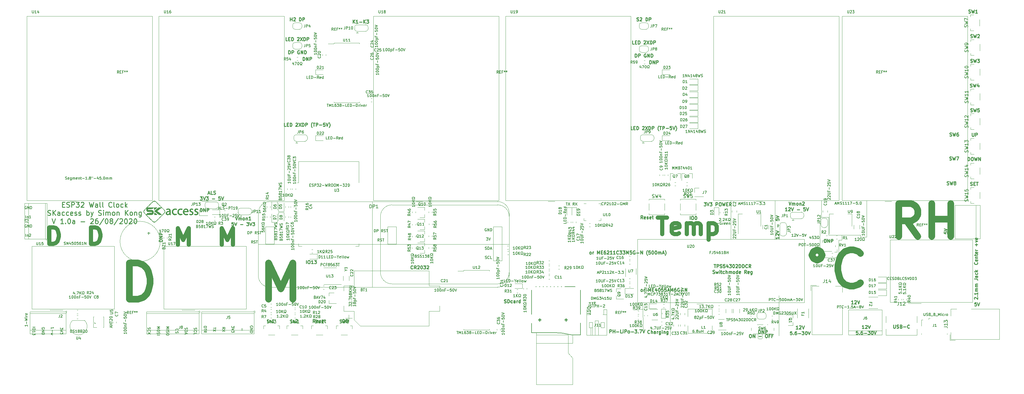
<source format=gto>
G04 #@! TF.GenerationSoftware,KiCad,Pcbnew,(5.1.6)-1*
G04 #@! TF.CreationDate,2020-08-27T22:54:22+08:00*
G04 #@! TF.ProjectId,ESP32-Wall-Clock,45535033-322d-4576-916c-6c2d436c6f63,1.0a*
G04 #@! TF.SameCoordinates,Original*
G04 #@! TF.FileFunction,Legend,Top*
G04 #@! TF.FilePolarity,Positive*
%FSLAX46Y46*%
G04 Gerber Fmt 4.6, Leading zero omitted, Abs format (unit mm)*
G04 Created by KiCad (PCBNEW (5.1.6)-1) date 2020-08-27 22:54:22*
%MOMM*%
%LPD*%
G01*
G04 APERTURE LIST*
%ADD10C,0.250000*%
%ADD11C,1.250000*%
%ADD12C,0.200000*%
%ADD13C,0.120000*%
%ADD14C,2.000000*%
%ADD15C,0.127000*%
%ADD16C,0.010000*%
%ADD17C,0.150000*%
G04 APERTURE END LIST*
D10*
X238952380Y-120004761D02*
X238952380Y-120576190D01*
X238952380Y-120290476D02*
X237952380Y-120290476D01*
X238095238Y-120385714D01*
X238190476Y-120480952D01*
X238238095Y-120576190D01*
X238047619Y-119623809D02*
X238000000Y-119576190D01*
X237952380Y-119480952D01*
X237952380Y-119242857D01*
X238000000Y-119147619D01*
X238047619Y-119100000D01*
X238142857Y-119052380D01*
X238238095Y-119052380D01*
X238380952Y-119100000D01*
X238952380Y-119671428D01*
X238952380Y-119052380D01*
X237952380Y-118766666D02*
X238952380Y-118433333D01*
X237952380Y-118100000D01*
X238571428Y-117004761D02*
X238571428Y-116242857D01*
X237952380Y-114528571D02*
X237952380Y-115004761D01*
X238428571Y-115052380D01*
X238380952Y-115004761D01*
X238333333Y-114909523D01*
X238333333Y-114671428D01*
X238380952Y-114576190D01*
X238428571Y-114528571D01*
X238523809Y-114480952D01*
X238761904Y-114480952D01*
X238857142Y-114528571D01*
X238904761Y-114576190D01*
X238952380Y-114671428D01*
X238952380Y-114909523D01*
X238904761Y-115004761D01*
X238857142Y-115052380D01*
X237952380Y-114195238D02*
X238952380Y-113861904D01*
X237952380Y-113528571D01*
D11*
X202133333Y-114161904D02*
X204990476Y-114161904D01*
X203561904Y-119161904D02*
X203561904Y-114161904D01*
X208561904Y-118923809D02*
X208085714Y-119161904D01*
X207133333Y-119161904D01*
X206657142Y-118923809D01*
X206419047Y-118447619D01*
X206419047Y-116542857D01*
X206657142Y-116066666D01*
X207133333Y-115828571D01*
X208085714Y-115828571D01*
X208561904Y-116066666D01*
X208800000Y-116542857D01*
X208800000Y-117019047D01*
X206419047Y-117495238D01*
X210942857Y-119161904D02*
X210942857Y-115828571D01*
X210942857Y-116304761D02*
X211180952Y-116066666D01*
X211657142Y-115828571D01*
X212371428Y-115828571D01*
X212847619Y-116066666D01*
X213085714Y-116542857D01*
X213085714Y-119161904D01*
X213085714Y-116542857D02*
X213323809Y-116066666D01*
X213800000Y-115828571D01*
X214514285Y-115828571D01*
X214990476Y-116066666D01*
X215228571Y-116542857D01*
X215228571Y-119161904D01*
X217609523Y-115828571D02*
X217609523Y-120828571D01*
X217609523Y-116066666D02*
X218085714Y-115828571D01*
X219038095Y-115828571D01*
X219514285Y-116066666D01*
X219752380Y-116304761D01*
X219990476Y-116780952D01*
X219990476Y-118209523D01*
X219752380Y-118685714D01*
X219514285Y-118923809D01*
X219038095Y-119161904D01*
X218085714Y-119161904D01*
X217609523Y-118923809D01*
X17880952Y-122061904D02*
X17880952Y-117061904D01*
X19071428Y-117061904D01*
X19785714Y-117300000D01*
X20261904Y-117776190D01*
X20500000Y-118252380D01*
X20738095Y-119204761D01*
X20738095Y-119919047D01*
X20500000Y-120871428D01*
X20261904Y-121347619D01*
X19785714Y-121823809D01*
X19071428Y-122061904D01*
X17880952Y-122061904D01*
X30500000Y-122061904D02*
X30500000Y-117061904D01*
X31690476Y-117061904D01*
X32404761Y-117300000D01*
X32880952Y-117776190D01*
X33119047Y-118252380D01*
X33357142Y-119204761D01*
X33357142Y-119919047D01*
X33119047Y-120871428D01*
X32880952Y-121347619D01*
X32404761Y-121823809D01*
X31690476Y-122061904D01*
X30500000Y-122061904D01*
X56766666Y-122361904D02*
X56766666Y-117361904D01*
X58433333Y-120933333D01*
X60100000Y-117361904D01*
X60100000Y-122361904D01*
X70100000Y-122361904D02*
X70100000Y-117361904D01*
X71766666Y-120933333D01*
X73433333Y-117361904D01*
X73433333Y-122361904D01*
D12*
X78000000Y-119161904D02*
X78000000Y-118361904D01*
X78190476Y-118361904D01*
X78304761Y-118400000D01*
X78380952Y-118476190D01*
X78419047Y-118552380D01*
X78457142Y-118704761D01*
X78457142Y-118819047D01*
X78419047Y-118971428D01*
X78380952Y-119047619D01*
X78304761Y-119123809D01*
X78190476Y-119161904D01*
X78000000Y-119161904D01*
X78800000Y-119161904D02*
X78800000Y-118361904D01*
X79104761Y-118361904D01*
X79180952Y-118400000D01*
X79219047Y-118438095D01*
X79257142Y-118514285D01*
X79257142Y-118628571D01*
X79219047Y-118704761D01*
X79180952Y-118742857D01*
X79104761Y-118780952D01*
X78800000Y-118780952D01*
X80666666Y-119161904D02*
X80400000Y-118780952D01*
X80209523Y-119161904D02*
X80209523Y-118361904D01*
X80514285Y-118361904D01*
X80590476Y-118400000D01*
X80628571Y-118438095D01*
X80666666Y-118514285D01*
X80666666Y-118628571D01*
X80628571Y-118704761D01*
X80590476Y-118742857D01*
X80514285Y-118780952D01*
X80209523Y-118780952D01*
X80971428Y-119123809D02*
X81085714Y-119161904D01*
X81276190Y-119161904D01*
X81352380Y-119123809D01*
X81390476Y-119085714D01*
X81428571Y-119009523D01*
X81428571Y-118933333D01*
X81390476Y-118857142D01*
X81352380Y-118819047D01*
X81276190Y-118780952D01*
X81123809Y-118742857D01*
X81047619Y-118704761D01*
X81009523Y-118666666D01*
X80971428Y-118590476D01*
X80971428Y-118514285D01*
X81009523Y-118438095D01*
X81047619Y-118400000D01*
X81123809Y-118361904D01*
X81314285Y-118361904D01*
X81428571Y-118400000D01*
X81657142Y-118361904D02*
X82114285Y-118361904D01*
X81885714Y-119161904D02*
X81885714Y-118361904D01*
X79561904Y-121961904D02*
X79295238Y-121580952D01*
X79104761Y-121961904D02*
X79104761Y-121161904D01*
X79409523Y-121161904D01*
X79485714Y-121200000D01*
X79523809Y-121238095D01*
X79561904Y-121314285D01*
X79561904Y-121428571D01*
X79523809Y-121504761D01*
X79485714Y-121542857D01*
X79409523Y-121580952D01*
X79104761Y-121580952D01*
X79866666Y-121923809D02*
X79980952Y-121961904D01*
X80171428Y-121961904D01*
X80247619Y-121923809D01*
X80285714Y-121885714D01*
X80323809Y-121809523D01*
X80323809Y-121733333D01*
X80285714Y-121657142D01*
X80247619Y-121619047D01*
X80171428Y-121580952D01*
X80019047Y-121542857D01*
X79942857Y-121504761D01*
X79904761Y-121466666D01*
X79866666Y-121390476D01*
X79866666Y-121314285D01*
X79904761Y-121238095D01*
X79942857Y-121200000D01*
X80019047Y-121161904D01*
X80209523Y-121161904D01*
X80323809Y-121200000D01*
X80552380Y-121161904D02*
X81009523Y-121161904D01*
X80780952Y-121961904D02*
X80780952Y-121161904D01*
X116300000Y-118561904D02*
X116300000Y-117761904D01*
X116490476Y-117761904D01*
X116604761Y-117800000D01*
X116680952Y-117876190D01*
X116719047Y-117952380D01*
X116757142Y-118104761D01*
X116757142Y-118219047D01*
X116719047Y-118371428D01*
X116680952Y-118447619D01*
X116604761Y-118523809D01*
X116490476Y-118561904D01*
X116300000Y-118561904D01*
X117100000Y-118561904D02*
X117100000Y-117761904D01*
X117404761Y-117761904D01*
X117480952Y-117800000D01*
X117519047Y-117838095D01*
X117557142Y-117914285D01*
X117557142Y-118028571D01*
X117519047Y-118104761D01*
X117480952Y-118142857D01*
X117404761Y-118180952D01*
X117100000Y-118180952D01*
X118966666Y-118561904D02*
X118700000Y-118180952D01*
X118509523Y-118561904D02*
X118509523Y-117761904D01*
X118814285Y-117761904D01*
X118890476Y-117800000D01*
X118928571Y-117838095D01*
X118966666Y-117914285D01*
X118966666Y-118028571D01*
X118928571Y-118104761D01*
X118890476Y-118142857D01*
X118814285Y-118180952D01*
X118509523Y-118180952D01*
X119271428Y-118523809D02*
X119385714Y-118561904D01*
X119576190Y-118561904D01*
X119652380Y-118523809D01*
X119690476Y-118485714D01*
X119728571Y-118409523D01*
X119728571Y-118333333D01*
X119690476Y-118257142D01*
X119652380Y-118219047D01*
X119576190Y-118180952D01*
X119423809Y-118142857D01*
X119347619Y-118104761D01*
X119309523Y-118066666D01*
X119271428Y-117990476D01*
X119271428Y-117914285D01*
X119309523Y-117838095D01*
X119347619Y-117800000D01*
X119423809Y-117761904D01*
X119614285Y-117761904D01*
X119728571Y-117800000D01*
X119957142Y-117761904D02*
X120414285Y-117761904D01*
X120185714Y-118561904D02*
X120185714Y-117761904D01*
X117861904Y-121361904D02*
X117595238Y-120980952D01*
X117404761Y-121361904D02*
X117404761Y-120561904D01*
X117709523Y-120561904D01*
X117785714Y-120600000D01*
X117823809Y-120638095D01*
X117861904Y-120714285D01*
X117861904Y-120828571D01*
X117823809Y-120904761D01*
X117785714Y-120942857D01*
X117709523Y-120980952D01*
X117404761Y-120980952D01*
X118166666Y-121323809D02*
X118280952Y-121361904D01*
X118471428Y-121361904D01*
X118547619Y-121323809D01*
X118585714Y-121285714D01*
X118623809Y-121209523D01*
X118623809Y-121133333D01*
X118585714Y-121057142D01*
X118547619Y-121019047D01*
X118471428Y-120980952D01*
X118319047Y-120942857D01*
X118242857Y-120904761D01*
X118204761Y-120866666D01*
X118166666Y-120790476D01*
X118166666Y-120714285D01*
X118204761Y-120638095D01*
X118242857Y-120600000D01*
X118319047Y-120561904D01*
X118509523Y-120561904D01*
X118623809Y-120600000D01*
X118852380Y-120561904D02*
X119309523Y-120561904D01*
X119080952Y-121361904D02*
X119080952Y-120561904D01*
D10*
X52152380Y-121385714D02*
X51152380Y-121385714D01*
X51152380Y-121147619D01*
X51200000Y-121004761D01*
X51295238Y-120909523D01*
X51390476Y-120861904D01*
X51580952Y-120814285D01*
X51723809Y-120814285D01*
X51914285Y-120861904D01*
X52009523Y-120909523D01*
X52104761Y-121004761D01*
X52152380Y-121147619D01*
X52152380Y-121385714D01*
X52152380Y-120385714D02*
X51152380Y-120385714D01*
X52152380Y-119814285D01*
X51152380Y-119814285D01*
X52152380Y-119338095D02*
X51152380Y-119338095D01*
X51152380Y-118957142D01*
X51200000Y-118861904D01*
X51247619Y-118814285D01*
X51342857Y-118766666D01*
X51485714Y-118766666D01*
X51580952Y-118814285D01*
X51628571Y-118861904D01*
X51676190Y-118957142D01*
X51676190Y-119338095D01*
X63614285Y-112352380D02*
X63614285Y-111352380D01*
X63852380Y-111352380D01*
X63995238Y-111400000D01*
X64090476Y-111495238D01*
X64138095Y-111590476D01*
X64185714Y-111780952D01*
X64185714Y-111923809D01*
X64138095Y-112114285D01*
X64090476Y-112209523D01*
X63995238Y-112304761D01*
X63852380Y-112352380D01*
X63614285Y-112352380D01*
X64614285Y-112352380D02*
X64614285Y-111352380D01*
X65185714Y-112352380D01*
X65185714Y-111352380D01*
X65661904Y-112352380D02*
X65661904Y-111352380D01*
X66042857Y-111352380D01*
X66138095Y-111400000D01*
X66185714Y-111447619D01*
X66233333Y-111542857D01*
X66233333Y-111685714D01*
X66185714Y-111780952D01*
X66138095Y-111828571D01*
X66042857Y-111876190D01*
X65661904Y-111876190D01*
X65980952Y-106791666D02*
X66457142Y-106791666D01*
X65885714Y-107077380D02*
X66219047Y-106077380D01*
X66552380Y-107077380D01*
X67361904Y-107077380D02*
X66885714Y-107077380D01*
X66885714Y-106077380D01*
X67647619Y-107029761D02*
X67790476Y-107077380D01*
X68028571Y-107077380D01*
X68123809Y-107029761D01*
X68171428Y-106982142D01*
X68219047Y-106886904D01*
X68219047Y-106791666D01*
X68171428Y-106696428D01*
X68123809Y-106648809D01*
X68028571Y-106601190D01*
X67838095Y-106553571D01*
X67742857Y-106505952D01*
X67695238Y-106458333D01*
X67647619Y-106363095D01*
X67647619Y-106267857D01*
X67695238Y-106172619D01*
X67742857Y-106125000D01*
X67838095Y-106077380D01*
X68076190Y-106077380D01*
X68219047Y-106125000D01*
X63576190Y-107827380D02*
X64195238Y-107827380D01*
X63861904Y-108208333D01*
X64004761Y-108208333D01*
X64100000Y-108255952D01*
X64147619Y-108303571D01*
X64195238Y-108398809D01*
X64195238Y-108636904D01*
X64147619Y-108732142D01*
X64100000Y-108779761D01*
X64004761Y-108827380D01*
X63719047Y-108827380D01*
X63623809Y-108779761D01*
X63576190Y-108732142D01*
X64480952Y-107827380D02*
X64814285Y-108827380D01*
X65147619Y-107827380D01*
X65385714Y-107827380D02*
X66004761Y-107827380D01*
X65671428Y-108208333D01*
X65814285Y-108208333D01*
X65909523Y-108255952D01*
X65957142Y-108303571D01*
X66004761Y-108398809D01*
X66004761Y-108636904D01*
X65957142Y-108732142D01*
X65909523Y-108779761D01*
X65814285Y-108827380D01*
X65528571Y-108827380D01*
X65433333Y-108779761D01*
X65385714Y-108732142D01*
X67195238Y-108446428D02*
X67957142Y-108446428D01*
X69671428Y-107827380D02*
X69195238Y-107827380D01*
X69147619Y-108303571D01*
X69195238Y-108255952D01*
X69290476Y-108208333D01*
X69528571Y-108208333D01*
X69623809Y-108255952D01*
X69671428Y-108303571D01*
X69719047Y-108398809D01*
X69719047Y-108636904D01*
X69671428Y-108732142D01*
X69623809Y-108779761D01*
X69528571Y-108827380D01*
X69290476Y-108827380D01*
X69195238Y-108779761D01*
X69147619Y-108732142D01*
X70004761Y-107827380D02*
X70338095Y-108827380D01*
X70671428Y-107827380D01*
D12*
X181347619Y-140057142D02*
X181957142Y-140057142D01*
X181652380Y-140361904D02*
X181652380Y-139752380D01*
X182261904Y-139828571D02*
X182452380Y-140361904D01*
X182642857Y-139828571D01*
X183252380Y-140323809D02*
X183176190Y-140361904D01*
X183023809Y-140361904D01*
X182947619Y-140323809D01*
X182909523Y-140247619D01*
X182909523Y-139942857D01*
X182947619Y-139866666D01*
X183023809Y-139828571D01*
X183176190Y-139828571D01*
X183252380Y-139866666D01*
X183290476Y-139942857D01*
X183290476Y-140019047D01*
X182909523Y-140095238D01*
D10*
X288952380Y-118490476D02*
X288952380Y-118966666D01*
X289428571Y-119014285D01*
X289380952Y-118966666D01*
X289333333Y-118871428D01*
X289333333Y-118633333D01*
X289380952Y-118538095D01*
X289428571Y-118490476D01*
X289523809Y-118442857D01*
X289761904Y-118442857D01*
X289857142Y-118490476D01*
X289904761Y-118538095D01*
X289952380Y-118633333D01*
X289952380Y-118871428D01*
X289904761Y-118966666D01*
X289857142Y-119014285D01*
X288952380Y-118157142D02*
X289952380Y-117823809D01*
X288952380Y-117490476D01*
X261430952Y-140352380D02*
X260859523Y-140352380D01*
X261145238Y-140352380D02*
X261145238Y-139352380D01*
X261050000Y-139495238D01*
X260954761Y-139590476D01*
X260859523Y-139638095D01*
X261811904Y-139447619D02*
X261859523Y-139400000D01*
X261954761Y-139352380D01*
X262192857Y-139352380D01*
X262288095Y-139400000D01*
X262335714Y-139447619D01*
X262383333Y-139542857D01*
X262383333Y-139638095D01*
X262335714Y-139780952D01*
X261764285Y-140352380D01*
X262383333Y-140352380D01*
X262669047Y-139352380D02*
X263002380Y-140352380D01*
X263335714Y-139352380D01*
X252664285Y-121702380D02*
X252664285Y-120702380D01*
X252902380Y-120702380D01*
X253045238Y-120750000D01*
X253140476Y-120845238D01*
X253188095Y-120940476D01*
X253235714Y-121130952D01*
X253235714Y-121273809D01*
X253188095Y-121464285D01*
X253140476Y-121559523D01*
X253045238Y-121654761D01*
X252902380Y-121702380D01*
X252664285Y-121702380D01*
X253664285Y-121702380D02*
X253664285Y-120702380D01*
X254235714Y-121702380D01*
X254235714Y-120702380D01*
X254711904Y-121702380D02*
X254711904Y-120702380D01*
X255092857Y-120702380D01*
X255188095Y-120750000D01*
X255235714Y-120797619D01*
X255283333Y-120892857D01*
X255283333Y-121035714D01*
X255235714Y-121130952D01*
X255188095Y-121178571D01*
X255092857Y-121226190D01*
X254711904Y-121226190D01*
D13*
X258000000Y-121000000D02*
X258000000Y-119450000D01*
X257000000Y-121000000D02*
X258000000Y-121000000D01*
X257000000Y-126350000D02*
X257000000Y-121000000D01*
X251350000Y-126350000D02*
X257000000Y-126350000D01*
X251350000Y-114050000D02*
X251350000Y-126350000D01*
X251800000Y-114050000D02*
X251350000Y-114050000D01*
X265500000Y-120050000D02*
X265500000Y-108950000D01*
X263650000Y-120050000D02*
X265500000Y-120050000D01*
X263650000Y-119450000D02*
X263650000Y-120050000D01*
X253950000Y-119450000D02*
X263650000Y-119450000D01*
X253950000Y-114050000D02*
X253950000Y-119450000D01*
X251800000Y-114050000D02*
X253950000Y-114050000D01*
X251800000Y-109000000D02*
X251800000Y-114050000D01*
D10*
X299007142Y-127754761D02*
X299054761Y-127802380D01*
X299102380Y-127945238D01*
X299102380Y-128040476D01*
X299054761Y-128183333D01*
X298959523Y-128278571D01*
X298864285Y-128326190D01*
X298673809Y-128373809D01*
X298530952Y-128373809D01*
X298340476Y-128326190D01*
X298245238Y-128278571D01*
X298150000Y-128183333D01*
X298102380Y-128040476D01*
X298102380Y-127945238D01*
X298150000Y-127802380D01*
X298197619Y-127754761D01*
X299054761Y-126945238D02*
X299102380Y-127040476D01*
X299102380Y-127230952D01*
X299054761Y-127326190D01*
X298959523Y-127373809D01*
X298578571Y-127373809D01*
X298483333Y-127326190D01*
X298435714Y-127230952D01*
X298435714Y-127040476D01*
X298483333Y-126945238D01*
X298578571Y-126897619D01*
X298673809Y-126897619D01*
X298769047Y-127373809D01*
X298435714Y-126469047D02*
X299102380Y-126469047D01*
X298530952Y-126469047D02*
X298483333Y-126421428D01*
X298435714Y-126326190D01*
X298435714Y-126183333D01*
X298483333Y-126088095D01*
X298578571Y-126040476D01*
X299102380Y-126040476D01*
X298435714Y-125707142D02*
X298435714Y-125326190D01*
X298102380Y-125564285D02*
X298959523Y-125564285D01*
X299054761Y-125516666D01*
X299102380Y-125421428D01*
X299102380Y-125326190D01*
X299054761Y-124611904D02*
X299102380Y-124707142D01*
X299102380Y-124897619D01*
X299054761Y-124992857D01*
X298959523Y-125040476D01*
X298578571Y-125040476D01*
X298483333Y-124992857D01*
X298435714Y-124897619D01*
X298435714Y-124707142D01*
X298483333Y-124611904D01*
X298578571Y-124564285D01*
X298673809Y-124564285D01*
X298769047Y-125040476D01*
X299102380Y-124135714D02*
X298435714Y-124135714D01*
X298626190Y-124135714D02*
X298530952Y-124088095D01*
X298483333Y-124040476D01*
X298435714Y-123945238D01*
X298435714Y-123850000D01*
X298721428Y-122754761D02*
X298721428Y-121992857D01*
X299102380Y-122373809D02*
X298340476Y-122373809D01*
X298435714Y-121611904D02*
X299102380Y-121373809D01*
X298435714Y-121135714D01*
X299054761Y-120373809D02*
X299102380Y-120469047D01*
X299102380Y-120659523D01*
X299054761Y-120754761D01*
X298959523Y-120802380D01*
X298578571Y-120802380D01*
X298483333Y-120754761D01*
X298435714Y-120659523D01*
X298435714Y-120469047D01*
X298483333Y-120373809D01*
X298578571Y-120326190D01*
X298673809Y-120326190D01*
X298769047Y-120802380D01*
X297414285Y-88502380D02*
X297414285Y-89311904D01*
X297461904Y-89407142D01*
X297509523Y-89454761D01*
X297604761Y-89502380D01*
X297795238Y-89502380D01*
X297890476Y-89454761D01*
X297938095Y-89407142D01*
X297985714Y-89311904D01*
X297985714Y-88502380D01*
X298461904Y-89502380D02*
X298461904Y-88502380D01*
X298842857Y-88502380D01*
X298938095Y-88550000D01*
X298985714Y-88597619D01*
X299033333Y-88692857D01*
X299033333Y-88835714D01*
X298985714Y-88930952D01*
X298938095Y-88978571D01*
X298842857Y-89026190D01*
X298461904Y-89026190D01*
X296169047Y-96852380D02*
X296169047Y-95852380D01*
X296407142Y-95852380D01*
X296550000Y-95900000D01*
X296645238Y-95995238D01*
X296692857Y-96090476D01*
X296740476Y-96280952D01*
X296740476Y-96423809D01*
X296692857Y-96614285D01*
X296645238Y-96709523D01*
X296550000Y-96804761D01*
X296407142Y-96852380D01*
X296169047Y-96852380D01*
X297359523Y-95852380D02*
X297550000Y-95852380D01*
X297645238Y-95900000D01*
X297740476Y-95995238D01*
X297788095Y-96185714D01*
X297788095Y-96519047D01*
X297740476Y-96709523D01*
X297645238Y-96804761D01*
X297550000Y-96852380D01*
X297359523Y-96852380D01*
X297264285Y-96804761D01*
X297169047Y-96709523D01*
X297121428Y-96519047D01*
X297121428Y-96185714D01*
X297169047Y-95995238D01*
X297264285Y-95900000D01*
X297359523Y-95852380D01*
X298121428Y-95852380D02*
X298359523Y-96852380D01*
X298550000Y-96138095D01*
X298740476Y-96852380D01*
X298978571Y-95852380D01*
X299359523Y-96852380D02*
X299359523Y-95852380D01*
X299930952Y-96852380D01*
X299930952Y-95852380D01*
X296930952Y-104354761D02*
X297073809Y-104402380D01*
X297311904Y-104402380D01*
X297407142Y-104354761D01*
X297454761Y-104307142D01*
X297502380Y-104211904D01*
X297502380Y-104116666D01*
X297454761Y-104021428D01*
X297407142Y-103973809D01*
X297311904Y-103926190D01*
X297121428Y-103878571D01*
X297026190Y-103830952D01*
X296978571Y-103783333D01*
X296930952Y-103688095D01*
X296930952Y-103592857D01*
X296978571Y-103497619D01*
X297026190Y-103450000D01*
X297121428Y-103402380D01*
X297359523Y-103402380D01*
X297502380Y-103450000D01*
X297930952Y-103878571D02*
X298264285Y-103878571D01*
X298407142Y-104402380D02*
X297930952Y-104402380D01*
X297930952Y-103402380D01*
X298407142Y-103402380D01*
X298692857Y-103402380D02*
X299264285Y-103402380D01*
X298978571Y-104402380D02*
X298978571Y-103402380D01*
X219207142Y-128377380D02*
X219778571Y-128377380D01*
X219492857Y-129377380D02*
X219492857Y-128377380D01*
X220111904Y-129377380D02*
X220111904Y-128377380D01*
X220492857Y-128377380D01*
X220588095Y-128425000D01*
X220635714Y-128472619D01*
X220683333Y-128567857D01*
X220683333Y-128710714D01*
X220635714Y-128805952D01*
X220588095Y-128853571D01*
X220492857Y-128901190D01*
X220111904Y-128901190D01*
X221064285Y-129329761D02*
X221207142Y-129377380D01*
X221445238Y-129377380D01*
X221540476Y-129329761D01*
X221588095Y-129282142D01*
X221635714Y-129186904D01*
X221635714Y-129091666D01*
X221588095Y-128996428D01*
X221540476Y-128948809D01*
X221445238Y-128901190D01*
X221254761Y-128853571D01*
X221159523Y-128805952D01*
X221111904Y-128758333D01*
X221064285Y-128663095D01*
X221064285Y-128567857D01*
X221111904Y-128472619D01*
X221159523Y-128425000D01*
X221254761Y-128377380D01*
X221492857Y-128377380D01*
X221635714Y-128425000D01*
X222540476Y-128377380D02*
X222064285Y-128377380D01*
X222016666Y-128853571D01*
X222064285Y-128805952D01*
X222159523Y-128758333D01*
X222397619Y-128758333D01*
X222492857Y-128805952D01*
X222540476Y-128853571D01*
X222588095Y-128948809D01*
X222588095Y-129186904D01*
X222540476Y-129282142D01*
X222492857Y-129329761D01*
X222397619Y-129377380D01*
X222159523Y-129377380D01*
X222064285Y-129329761D01*
X222016666Y-129282142D01*
X223445238Y-128710714D02*
X223445238Y-129377380D01*
X223207142Y-128329761D02*
X222969047Y-129044047D01*
X223588095Y-129044047D01*
X223873809Y-128377380D02*
X224492857Y-128377380D01*
X224159523Y-128758333D01*
X224302380Y-128758333D01*
X224397619Y-128805952D01*
X224445238Y-128853571D01*
X224492857Y-128948809D01*
X224492857Y-129186904D01*
X224445238Y-129282142D01*
X224397619Y-129329761D01*
X224302380Y-129377380D01*
X224016666Y-129377380D01*
X223921428Y-129329761D01*
X223873809Y-129282142D01*
X225111904Y-128377380D02*
X225207142Y-128377380D01*
X225302380Y-128425000D01*
X225350000Y-128472619D01*
X225397619Y-128567857D01*
X225445238Y-128758333D01*
X225445238Y-128996428D01*
X225397619Y-129186904D01*
X225350000Y-129282142D01*
X225302380Y-129329761D01*
X225207142Y-129377380D01*
X225111904Y-129377380D01*
X225016666Y-129329761D01*
X224969047Y-129282142D01*
X224921428Y-129186904D01*
X224873809Y-128996428D01*
X224873809Y-128758333D01*
X224921428Y-128567857D01*
X224969047Y-128472619D01*
X225016666Y-128425000D01*
X225111904Y-128377380D01*
X225826190Y-128472619D02*
X225873809Y-128425000D01*
X225969047Y-128377380D01*
X226207142Y-128377380D01*
X226302380Y-128425000D01*
X226350000Y-128472619D01*
X226397619Y-128567857D01*
X226397619Y-128663095D01*
X226350000Y-128805952D01*
X225778571Y-129377380D01*
X226397619Y-129377380D01*
X226826190Y-129377380D02*
X226826190Y-128377380D01*
X227064285Y-128377380D01*
X227207142Y-128425000D01*
X227302380Y-128520238D01*
X227350000Y-128615476D01*
X227397619Y-128805952D01*
X227397619Y-128948809D01*
X227350000Y-129139285D01*
X227302380Y-129234523D01*
X227207142Y-129329761D01*
X227064285Y-129377380D01*
X226826190Y-129377380D01*
X227826190Y-129377380D02*
X227826190Y-128377380D01*
X228064285Y-128377380D01*
X228207142Y-128425000D01*
X228302380Y-128520238D01*
X228350000Y-128615476D01*
X228397619Y-128805952D01*
X228397619Y-128948809D01*
X228350000Y-129139285D01*
X228302380Y-129234523D01*
X228207142Y-129329761D01*
X228064285Y-129377380D01*
X227826190Y-129377380D01*
X229397619Y-129282142D02*
X229350000Y-129329761D01*
X229207142Y-129377380D01*
X229111904Y-129377380D01*
X228969047Y-129329761D01*
X228873809Y-129234523D01*
X228826190Y-129139285D01*
X228778571Y-128948809D01*
X228778571Y-128805952D01*
X228826190Y-128615476D01*
X228873809Y-128520238D01*
X228969047Y-128425000D01*
X229111904Y-128377380D01*
X229207142Y-128377380D01*
X229350000Y-128425000D01*
X229397619Y-128472619D01*
X230397619Y-129377380D02*
X230064285Y-128901190D01*
X229826190Y-129377380D02*
X229826190Y-128377380D01*
X230207142Y-128377380D01*
X230302380Y-128425000D01*
X230350000Y-128472619D01*
X230397619Y-128567857D01*
X230397619Y-128710714D01*
X230350000Y-128805952D01*
X230302380Y-128853571D01*
X230207142Y-128901190D01*
X229826190Y-128901190D01*
X218873809Y-131079761D02*
X219016666Y-131127380D01*
X219254761Y-131127380D01*
X219350000Y-131079761D01*
X219397619Y-131032142D01*
X219445238Y-130936904D01*
X219445238Y-130841666D01*
X219397619Y-130746428D01*
X219350000Y-130698809D01*
X219254761Y-130651190D01*
X219064285Y-130603571D01*
X218969047Y-130555952D01*
X218921428Y-130508333D01*
X218873809Y-130413095D01*
X218873809Y-130317857D01*
X218921428Y-130222619D01*
X218969047Y-130175000D01*
X219064285Y-130127380D01*
X219302380Y-130127380D01*
X219445238Y-130175000D01*
X219778571Y-130460714D02*
X219969047Y-131127380D01*
X220159523Y-130651190D01*
X220350000Y-131127380D01*
X220540476Y-130460714D01*
X220921428Y-131127380D02*
X220921428Y-130460714D01*
X220921428Y-130127380D02*
X220873809Y-130175000D01*
X220921428Y-130222619D01*
X220969047Y-130175000D01*
X220921428Y-130127380D01*
X220921428Y-130222619D01*
X221254761Y-130460714D02*
X221635714Y-130460714D01*
X221397619Y-130127380D02*
X221397619Y-130984523D01*
X221445238Y-131079761D01*
X221540476Y-131127380D01*
X221635714Y-131127380D01*
X222397619Y-131079761D02*
X222302380Y-131127380D01*
X222111904Y-131127380D01*
X222016666Y-131079761D01*
X221969047Y-131032142D01*
X221921428Y-130936904D01*
X221921428Y-130651190D01*
X221969047Y-130555952D01*
X222016666Y-130508333D01*
X222111904Y-130460714D01*
X222302380Y-130460714D01*
X222397619Y-130508333D01*
X222826190Y-131127380D02*
X222826190Y-130127380D01*
X223254761Y-131127380D02*
X223254761Y-130603571D01*
X223207142Y-130508333D01*
X223111904Y-130460714D01*
X222969047Y-130460714D01*
X222873809Y-130508333D01*
X222826190Y-130555952D01*
X223730952Y-131127380D02*
X223730952Y-130460714D01*
X223730952Y-130555952D02*
X223778571Y-130508333D01*
X223873809Y-130460714D01*
X224016666Y-130460714D01*
X224111904Y-130508333D01*
X224159523Y-130603571D01*
X224159523Y-131127380D01*
X224159523Y-130603571D02*
X224207142Y-130508333D01*
X224302380Y-130460714D01*
X224445238Y-130460714D01*
X224540476Y-130508333D01*
X224588095Y-130603571D01*
X224588095Y-131127380D01*
X225207142Y-131127380D02*
X225111904Y-131079761D01*
X225064285Y-131032142D01*
X225016666Y-130936904D01*
X225016666Y-130651190D01*
X225064285Y-130555952D01*
X225111904Y-130508333D01*
X225207142Y-130460714D01*
X225350000Y-130460714D01*
X225445238Y-130508333D01*
X225492857Y-130555952D01*
X225540476Y-130651190D01*
X225540476Y-130936904D01*
X225492857Y-131032142D01*
X225445238Y-131079761D01*
X225350000Y-131127380D01*
X225207142Y-131127380D01*
X226397619Y-131127380D02*
X226397619Y-130127380D01*
X226397619Y-131079761D02*
X226302380Y-131127380D01*
X226111904Y-131127380D01*
X226016666Y-131079761D01*
X225969047Y-131032142D01*
X225921428Y-130936904D01*
X225921428Y-130651190D01*
X225969047Y-130555952D01*
X226016666Y-130508333D01*
X226111904Y-130460714D01*
X226302380Y-130460714D01*
X226397619Y-130508333D01*
X227254761Y-131079761D02*
X227159523Y-131127380D01*
X226969047Y-131127380D01*
X226873809Y-131079761D01*
X226826190Y-130984523D01*
X226826190Y-130603571D01*
X226873809Y-130508333D01*
X226969047Y-130460714D01*
X227159523Y-130460714D01*
X227254761Y-130508333D01*
X227302380Y-130603571D01*
X227302380Y-130698809D01*
X226826190Y-130794047D01*
X229064285Y-131127380D02*
X228730952Y-130651190D01*
X228492857Y-131127380D02*
X228492857Y-130127380D01*
X228873809Y-130127380D01*
X228969047Y-130175000D01*
X229016666Y-130222619D01*
X229064285Y-130317857D01*
X229064285Y-130460714D01*
X229016666Y-130555952D01*
X228969047Y-130603571D01*
X228873809Y-130651190D01*
X228492857Y-130651190D01*
X229873809Y-131079761D02*
X229778571Y-131127380D01*
X229588095Y-131127380D01*
X229492857Y-131079761D01*
X229445238Y-130984523D01*
X229445238Y-130603571D01*
X229492857Y-130508333D01*
X229588095Y-130460714D01*
X229778571Y-130460714D01*
X229873809Y-130508333D01*
X229921428Y-130603571D01*
X229921428Y-130698809D01*
X229445238Y-130794047D01*
X230778571Y-130460714D02*
X230778571Y-131270238D01*
X230730952Y-131365476D01*
X230683333Y-131413095D01*
X230588095Y-131460714D01*
X230445238Y-131460714D01*
X230350000Y-131413095D01*
X230778571Y-131079761D02*
X230683333Y-131127380D01*
X230492857Y-131127380D01*
X230397619Y-131079761D01*
X230350000Y-131032142D01*
X230302380Y-130936904D01*
X230302380Y-130651190D01*
X230350000Y-130555952D01*
X230397619Y-130508333D01*
X230492857Y-130460714D01*
X230683333Y-130460714D01*
X230778571Y-130508333D01*
D13*
X237750000Y-108950000D02*
X237750000Y-120800000D01*
X224350000Y-109000000D02*
X224350000Y-120750000D01*
D10*
X181745238Y-125252380D02*
X181650000Y-125204761D01*
X181602380Y-125157142D01*
X181554761Y-125061904D01*
X181554761Y-124776190D01*
X181602380Y-124680952D01*
X181650000Y-124633333D01*
X181745238Y-124585714D01*
X181888095Y-124585714D01*
X181983333Y-124633333D01*
X182030952Y-124680952D01*
X182078571Y-124776190D01*
X182078571Y-125061904D01*
X182030952Y-125157142D01*
X181983333Y-125204761D01*
X181888095Y-125252380D01*
X181745238Y-125252380D01*
X182507142Y-125252380D02*
X182507142Y-124585714D01*
X182507142Y-124776190D02*
X182554761Y-124680952D01*
X182602380Y-124633333D01*
X182697619Y-124585714D01*
X182792857Y-124585714D01*
X183888095Y-125252380D02*
X183888095Y-124252380D01*
X184221428Y-124966666D01*
X184554761Y-124252380D01*
X184554761Y-125252380D01*
X185030952Y-124728571D02*
X185364285Y-124728571D01*
X185507142Y-125252380D02*
X185030952Y-125252380D01*
X185030952Y-124252380D01*
X185507142Y-124252380D01*
X186364285Y-124252380D02*
X186173809Y-124252380D01*
X186078571Y-124300000D01*
X186030952Y-124347619D01*
X185935714Y-124490476D01*
X185888095Y-124680952D01*
X185888095Y-125061904D01*
X185935714Y-125157142D01*
X185983333Y-125204761D01*
X186078571Y-125252380D01*
X186269047Y-125252380D01*
X186364285Y-125204761D01*
X186411904Y-125157142D01*
X186459523Y-125061904D01*
X186459523Y-124823809D01*
X186411904Y-124728571D01*
X186364285Y-124680952D01*
X186269047Y-124633333D01*
X186078571Y-124633333D01*
X185983333Y-124680952D01*
X185935714Y-124728571D01*
X185888095Y-124823809D01*
X186840476Y-124347619D02*
X186888095Y-124300000D01*
X186983333Y-124252380D01*
X187221428Y-124252380D01*
X187316666Y-124300000D01*
X187364285Y-124347619D01*
X187411904Y-124442857D01*
X187411904Y-124538095D01*
X187364285Y-124680952D01*
X186792857Y-125252380D01*
X187411904Y-125252380D01*
X188364285Y-125252380D02*
X187792857Y-125252380D01*
X188078571Y-125252380D02*
X188078571Y-124252380D01*
X187983333Y-124395238D01*
X187888095Y-124490476D01*
X187792857Y-124538095D01*
X189316666Y-125252380D02*
X188745238Y-125252380D01*
X189030952Y-125252380D02*
X189030952Y-124252380D01*
X188935714Y-124395238D01*
X188840476Y-124490476D01*
X188745238Y-124538095D01*
X190316666Y-125157142D02*
X190269047Y-125204761D01*
X190126190Y-125252380D01*
X190030952Y-125252380D01*
X189888095Y-125204761D01*
X189792857Y-125109523D01*
X189745238Y-125014285D01*
X189697619Y-124823809D01*
X189697619Y-124680952D01*
X189745238Y-124490476D01*
X189792857Y-124395238D01*
X189888095Y-124300000D01*
X190030952Y-124252380D01*
X190126190Y-124252380D01*
X190269047Y-124300000D01*
X190316666Y-124347619D01*
X190650000Y-124252380D02*
X191269047Y-124252380D01*
X190935714Y-124633333D01*
X191078571Y-124633333D01*
X191173809Y-124680952D01*
X191221428Y-124728571D01*
X191269047Y-124823809D01*
X191269047Y-125061904D01*
X191221428Y-125157142D01*
X191173809Y-125204761D01*
X191078571Y-125252380D01*
X190792857Y-125252380D01*
X190697619Y-125204761D01*
X190650000Y-125157142D01*
X191602380Y-124252380D02*
X192221428Y-124252380D01*
X191888095Y-124633333D01*
X192030952Y-124633333D01*
X192126190Y-124680952D01*
X192173809Y-124728571D01*
X192221428Y-124823809D01*
X192221428Y-125061904D01*
X192173809Y-125157142D01*
X192126190Y-125204761D01*
X192030952Y-125252380D01*
X191745238Y-125252380D01*
X191650000Y-125204761D01*
X191602380Y-125157142D01*
X192650000Y-125252380D02*
X192650000Y-124252380D01*
X192983333Y-124966666D01*
X193316666Y-124252380D01*
X193316666Y-125252380D01*
X194269047Y-124252380D02*
X193792857Y-124252380D01*
X193745238Y-124728571D01*
X193792857Y-124680952D01*
X193888095Y-124633333D01*
X194126190Y-124633333D01*
X194221428Y-124680952D01*
X194269047Y-124728571D01*
X194316666Y-124823809D01*
X194316666Y-125061904D01*
X194269047Y-125157142D01*
X194221428Y-125204761D01*
X194126190Y-125252380D01*
X193888095Y-125252380D01*
X193792857Y-125204761D01*
X193745238Y-125157142D01*
X195269047Y-124300000D02*
X195173809Y-124252380D01*
X195030952Y-124252380D01*
X194888095Y-124300000D01*
X194792857Y-124395238D01*
X194745238Y-124490476D01*
X194697619Y-124680952D01*
X194697619Y-124823809D01*
X194745238Y-125014285D01*
X194792857Y-125109523D01*
X194888095Y-125204761D01*
X195030952Y-125252380D01*
X195126190Y-125252380D01*
X195269047Y-125204761D01*
X195316666Y-125157142D01*
X195316666Y-124823809D01*
X195126190Y-124823809D01*
X195745238Y-124871428D02*
X196507142Y-124871428D01*
X196983333Y-125252380D02*
X196983333Y-124252380D01*
X197554761Y-125252380D01*
X197554761Y-124252380D01*
X199078571Y-125633333D02*
X199030952Y-125585714D01*
X198935714Y-125442857D01*
X198888095Y-125347619D01*
X198840476Y-125204761D01*
X198792857Y-124966666D01*
X198792857Y-124776190D01*
X198840476Y-124538095D01*
X198888095Y-124395238D01*
X198935714Y-124300000D01*
X199030952Y-124157142D01*
X199078571Y-124109523D01*
X199935714Y-124252380D02*
X199459523Y-124252380D01*
X199411904Y-124728571D01*
X199459523Y-124680952D01*
X199554761Y-124633333D01*
X199792857Y-124633333D01*
X199888095Y-124680952D01*
X199935714Y-124728571D01*
X199983333Y-124823809D01*
X199983333Y-125061904D01*
X199935714Y-125157142D01*
X199888095Y-125204761D01*
X199792857Y-125252380D01*
X199554761Y-125252380D01*
X199459523Y-125204761D01*
X199411904Y-125157142D01*
X200602380Y-124252380D02*
X200697619Y-124252380D01*
X200792857Y-124300000D01*
X200840476Y-124347619D01*
X200888095Y-124442857D01*
X200935714Y-124633333D01*
X200935714Y-124871428D01*
X200888095Y-125061904D01*
X200840476Y-125157142D01*
X200792857Y-125204761D01*
X200697619Y-125252380D01*
X200602380Y-125252380D01*
X200507142Y-125204761D01*
X200459523Y-125157142D01*
X200411904Y-125061904D01*
X200364285Y-124871428D01*
X200364285Y-124633333D01*
X200411904Y-124442857D01*
X200459523Y-124347619D01*
X200507142Y-124300000D01*
X200602380Y-124252380D01*
X201554761Y-124252380D02*
X201649999Y-124252380D01*
X201745238Y-124300000D01*
X201792857Y-124347619D01*
X201840476Y-124442857D01*
X201888095Y-124633333D01*
X201888095Y-124871428D01*
X201840476Y-125061904D01*
X201792857Y-125157142D01*
X201745238Y-125204761D01*
X201649999Y-125252380D01*
X201554761Y-125252380D01*
X201459523Y-125204761D01*
X201411904Y-125157142D01*
X201364285Y-125061904D01*
X201316666Y-124871428D01*
X201316666Y-124633333D01*
X201364285Y-124442857D01*
X201411904Y-124347619D01*
X201459523Y-124300000D01*
X201554761Y-124252380D01*
X202316666Y-125252380D02*
X202316666Y-124585714D01*
X202316666Y-124680952D02*
X202364285Y-124633333D01*
X202459523Y-124585714D01*
X202602380Y-124585714D01*
X202697619Y-124633333D01*
X202745238Y-124728571D01*
X202745238Y-125252380D01*
X202745238Y-124728571D02*
X202792857Y-124633333D01*
X202888095Y-124585714D01*
X203030952Y-124585714D01*
X203126190Y-124633333D01*
X203173809Y-124728571D01*
X203173809Y-125252380D01*
X203602380Y-124966666D02*
X204078571Y-124966666D01*
X203507142Y-125252380D02*
X203840476Y-124252380D01*
X204173809Y-125252380D01*
X204411904Y-125633333D02*
X204459523Y-125585714D01*
X204554761Y-125442857D01*
X204602380Y-125347619D01*
X204649999Y-125204761D01*
X204697619Y-124966666D01*
X204697619Y-124776190D01*
X204649999Y-124538095D01*
X204602380Y-124395238D01*
X204554761Y-124300000D01*
X204459523Y-124157142D01*
X204411904Y-124109523D01*
X197240476Y-136602380D02*
X197145238Y-136554761D01*
X197097619Y-136507142D01*
X197050000Y-136411904D01*
X197050000Y-136126190D01*
X197097619Y-136030952D01*
X197145238Y-135983333D01*
X197240476Y-135935714D01*
X197383333Y-135935714D01*
X197478571Y-135983333D01*
X197526190Y-136030952D01*
X197573809Y-136126190D01*
X197573809Y-136411904D01*
X197526190Y-136507142D01*
X197478571Y-136554761D01*
X197383333Y-136602380D01*
X197240476Y-136602380D01*
X198002380Y-136602380D02*
X198002380Y-135935714D01*
X198002380Y-136126190D02*
X198050000Y-136030952D01*
X198097619Y-135983333D01*
X198192857Y-135935714D01*
X198288095Y-135935714D01*
X199383333Y-136602380D02*
X199383333Y-135602380D01*
X199716666Y-136316666D01*
X200050000Y-135602380D01*
X200050000Y-136602380D01*
X200526190Y-136078571D02*
X200859523Y-136078571D01*
X201002380Y-136602380D02*
X200526190Y-136602380D01*
X200526190Y-135602380D01*
X201002380Y-135602380D01*
X201859523Y-135935714D02*
X201859523Y-136602380D01*
X201621428Y-135554761D02*
X201383333Y-136269047D01*
X202002380Y-136269047D01*
X202573809Y-135602380D02*
X202669047Y-135602380D01*
X202764285Y-135650000D01*
X202811904Y-135697619D01*
X202859523Y-135792857D01*
X202907142Y-135983333D01*
X202907142Y-136221428D01*
X202859523Y-136411904D01*
X202811904Y-136507142D01*
X202764285Y-136554761D01*
X202669047Y-136602380D01*
X202573809Y-136602380D01*
X202478571Y-136554761D01*
X202430952Y-136507142D01*
X202383333Y-136411904D01*
X202335714Y-136221428D01*
X202335714Y-135983333D01*
X202383333Y-135792857D01*
X202430952Y-135697619D01*
X202478571Y-135650000D01*
X202573809Y-135602380D01*
X203811904Y-135602380D02*
X203335714Y-135602380D01*
X203288095Y-136078571D01*
X203335714Y-136030952D01*
X203430952Y-135983333D01*
X203669047Y-135983333D01*
X203764285Y-136030952D01*
X203811904Y-136078571D01*
X203859523Y-136173809D01*
X203859523Y-136411904D01*
X203811904Y-136507142D01*
X203764285Y-136554761D01*
X203669047Y-136602380D01*
X203430952Y-136602380D01*
X203335714Y-136554761D01*
X203288095Y-136507142D01*
X204764285Y-135602380D02*
X204288095Y-135602380D01*
X204240476Y-136078571D01*
X204288095Y-136030952D01*
X204383333Y-135983333D01*
X204621428Y-135983333D01*
X204716666Y-136030952D01*
X204764285Y-136078571D01*
X204811904Y-136173809D01*
X204811904Y-136411904D01*
X204764285Y-136507142D01*
X204716666Y-136554761D01*
X204621428Y-136602380D01*
X204383333Y-136602380D01*
X204288095Y-136554761D01*
X204240476Y-136507142D01*
X205192857Y-136316666D02*
X205669047Y-136316666D01*
X205097619Y-136602380D02*
X205430952Y-135602380D01*
X205764285Y-136602380D01*
X206097619Y-136602380D02*
X206097619Y-135602380D01*
X206430952Y-136316666D01*
X206764285Y-135602380D01*
X206764285Y-136602380D01*
X207669047Y-135602380D02*
X207478571Y-135602380D01*
X207383333Y-135650000D01*
X207335714Y-135697619D01*
X207240476Y-135840476D01*
X207192857Y-136030952D01*
X207192857Y-136411904D01*
X207240476Y-136507142D01*
X207288095Y-136554761D01*
X207383333Y-136602380D01*
X207573809Y-136602380D01*
X207669047Y-136554761D01*
X207716666Y-136507142D01*
X207764285Y-136411904D01*
X207764285Y-136173809D01*
X207716666Y-136078571D01*
X207669047Y-136030952D01*
X207573809Y-135983333D01*
X207383333Y-135983333D01*
X207288095Y-136030952D01*
X207240476Y-136078571D01*
X207192857Y-136173809D01*
X208716666Y-135650000D02*
X208621428Y-135602380D01*
X208478571Y-135602380D01*
X208335714Y-135650000D01*
X208240476Y-135745238D01*
X208192857Y-135840476D01*
X208145238Y-136030952D01*
X208145238Y-136173809D01*
X208192857Y-136364285D01*
X208240476Y-136459523D01*
X208335714Y-136554761D01*
X208478571Y-136602380D01*
X208573809Y-136602380D01*
X208716666Y-136554761D01*
X208764285Y-136507142D01*
X208764285Y-136173809D01*
X208573809Y-136173809D01*
X209192857Y-136221428D02*
X209954761Y-136221428D01*
X210430952Y-136602380D02*
X210430952Y-135602380D01*
X211002380Y-136602380D01*
X211002380Y-135602380D01*
D13*
X238900000Y-150000000D02*
X238900000Y-137850000D01*
X206000000Y-150050000D02*
X206000000Y-136500000D01*
D12*
X11261904Y-146704761D02*
X11261904Y-147161904D01*
X11261904Y-146933333D02*
X10461904Y-146933333D01*
X10576190Y-147009523D01*
X10652380Y-147085714D01*
X10690476Y-147161904D01*
X10957142Y-146361904D02*
X10957142Y-145752380D01*
X10461904Y-145447619D02*
X11261904Y-145257142D01*
X10690476Y-145104761D01*
X11261904Y-144952380D01*
X10461904Y-144761904D01*
X11261904Y-144457142D02*
X10728571Y-144457142D01*
X10461904Y-144457142D02*
X10500000Y-144495238D01*
X10538095Y-144457142D01*
X10500000Y-144419047D01*
X10461904Y-144457142D01*
X10538095Y-144457142D01*
X11261904Y-144076190D02*
X10728571Y-144076190D01*
X10880952Y-144076190D02*
X10804761Y-144038095D01*
X10766666Y-144000000D01*
X10728571Y-143923809D01*
X10728571Y-143847619D01*
X11223809Y-143276190D02*
X11261904Y-143352380D01*
X11261904Y-143504761D01*
X11223809Y-143580952D01*
X11147619Y-143619047D01*
X10842857Y-143619047D01*
X10766666Y-143580952D01*
X10728571Y-143504761D01*
X10728571Y-143352380D01*
X10766666Y-143276190D01*
X10842857Y-143238095D01*
X10919047Y-143238095D01*
X10995238Y-143619047D01*
D10*
X95773809Y-128152380D02*
X95773809Y-127152380D01*
X96440476Y-127152380D02*
X96630952Y-127152380D01*
X96726190Y-127200000D01*
X96821428Y-127295238D01*
X96869047Y-127485714D01*
X96869047Y-127819047D01*
X96821428Y-128009523D01*
X96726190Y-128104761D01*
X96630952Y-128152380D01*
X96440476Y-128152380D01*
X96345238Y-128104761D01*
X96250000Y-128009523D01*
X96202380Y-127819047D01*
X96202380Y-127485714D01*
X96250000Y-127295238D01*
X96345238Y-127200000D01*
X96440476Y-127152380D01*
X97821428Y-128152380D02*
X97250000Y-128152380D01*
X97535714Y-128152380D02*
X97535714Y-127152380D01*
X97440476Y-127295238D01*
X97345238Y-127390476D01*
X97250000Y-127438095D01*
X98154761Y-127152380D02*
X98773809Y-127152380D01*
X98440476Y-127533333D01*
X98583333Y-127533333D01*
X98678571Y-127580952D01*
X98726190Y-127628571D01*
X98773809Y-127723809D01*
X98773809Y-127961904D01*
X98726190Y-128057142D01*
X98678571Y-128104761D01*
X98583333Y-128152380D01*
X98297619Y-128152380D01*
X98202380Y-128104761D01*
X98154761Y-128057142D01*
X128004761Y-129657142D02*
X127957142Y-129704761D01*
X127814285Y-129752380D01*
X127719047Y-129752380D01*
X127576190Y-129704761D01*
X127480952Y-129609523D01*
X127433333Y-129514285D01*
X127385714Y-129323809D01*
X127385714Y-129180952D01*
X127433333Y-128990476D01*
X127480952Y-128895238D01*
X127576190Y-128800000D01*
X127719047Y-128752380D01*
X127814285Y-128752380D01*
X127957142Y-128800000D01*
X128004761Y-128847619D01*
X129004761Y-129752380D02*
X128671428Y-129276190D01*
X128433333Y-129752380D02*
X128433333Y-128752380D01*
X128814285Y-128752380D01*
X128909523Y-128800000D01*
X128957142Y-128847619D01*
X129004761Y-128942857D01*
X129004761Y-129085714D01*
X128957142Y-129180952D01*
X128909523Y-129228571D01*
X128814285Y-129276190D01*
X128433333Y-129276190D01*
X129385714Y-128847619D02*
X129433333Y-128800000D01*
X129528571Y-128752380D01*
X129766666Y-128752380D01*
X129861904Y-128800000D01*
X129909523Y-128847619D01*
X129957142Y-128942857D01*
X129957142Y-129038095D01*
X129909523Y-129180952D01*
X129338095Y-129752380D01*
X129957142Y-129752380D01*
X130576190Y-128752380D02*
X130671428Y-128752380D01*
X130766666Y-128800000D01*
X130814285Y-128847619D01*
X130861904Y-128942857D01*
X130909523Y-129133333D01*
X130909523Y-129371428D01*
X130861904Y-129561904D01*
X130814285Y-129657142D01*
X130766666Y-129704761D01*
X130671428Y-129752380D01*
X130576190Y-129752380D01*
X130480952Y-129704761D01*
X130433333Y-129657142D01*
X130385714Y-129561904D01*
X130338095Y-129371428D01*
X130338095Y-129133333D01*
X130385714Y-128942857D01*
X130433333Y-128847619D01*
X130480952Y-128800000D01*
X130576190Y-128752380D01*
X131242857Y-128752380D02*
X131861904Y-128752380D01*
X131528571Y-129133333D01*
X131671428Y-129133333D01*
X131766666Y-129180952D01*
X131814285Y-129228571D01*
X131861904Y-129323809D01*
X131861904Y-129561904D01*
X131814285Y-129657142D01*
X131766666Y-129704761D01*
X131671428Y-129752380D01*
X131385714Y-129752380D01*
X131290476Y-129704761D01*
X131242857Y-129657142D01*
X132242857Y-128847619D02*
X132290476Y-128800000D01*
X132385714Y-128752380D01*
X132623809Y-128752380D01*
X132719047Y-128800000D01*
X132766666Y-128847619D01*
X132814285Y-128942857D01*
X132814285Y-129038095D01*
X132766666Y-129180952D01*
X132195238Y-129752380D01*
X132814285Y-129752380D01*
X155721428Y-140004761D02*
X155864285Y-140052380D01*
X156102380Y-140052380D01*
X156197619Y-140004761D01*
X156245238Y-139957142D01*
X156292857Y-139861904D01*
X156292857Y-139766666D01*
X156245238Y-139671428D01*
X156197619Y-139623809D01*
X156102380Y-139576190D01*
X155911904Y-139528571D01*
X155816666Y-139480952D01*
X155769047Y-139433333D01*
X155721428Y-139338095D01*
X155721428Y-139242857D01*
X155769047Y-139147619D01*
X155816666Y-139100000D01*
X155911904Y-139052380D01*
X156150000Y-139052380D01*
X156292857Y-139100000D01*
X156721428Y-140052380D02*
X156721428Y-139052380D01*
X156959523Y-139052380D01*
X157102380Y-139100000D01*
X157197619Y-139195238D01*
X157245238Y-139290476D01*
X157292857Y-139480952D01*
X157292857Y-139623809D01*
X157245238Y-139814285D01*
X157197619Y-139909523D01*
X157102380Y-140004761D01*
X156959523Y-140052380D01*
X156721428Y-140052380D01*
X158150000Y-140004761D02*
X158054761Y-140052380D01*
X157864285Y-140052380D01*
X157769047Y-140004761D01*
X157721428Y-139957142D01*
X157673809Y-139861904D01*
X157673809Y-139576190D01*
X157721428Y-139480952D01*
X157769047Y-139433333D01*
X157864285Y-139385714D01*
X158054761Y-139385714D01*
X158150000Y-139433333D01*
X159007142Y-140052380D02*
X159007142Y-139528571D01*
X158959523Y-139433333D01*
X158864285Y-139385714D01*
X158673809Y-139385714D01*
X158578571Y-139433333D01*
X159007142Y-140004761D02*
X158911904Y-140052380D01*
X158673809Y-140052380D01*
X158578571Y-140004761D01*
X158530952Y-139909523D01*
X158530952Y-139814285D01*
X158578571Y-139719047D01*
X158673809Y-139671428D01*
X158911904Y-139671428D01*
X159007142Y-139623809D01*
X159483333Y-140052380D02*
X159483333Y-139385714D01*
X159483333Y-139576190D02*
X159530952Y-139480952D01*
X159578571Y-139433333D01*
X159673809Y-139385714D01*
X159769047Y-139385714D01*
X160530952Y-140052380D02*
X160530952Y-139052380D01*
X160530952Y-140004761D02*
X160435714Y-140052380D01*
X160245238Y-140052380D01*
X160150000Y-140004761D01*
X160102380Y-139957142D01*
X160054761Y-139861904D01*
X160054761Y-139576190D01*
X160102380Y-139480952D01*
X160150000Y-139433333D01*
X160245238Y-139385714D01*
X160435714Y-139385714D01*
X160530952Y-139433333D01*
X298197619Y-138930952D02*
X298150000Y-138883333D01*
X298102380Y-138788095D01*
X298102380Y-138550000D01*
X298150000Y-138454761D01*
X298197619Y-138407142D01*
X298292857Y-138359523D01*
X298388095Y-138359523D01*
X298530952Y-138407142D01*
X299102380Y-138978571D01*
X299102380Y-138359523D01*
X299007142Y-137930952D02*
X299054761Y-137883333D01*
X299102380Y-137930952D01*
X299054761Y-137978571D01*
X299007142Y-137930952D01*
X299102380Y-137930952D01*
X299102380Y-136930952D02*
X299102380Y-137502380D01*
X299102380Y-137216666D02*
X298102380Y-137216666D01*
X298245238Y-137311904D01*
X298340476Y-137407142D01*
X298388095Y-137502380D01*
X299102380Y-136502380D02*
X298435714Y-136502380D01*
X298530952Y-136502380D02*
X298483333Y-136454761D01*
X298435714Y-136359523D01*
X298435714Y-136216666D01*
X298483333Y-136121428D01*
X298578571Y-136073809D01*
X299102380Y-136073809D01*
X298578571Y-136073809D02*
X298483333Y-136026190D01*
X298435714Y-135930952D01*
X298435714Y-135788095D01*
X298483333Y-135692857D01*
X298578571Y-135645238D01*
X299102380Y-135645238D01*
X299102380Y-135169047D02*
X298435714Y-135169047D01*
X298530952Y-135169047D02*
X298483333Y-135121428D01*
X298435714Y-135026190D01*
X298435714Y-134883333D01*
X298483333Y-134788095D01*
X298578571Y-134740476D01*
X299102380Y-134740476D01*
X298578571Y-134740476D02*
X298483333Y-134692857D01*
X298435714Y-134597619D01*
X298435714Y-134454761D01*
X298483333Y-134359523D01*
X298578571Y-134311904D01*
X299102380Y-134311904D01*
X298102380Y-132788095D02*
X298816666Y-132788095D01*
X298959523Y-132835714D01*
X299054761Y-132930952D01*
X299102380Y-133073809D01*
X299102380Y-133169047D01*
X299102380Y-131883333D02*
X298578571Y-131883333D01*
X298483333Y-131930952D01*
X298435714Y-132026190D01*
X298435714Y-132216666D01*
X298483333Y-132311904D01*
X299054761Y-131883333D02*
X299102380Y-131978571D01*
X299102380Y-132216666D01*
X299054761Y-132311904D01*
X298959523Y-132359523D01*
X298864285Y-132359523D01*
X298769047Y-132311904D01*
X298721428Y-132216666D01*
X298721428Y-131978571D01*
X298673809Y-131883333D01*
X299054761Y-130978571D02*
X299102380Y-131073809D01*
X299102380Y-131264285D01*
X299054761Y-131359523D01*
X299007142Y-131407142D01*
X298911904Y-131454761D01*
X298626190Y-131454761D01*
X298530952Y-131407142D01*
X298483333Y-131359523D01*
X298435714Y-131264285D01*
X298435714Y-131073809D01*
X298483333Y-130978571D01*
X299102380Y-130550000D02*
X298102380Y-130550000D01*
X298721428Y-130454761D02*
X299102380Y-130169047D01*
X298435714Y-130169047D02*
X298816666Y-130550000D01*
X199750000Y-149257142D02*
X199702380Y-149304761D01*
X199559523Y-149352380D01*
X199464285Y-149352380D01*
X199321428Y-149304761D01*
X199226190Y-149209523D01*
X199178571Y-149114285D01*
X199130952Y-148923809D01*
X199130952Y-148780952D01*
X199178571Y-148590476D01*
X199226190Y-148495238D01*
X199321428Y-148400000D01*
X199464285Y-148352380D01*
X199559523Y-148352380D01*
X199702380Y-148400000D01*
X199750000Y-148447619D01*
X200178571Y-149352380D02*
X200178571Y-148352380D01*
X200607142Y-149352380D02*
X200607142Y-148828571D01*
X200559523Y-148733333D01*
X200464285Y-148685714D01*
X200321428Y-148685714D01*
X200226190Y-148733333D01*
X200178571Y-148780952D01*
X201511904Y-149352380D02*
X201511904Y-148828571D01*
X201464285Y-148733333D01*
X201369047Y-148685714D01*
X201178571Y-148685714D01*
X201083333Y-148733333D01*
X201511904Y-149304761D02*
X201416666Y-149352380D01*
X201178571Y-149352380D01*
X201083333Y-149304761D01*
X201035714Y-149209523D01*
X201035714Y-149114285D01*
X201083333Y-149019047D01*
X201178571Y-148971428D01*
X201416666Y-148971428D01*
X201511904Y-148923809D01*
X201988095Y-149352380D02*
X201988095Y-148685714D01*
X201988095Y-148876190D02*
X202035714Y-148780952D01*
X202083333Y-148733333D01*
X202178571Y-148685714D01*
X202273809Y-148685714D01*
X203035714Y-148685714D02*
X203035714Y-149495238D01*
X202988095Y-149590476D01*
X202940476Y-149638095D01*
X202845238Y-149685714D01*
X202702380Y-149685714D01*
X202607142Y-149638095D01*
X203035714Y-149304761D02*
X202940476Y-149352380D01*
X202750000Y-149352380D01*
X202654761Y-149304761D01*
X202607142Y-149257142D01*
X202559523Y-149161904D01*
X202559523Y-148876190D01*
X202607142Y-148780952D01*
X202654761Y-148733333D01*
X202750000Y-148685714D01*
X202940476Y-148685714D01*
X203035714Y-148733333D01*
X203511904Y-149352380D02*
X203511904Y-148685714D01*
X203511904Y-148352380D02*
X203464285Y-148400000D01*
X203511904Y-148447619D01*
X203559523Y-148400000D01*
X203511904Y-148352380D01*
X203511904Y-148447619D01*
X203988095Y-148685714D02*
X203988095Y-149352380D01*
X203988095Y-148780952D02*
X204035714Y-148733333D01*
X204130952Y-148685714D01*
X204273809Y-148685714D01*
X204369047Y-148733333D01*
X204416666Y-148828571D01*
X204416666Y-149352380D01*
X205321428Y-148685714D02*
X205321428Y-149495238D01*
X205273809Y-149590476D01*
X205226190Y-149638095D01*
X205130952Y-149685714D01*
X204988095Y-149685714D01*
X204892857Y-149638095D01*
X205321428Y-149304761D02*
X205226190Y-149352380D01*
X205035714Y-149352380D01*
X204940476Y-149304761D01*
X204892857Y-149257142D01*
X204845238Y-149161904D01*
X204845238Y-148876190D01*
X204892857Y-148780952D01*
X204940476Y-148733333D01*
X205035714Y-148685714D01*
X205226190Y-148685714D01*
X205321428Y-148733333D01*
X216183333Y-109602380D02*
X216802380Y-109602380D01*
X216469047Y-109983333D01*
X216611904Y-109983333D01*
X216707142Y-110030952D01*
X216754761Y-110078571D01*
X216802380Y-110173809D01*
X216802380Y-110411904D01*
X216754761Y-110507142D01*
X216707142Y-110554761D01*
X216611904Y-110602380D01*
X216326190Y-110602380D01*
X216230952Y-110554761D01*
X216183333Y-110507142D01*
X217088095Y-109602380D02*
X217421428Y-110602380D01*
X217754761Y-109602380D01*
X217992857Y-109602380D02*
X218611904Y-109602380D01*
X218278571Y-109983333D01*
X218421428Y-109983333D01*
X218516666Y-110030952D01*
X218564285Y-110078571D01*
X218611904Y-110173809D01*
X218611904Y-110411904D01*
X218564285Y-110507142D01*
X218516666Y-110554761D01*
X218421428Y-110602380D01*
X218135714Y-110602380D01*
X218040476Y-110554761D01*
X217992857Y-110507142D01*
X219802380Y-110602380D02*
X219802380Y-109602380D01*
X220183333Y-109602380D01*
X220278571Y-109650000D01*
X220326190Y-109697619D01*
X220373809Y-109792857D01*
X220373809Y-109935714D01*
X220326190Y-110030952D01*
X220278571Y-110078571D01*
X220183333Y-110126190D01*
X219802380Y-110126190D01*
X220992857Y-109602380D02*
X221183333Y-109602380D01*
X221278571Y-109650000D01*
X221373809Y-109745238D01*
X221421428Y-109935714D01*
X221421428Y-110269047D01*
X221373809Y-110459523D01*
X221278571Y-110554761D01*
X221183333Y-110602380D01*
X220992857Y-110602380D01*
X220897619Y-110554761D01*
X220802380Y-110459523D01*
X220754761Y-110269047D01*
X220754761Y-109935714D01*
X220802380Y-109745238D01*
X220897619Y-109650000D01*
X220992857Y-109602380D01*
X221754761Y-109602380D02*
X221992857Y-110602380D01*
X222183333Y-109888095D01*
X222373809Y-110602380D01*
X222611904Y-109602380D01*
X222992857Y-110078571D02*
X223326190Y-110078571D01*
X223469047Y-110602380D02*
X222992857Y-110602380D01*
X222992857Y-109602380D01*
X223469047Y-109602380D01*
X224469047Y-110602380D02*
X224135714Y-110126190D01*
X223897619Y-110602380D02*
X223897619Y-109602380D01*
X224278571Y-109602380D01*
X224373809Y-109650000D01*
X224421428Y-109697619D01*
X224469047Y-109792857D01*
X224469047Y-109935714D01*
X224421428Y-110030952D01*
X224373809Y-110078571D01*
X224278571Y-110126190D01*
X223897619Y-110126190D01*
D12*
X150290476Y-117500000D02*
X150214285Y-117461904D01*
X150100000Y-117461904D01*
X149985714Y-117500000D01*
X149909523Y-117576190D01*
X149871428Y-117652380D01*
X149833333Y-117804761D01*
X149833333Y-117919047D01*
X149871428Y-118071428D01*
X149909523Y-118147619D01*
X149985714Y-118223809D01*
X150100000Y-118261904D01*
X150176190Y-118261904D01*
X150290476Y-118223809D01*
X150328571Y-118185714D01*
X150328571Y-117919047D01*
X150176190Y-117919047D01*
X150671428Y-118261904D02*
X150671428Y-117461904D01*
X151128571Y-118261904D01*
X151128571Y-117461904D01*
X151509523Y-118261904D02*
X151509523Y-117461904D01*
X151700000Y-117461904D01*
X151814285Y-117500000D01*
X151890476Y-117576190D01*
X151928571Y-117652380D01*
X151966666Y-117804761D01*
X151966666Y-117919047D01*
X151928571Y-118071428D01*
X151890476Y-118147619D01*
X151814285Y-118223809D01*
X151700000Y-118261904D01*
X151509523Y-118261904D01*
X150290476Y-120261904D02*
X150785714Y-120261904D01*
X150519047Y-120566666D01*
X150633333Y-120566666D01*
X150709523Y-120604761D01*
X150747619Y-120642857D01*
X150785714Y-120719047D01*
X150785714Y-120909523D01*
X150747619Y-120985714D01*
X150709523Y-121023809D01*
X150633333Y-121061904D01*
X150404761Y-121061904D01*
X150328571Y-121023809D01*
X150290476Y-120985714D01*
X151014285Y-120261904D02*
X151280952Y-121061904D01*
X151547619Y-120261904D01*
X149928571Y-123823809D02*
X150042857Y-123861904D01*
X150233333Y-123861904D01*
X150309523Y-123823809D01*
X150347619Y-123785714D01*
X150385714Y-123709523D01*
X150385714Y-123633333D01*
X150347619Y-123557142D01*
X150309523Y-123519047D01*
X150233333Y-123480952D01*
X150080952Y-123442857D01*
X150004761Y-123404761D01*
X149966666Y-123366666D01*
X149928571Y-123290476D01*
X149928571Y-123214285D01*
X149966666Y-123138095D01*
X150004761Y-123100000D01*
X150080952Y-123061904D01*
X150271428Y-123061904D01*
X150385714Y-123100000D01*
X150728571Y-123861904D02*
X150728571Y-123061904D01*
X150919047Y-123061904D01*
X151033333Y-123100000D01*
X151109523Y-123176190D01*
X151147619Y-123252380D01*
X151185714Y-123404761D01*
X151185714Y-123519047D01*
X151147619Y-123671428D01*
X151109523Y-123747619D01*
X151033333Y-123823809D01*
X150919047Y-123861904D01*
X150728571Y-123861904D01*
X151490476Y-123633333D02*
X151871428Y-123633333D01*
X151414285Y-123861904D02*
X151680952Y-123061904D01*
X151947619Y-123861904D01*
X149947619Y-126623809D02*
X150061904Y-126661904D01*
X150252380Y-126661904D01*
X150328571Y-126623809D01*
X150366666Y-126585714D01*
X150404761Y-126509523D01*
X150404761Y-126433333D01*
X150366666Y-126357142D01*
X150328571Y-126319047D01*
X150252380Y-126280952D01*
X150100000Y-126242857D01*
X150023809Y-126204761D01*
X149985714Y-126166666D01*
X149947619Y-126090476D01*
X149947619Y-126014285D01*
X149985714Y-125938095D01*
X150023809Y-125900000D01*
X150100000Y-125861904D01*
X150290476Y-125861904D01*
X150404761Y-125900000D01*
X151204761Y-126585714D02*
X151166666Y-126623809D01*
X151052380Y-126661904D01*
X150976190Y-126661904D01*
X150861904Y-126623809D01*
X150785714Y-126547619D01*
X150747619Y-126471428D01*
X150709523Y-126319047D01*
X150709523Y-126204761D01*
X150747619Y-126052380D01*
X150785714Y-125976190D01*
X150861904Y-125900000D01*
X150976190Y-125861904D01*
X151052380Y-125861904D01*
X151166666Y-125900000D01*
X151204761Y-125938095D01*
X151928571Y-126661904D02*
X151547619Y-126661904D01*
X151547619Y-125861904D01*
D10*
X264680952Y-147877380D02*
X264109523Y-147877380D01*
X264395238Y-147877380D02*
X264395238Y-146877380D01*
X264300000Y-147020238D01*
X264204761Y-147115476D01*
X264109523Y-147163095D01*
X265061904Y-146972619D02*
X265109523Y-146925000D01*
X265204761Y-146877380D01*
X265442857Y-146877380D01*
X265538095Y-146925000D01*
X265585714Y-146972619D01*
X265633333Y-147067857D01*
X265633333Y-147163095D01*
X265585714Y-147305952D01*
X265014285Y-147877380D01*
X265633333Y-147877380D01*
X265919047Y-146877380D02*
X266252380Y-147877380D01*
X266585714Y-146877380D01*
X262823809Y-148627380D02*
X262347619Y-148627380D01*
X262300000Y-149103571D01*
X262347619Y-149055952D01*
X262442857Y-149008333D01*
X262680952Y-149008333D01*
X262776190Y-149055952D01*
X262823809Y-149103571D01*
X262871428Y-149198809D01*
X262871428Y-149436904D01*
X262823809Y-149532142D01*
X262776190Y-149579761D01*
X262680952Y-149627380D01*
X262442857Y-149627380D01*
X262347619Y-149579761D01*
X262300000Y-149532142D01*
X263300000Y-149532142D02*
X263347619Y-149579761D01*
X263300000Y-149627380D01*
X263252380Y-149579761D01*
X263300000Y-149532142D01*
X263300000Y-149627380D01*
X264204761Y-148627380D02*
X264014285Y-148627380D01*
X263919047Y-148675000D01*
X263871428Y-148722619D01*
X263776190Y-148865476D01*
X263728571Y-149055952D01*
X263728571Y-149436904D01*
X263776190Y-149532142D01*
X263823809Y-149579761D01*
X263919047Y-149627380D01*
X264109523Y-149627380D01*
X264204761Y-149579761D01*
X264252380Y-149532142D01*
X264300000Y-149436904D01*
X264300000Y-149198809D01*
X264252380Y-149103571D01*
X264204761Y-149055952D01*
X264109523Y-149008333D01*
X263919047Y-149008333D01*
X263823809Y-149055952D01*
X263776190Y-149103571D01*
X263728571Y-149198809D01*
X264728571Y-149246428D02*
X265490476Y-149246428D01*
X265871428Y-148627380D02*
X266490476Y-148627380D01*
X266157142Y-149008333D01*
X266300000Y-149008333D01*
X266395238Y-149055952D01*
X266442857Y-149103571D01*
X266490476Y-149198809D01*
X266490476Y-149436904D01*
X266442857Y-149532142D01*
X266395238Y-149579761D01*
X266300000Y-149627380D01*
X266014285Y-149627380D01*
X265919047Y-149579761D01*
X265871428Y-149532142D01*
X267109523Y-148627380D02*
X267204761Y-148627380D01*
X267300000Y-148675000D01*
X267347619Y-148722619D01*
X267395238Y-148817857D01*
X267442857Y-149008333D01*
X267442857Y-149246428D01*
X267395238Y-149436904D01*
X267347619Y-149532142D01*
X267300000Y-149579761D01*
X267204761Y-149627380D01*
X267109523Y-149627380D01*
X267014285Y-149579761D01*
X266966666Y-149532142D01*
X266919047Y-149436904D01*
X266871428Y-149246428D01*
X266871428Y-149008333D01*
X266919047Y-148817857D01*
X266966666Y-148722619D01*
X267014285Y-148675000D01*
X267109523Y-148627380D01*
X267728571Y-148627380D02*
X268061904Y-149627380D01*
X268395238Y-148627380D01*
X74219047Y-113877380D02*
X74552380Y-114877380D01*
X74885714Y-113877380D01*
X75219047Y-114877380D02*
X75219047Y-114210714D01*
X75219047Y-114305952D02*
X75266666Y-114258333D01*
X75361904Y-114210714D01*
X75504761Y-114210714D01*
X75600000Y-114258333D01*
X75647619Y-114353571D01*
X75647619Y-114877380D01*
X75647619Y-114353571D02*
X75695238Y-114258333D01*
X75790476Y-114210714D01*
X75933333Y-114210714D01*
X76028571Y-114258333D01*
X76076190Y-114353571D01*
X76076190Y-114877380D01*
X76695238Y-114877380D02*
X76600000Y-114829761D01*
X76552380Y-114782142D01*
X76504761Y-114686904D01*
X76504761Y-114401190D01*
X76552380Y-114305952D01*
X76600000Y-114258333D01*
X76695238Y-114210714D01*
X76838095Y-114210714D01*
X76933333Y-114258333D01*
X76980952Y-114305952D01*
X77028571Y-114401190D01*
X77028571Y-114686904D01*
X76980952Y-114782142D01*
X76933333Y-114829761D01*
X76838095Y-114877380D01*
X76695238Y-114877380D01*
X77457142Y-114210714D02*
X77457142Y-114877380D01*
X77457142Y-114305952D02*
X77504761Y-114258333D01*
X77600000Y-114210714D01*
X77742857Y-114210714D01*
X77838095Y-114258333D01*
X77885714Y-114353571D01*
X77885714Y-114877380D01*
X78885714Y-114877380D02*
X78314285Y-114877380D01*
X78600000Y-114877380D02*
X78600000Y-113877380D01*
X78504761Y-114020238D01*
X78409523Y-114115476D01*
X78314285Y-114163095D01*
X73647619Y-115627380D02*
X73171428Y-115627380D01*
X73123809Y-116103571D01*
X73171428Y-116055952D01*
X73266666Y-116008333D01*
X73504761Y-116008333D01*
X73600000Y-116055952D01*
X73647619Y-116103571D01*
X73695238Y-116198809D01*
X73695238Y-116436904D01*
X73647619Y-116532142D01*
X73600000Y-116579761D01*
X73504761Y-116627380D01*
X73266666Y-116627380D01*
X73171428Y-116579761D01*
X73123809Y-116532142D01*
X73980952Y-115627380D02*
X74314285Y-116627380D01*
X74647619Y-115627380D01*
X75742857Y-116246428D02*
X76504761Y-116246428D01*
X77647619Y-115627380D02*
X78266666Y-115627380D01*
X77933333Y-116008333D01*
X78076190Y-116008333D01*
X78171428Y-116055952D01*
X78219047Y-116103571D01*
X78266666Y-116198809D01*
X78266666Y-116436904D01*
X78219047Y-116532142D01*
X78171428Y-116579761D01*
X78076190Y-116627380D01*
X77790476Y-116627380D01*
X77695238Y-116579761D01*
X77647619Y-116532142D01*
X78552380Y-115627380D02*
X78885714Y-116627380D01*
X79219047Y-115627380D01*
X79457142Y-115627380D02*
X80076190Y-115627380D01*
X79742857Y-116008333D01*
X79885714Y-116008333D01*
X79980952Y-116055952D01*
X80028571Y-116103571D01*
X80076190Y-116198809D01*
X80076190Y-116436904D01*
X80028571Y-116532142D01*
X79980952Y-116579761D01*
X79885714Y-116627380D01*
X79600000Y-116627380D01*
X79504761Y-116579761D01*
X79457142Y-116532142D01*
X241919047Y-109377380D02*
X242252380Y-110377380D01*
X242585714Y-109377380D01*
X242919047Y-110377380D02*
X242919047Y-109710714D01*
X242919047Y-109805952D02*
X242966666Y-109758333D01*
X243061904Y-109710714D01*
X243204761Y-109710714D01*
X243300000Y-109758333D01*
X243347619Y-109853571D01*
X243347619Y-110377380D01*
X243347619Y-109853571D02*
X243395238Y-109758333D01*
X243490476Y-109710714D01*
X243633333Y-109710714D01*
X243728571Y-109758333D01*
X243776190Y-109853571D01*
X243776190Y-110377380D01*
X244395238Y-110377380D02*
X244300000Y-110329761D01*
X244252380Y-110282142D01*
X244204761Y-110186904D01*
X244204761Y-109901190D01*
X244252380Y-109805952D01*
X244300000Y-109758333D01*
X244395238Y-109710714D01*
X244538095Y-109710714D01*
X244633333Y-109758333D01*
X244680952Y-109805952D01*
X244728571Y-109901190D01*
X244728571Y-110186904D01*
X244680952Y-110282142D01*
X244633333Y-110329761D01*
X244538095Y-110377380D01*
X244395238Y-110377380D01*
X245157142Y-109710714D02*
X245157142Y-110377380D01*
X245157142Y-109805952D02*
X245204761Y-109758333D01*
X245300000Y-109710714D01*
X245442857Y-109710714D01*
X245538095Y-109758333D01*
X245585714Y-109853571D01*
X245585714Y-110377380D01*
X246014285Y-109472619D02*
X246061904Y-109425000D01*
X246157142Y-109377380D01*
X246395238Y-109377380D01*
X246490476Y-109425000D01*
X246538095Y-109472619D01*
X246585714Y-109567857D01*
X246585714Y-109663095D01*
X246538095Y-109805952D01*
X245966666Y-110377380D01*
X246585714Y-110377380D01*
X241395238Y-112127380D02*
X240823809Y-112127380D01*
X241109523Y-112127380D02*
X241109523Y-111127380D01*
X241014285Y-111270238D01*
X240919047Y-111365476D01*
X240823809Y-111413095D01*
X241776190Y-111222619D02*
X241823809Y-111175000D01*
X241919047Y-111127380D01*
X242157142Y-111127380D01*
X242252380Y-111175000D01*
X242300000Y-111222619D01*
X242347619Y-111317857D01*
X242347619Y-111413095D01*
X242300000Y-111555952D01*
X241728571Y-112127380D01*
X242347619Y-112127380D01*
X242633333Y-111127380D02*
X242966666Y-112127380D01*
X243300000Y-111127380D01*
X244395238Y-111746428D02*
X245157142Y-111746428D01*
X246871428Y-111127380D02*
X246395238Y-111127380D01*
X246347619Y-111603571D01*
X246395238Y-111555952D01*
X246490476Y-111508333D01*
X246728571Y-111508333D01*
X246823809Y-111555952D01*
X246871428Y-111603571D01*
X246919047Y-111698809D01*
X246919047Y-111936904D01*
X246871428Y-112032142D01*
X246823809Y-112079761D01*
X246728571Y-112127380D01*
X246490476Y-112127380D01*
X246395238Y-112079761D01*
X246347619Y-112032142D01*
X247204761Y-111127380D02*
X247538095Y-112127380D01*
X247871428Y-111127380D01*
X199714285Y-67452380D02*
X199714285Y-66452380D01*
X199952380Y-66452380D01*
X200095238Y-66500000D01*
X200190476Y-66595238D01*
X200238095Y-66690476D01*
X200285714Y-66880952D01*
X200285714Y-67023809D01*
X200238095Y-67214285D01*
X200190476Y-67309523D01*
X200095238Y-67404761D01*
X199952380Y-67452380D01*
X199714285Y-67452380D01*
X200714285Y-67452380D02*
X200714285Y-66452380D01*
X201285714Y-67452380D01*
X201285714Y-66452380D01*
X201761904Y-67452380D02*
X201761904Y-66452380D01*
X202142857Y-66452380D01*
X202238095Y-66500000D01*
X202285714Y-66547619D01*
X202333333Y-66642857D01*
X202333333Y-66785714D01*
X202285714Y-66880952D01*
X202238095Y-66928571D01*
X202142857Y-66976190D01*
X201761904Y-66976190D01*
X195333333Y-65452380D02*
X195333333Y-64452380D01*
X195571428Y-64452380D01*
X195714285Y-64500000D01*
X195809523Y-64595238D01*
X195857142Y-64690476D01*
X195904761Y-64880952D01*
X195904761Y-65023809D01*
X195857142Y-65214285D01*
X195809523Y-65309523D01*
X195714285Y-65404761D01*
X195571428Y-65452380D01*
X195333333Y-65452380D01*
X196333333Y-65452380D02*
X196333333Y-64452380D01*
X196714285Y-64452380D01*
X196809523Y-64500000D01*
X196857142Y-64547619D01*
X196904761Y-64642857D01*
X196904761Y-64785714D01*
X196857142Y-64880952D01*
X196809523Y-64928571D01*
X196714285Y-64976190D01*
X196333333Y-64976190D01*
X198619047Y-64500000D02*
X198523809Y-64452380D01*
X198380952Y-64452380D01*
X198238095Y-64500000D01*
X198142857Y-64595238D01*
X198095238Y-64690476D01*
X198047619Y-64880952D01*
X198047619Y-65023809D01*
X198095238Y-65214285D01*
X198142857Y-65309523D01*
X198238095Y-65404761D01*
X198380952Y-65452380D01*
X198476190Y-65452380D01*
X198619047Y-65404761D01*
X198666666Y-65357142D01*
X198666666Y-65023809D01*
X198476190Y-65023809D01*
X199095238Y-65452380D02*
X199095238Y-64452380D01*
X199666666Y-65452380D01*
X199666666Y-64452380D01*
X200142857Y-65452380D02*
X200142857Y-64452380D01*
X200380952Y-64452380D01*
X200523809Y-64500000D01*
X200619047Y-64595238D01*
X200666666Y-64690476D01*
X200714285Y-64880952D01*
X200714285Y-65023809D01*
X200666666Y-65214285D01*
X200619047Y-65309523D01*
X200523809Y-65404761D01*
X200380952Y-65452380D01*
X200142857Y-65452380D01*
X195023809Y-61452380D02*
X194547619Y-61452380D01*
X194547619Y-60452380D01*
X195357142Y-60928571D02*
X195690476Y-60928571D01*
X195833333Y-61452380D02*
X195357142Y-61452380D01*
X195357142Y-60452380D01*
X195833333Y-60452380D01*
X196261904Y-61452380D02*
X196261904Y-60452380D01*
X196500000Y-60452380D01*
X196642857Y-60500000D01*
X196738095Y-60595238D01*
X196785714Y-60690476D01*
X196833333Y-60880952D01*
X196833333Y-61023809D01*
X196785714Y-61214285D01*
X196738095Y-61309523D01*
X196642857Y-61404761D01*
X196500000Y-61452380D01*
X196261904Y-61452380D01*
X197976190Y-60547619D02*
X198023809Y-60500000D01*
X198119047Y-60452380D01*
X198357142Y-60452380D01*
X198452380Y-60500000D01*
X198500000Y-60547619D01*
X198547619Y-60642857D01*
X198547619Y-60738095D01*
X198500000Y-60880952D01*
X197928571Y-61452380D01*
X198547619Y-61452380D01*
X198880952Y-60452380D02*
X199547619Y-61452380D01*
X199547619Y-60452380D02*
X198880952Y-61452380D01*
X199928571Y-61452380D02*
X199928571Y-60452380D01*
X200166666Y-60452380D01*
X200309523Y-60500000D01*
X200404761Y-60595238D01*
X200452380Y-60690476D01*
X200500000Y-60880952D01*
X200500000Y-61023809D01*
X200452380Y-61214285D01*
X200404761Y-61309523D01*
X200309523Y-61404761D01*
X200166666Y-61452380D01*
X199928571Y-61452380D01*
X200928571Y-61452380D02*
X200928571Y-60452380D01*
X201309523Y-60452380D01*
X201404761Y-60500000D01*
X201452380Y-60547619D01*
X201500000Y-60642857D01*
X201500000Y-60785714D01*
X201452380Y-60880952D01*
X201404761Y-60928571D01*
X201309523Y-60976190D01*
X200928571Y-60976190D01*
X195857142Y-54404761D02*
X196000000Y-54452380D01*
X196238095Y-54452380D01*
X196333333Y-54404761D01*
X196380952Y-54357142D01*
X196428571Y-54261904D01*
X196428571Y-54166666D01*
X196380952Y-54071428D01*
X196333333Y-54023809D01*
X196238095Y-53976190D01*
X196047619Y-53928571D01*
X195952380Y-53880952D01*
X195904761Y-53833333D01*
X195857142Y-53738095D01*
X195857142Y-53642857D01*
X195904761Y-53547619D01*
X195952380Y-53500000D01*
X196047619Y-53452380D01*
X196285714Y-53452380D01*
X196428571Y-53500000D01*
X196809523Y-53547619D02*
X196857142Y-53500000D01*
X196952380Y-53452380D01*
X197190476Y-53452380D01*
X197285714Y-53500000D01*
X197333333Y-53547619D01*
X197380952Y-53642857D01*
X197380952Y-53738095D01*
X197333333Y-53880952D01*
X196761904Y-54452380D01*
X197380952Y-54452380D01*
X198571428Y-54452380D02*
X198571428Y-53452380D01*
X198809523Y-53452380D01*
X198952380Y-53500000D01*
X199047619Y-53595238D01*
X199095238Y-53690476D01*
X199142857Y-53880952D01*
X199142857Y-54023809D01*
X199095238Y-54214285D01*
X199047619Y-54309523D01*
X198952380Y-54404761D01*
X198809523Y-54452380D01*
X198571428Y-54452380D01*
X199571428Y-54452380D02*
X199571428Y-53452380D01*
X199952380Y-53452380D01*
X200047619Y-53500000D01*
X200095238Y-53547619D01*
X200142857Y-53642857D01*
X200142857Y-53785714D01*
X200095238Y-53880952D01*
X200047619Y-53928571D01*
X199952380Y-53976190D01*
X199571428Y-53976190D01*
X194571428Y-87452380D02*
X194095238Y-87452380D01*
X194095238Y-86452380D01*
X194904761Y-86928571D02*
X195238095Y-86928571D01*
X195380952Y-87452380D02*
X194904761Y-87452380D01*
X194904761Y-86452380D01*
X195380952Y-86452380D01*
X195809523Y-87452380D02*
X195809523Y-86452380D01*
X196047619Y-86452380D01*
X196190476Y-86500000D01*
X196285714Y-86595238D01*
X196333333Y-86690476D01*
X196380952Y-86880952D01*
X196380952Y-87023809D01*
X196333333Y-87214285D01*
X196285714Y-87309523D01*
X196190476Y-87404761D01*
X196047619Y-87452380D01*
X195809523Y-87452380D01*
X197523809Y-86547619D02*
X197571428Y-86500000D01*
X197666666Y-86452380D01*
X197904761Y-86452380D01*
X198000000Y-86500000D01*
X198047619Y-86547619D01*
X198095238Y-86642857D01*
X198095238Y-86738095D01*
X198047619Y-86880952D01*
X197476190Y-87452380D01*
X198095238Y-87452380D01*
X198428571Y-86452380D02*
X199095238Y-87452380D01*
X199095238Y-86452380D02*
X198428571Y-87452380D01*
X199476190Y-87452380D02*
X199476190Y-86452380D01*
X199714285Y-86452380D01*
X199857142Y-86500000D01*
X199952380Y-86595238D01*
X200000000Y-86690476D01*
X200047619Y-86880952D01*
X200047619Y-87023809D01*
X200000000Y-87214285D01*
X199952380Y-87309523D01*
X199857142Y-87404761D01*
X199714285Y-87452380D01*
X199476190Y-87452380D01*
X200476190Y-87452380D02*
X200476190Y-86452380D01*
X200857142Y-86452380D01*
X200952380Y-86500000D01*
X201000000Y-86547619D01*
X201047619Y-86642857D01*
X201047619Y-86785714D01*
X201000000Y-86880952D01*
X200952380Y-86928571D01*
X200857142Y-86976190D01*
X200476190Y-86976190D01*
X202523809Y-87833333D02*
X202476190Y-87785714D01*
X202380952Y-87642857D01*
X202333333Y-87547619D01*
X202285714Y-87404761D01*
X202238095Y-87166666D01*
X202238095Y-86976190D01*
X202285714Y-86738095D01*
X202333333Y-86595238D01*
X202380952Y-86500000D01*
X202476190Y-86357142D01*
X202523809Y-86309523D01*
X202761904Y-86452380D02*
X203333333Y-86452380D01*
X203047619Y-87452380D02*
X203047619Y-86452380D01*
X203666666Y-87452380D02*
X203666666Y-86452380D01*
X204047619Y-86452380D01*
X204142857Y-86500000D01*
X204190476Y-86547619D01*
X204238095Y-86642857D01*
X204238095Y-86785714D01*
X204190476Y-86880952D01*
X204142857Y-86928571D01*
X204047619Y-86976190D01*
X203666666Y-86976190D01*
X204666666Y-87071428D02*
X205428571Y-87071428D01*
X206380952Y-86452380D02*
X205904761Y-86452380D01*
X205857142Y-86928571D01*
X205904761Y-86880952D01*
X206000000Y-86833333D01*
X206238095Y-86833333D01*
X206333333Y-86880952D01*
X206380952Y-86928571D01*
X206428571Y-87023809D01*
X206428571Y-87261904D01*
X206380952Y-87357142D01*
X206333333Y-87404761D01*
X206238095Y-87452380D01*
X206000000Y-87452380D01*
X205904761Y-87404761D01*
X205857142Y-87357142D01*
X206714285Y-86452380D02*
X207047619Y-87452380D01*
X207380952Y-86452380D01*
X207619047Y-87833333D02*
X207666666Y-87785714D01*
X207761904Y-87642857D01*
X207809523Y-87547619D01*
X207857142Y-87404761D01*
X207904761Y-87166666D01*
X207904761Y-86976190D01*
X207857142Y-86738095D01*
X207809523Y-86595238D01*
X207761904Y-86500000D01*
X207666666Y-86357142D01*
X207619047Y-86309523D01*
X89571428Y-86452380D02*
X89095238Y-86452380D01*
X89095238Y-85452380D01*
X89904761Y-85928571D02*
X90238095Y-85928571D01*
X90380952Y-86452380D02*
X89904761Y-86452380D01*
X89904761Y-85452380D01*
X90380952Y-85452380D01*
X90809523Y-86452380D02*
X90809523Y-85452380D01*
X91047619Y-85452380D01*
X91190476Y-85500000D01*
X91285714Y-85595238D01*
X91333333Y-85690476D01*
X91380952Y-85880952D01*
X91380952Y-86023809D01*
X91333333Y-86214285D01*
X91285714Y-86309523D01*
X91190476Y-86404761D01*
X91047619Y-86452380D01*
X90809523Y-86452380D01*
X92523809Y-85547619D02*
X92571428Y-85500000D01*
X92666666Y-85452380D01*
X92904761Y-85452380D01*
X93000000Y-85500000D01*
X93047619Y-85547619D01*
X93095238Y-85642857D01*
X93095238Y-85738095D01*
X93047619Y-85880952D01*
X92476190Y-86452380D01*
X93095238Y-86452380D01*
X93428571Y-85452380D02*
X94095238Y-86452380D01*
X94095238Y-85452380D02*
X93428571Y-86452380D01*
X94476190Y-86452380D02*
X94476190Y-85452380D01*
X94714285Y-85452380D01*
X94857142Y-85500000D01*
X94952380Y-85595238D01*
X95000000Y-85690476D01*
X95047619Y-85880952D01*
X95047619Y-86023809D01*
X95000000Y-86214285D01*
X94952380Y-86309523D01*
X94857142Y-86404761D01*
X94714285Y-86452380D01*
X94476190Y-86452380D01*
X95476190Y-86452380D02*
X95476190Y-85452380D01*
X95857142Y-85452380D01*
X95952380Y-85500000D01*
X96000000Y-85547619D01*
X96047619Y-85642857D01*
X96047619Y-85785714D01*
X96000000Y-85880952D01*
X95952380Y-85928571D01*
X95857142Y-85976190D01*
X95476190Y-85976190D01*
X97523809Y-86833333D02*
X97476190Y-86785714D01*
X97380952Y-86642857D01*
X97333333Y-86547619D01*
X97285714Y-86404761D01*
X97238095Y-86166666D01*
X97238095Y-85976190D01*
X97285714Y-85738095D01*
X97333333Y-85595238D01*
X97380952Y-85500000D01*
X97476190Y-85357142D01*
X97523809Y-85309523D01*
X97761904Y-85452380D02*
X98333333Y-85452380D01*
X98047619Y-86452380D02*
X98047619Y-85452380D01*
X98666666Y-86452380D02*
X98666666Y-85452380D01*
X99047619Y-85452380D01*
X99142857Y-85500000D01*
X99190476Y-85547619D01*
X99238095Y-85642857D01*
X99238095Y-85785714D01*
X99190476Y-85880952D01*
X99142857Y-85928571D01*
X99047619Y-85976190D01*
X98666666Y-85976190D01*
X99666666Y-86071428D02*
X100428571Y-86071428D01*
X101380952Y-85452380D02*
X100904761Y-85452380D01*
X100857142Y-85928571D01*
X100904761Y-85880952D01*
X101000000Y-85833333D01*
X101238095Y-85833333D01*
X101333333Y-85880952D01*
X101380952Y-85928571D01*
X101428571Y-86023809D01*
X101428571Y-86261904D01*
X101380952Y-86357142D01*
X101333333Y-86404761D01*
X101238095Y-86452380D01*
X101000000Y-86452380D01*
X100904761Y-86404761D01*
X100857142Y-86357142D01*
X101714285Y-85452380D02*
X102047619Y-86452380D01*
X102380952Y-85452380D01*
X102619047Y-86833333D02*
X102666666Y-86785714D01*
X102761904Y-86642857D01*
X102809523Y-86547619D01*
X102857142Y-86404761D01*
X102904761Y-86166666D01*
X102904761Y-85976190D01*
X102857142Y-85738095D01*
X102809523Y-85595238D01*
X102761904Y-85500000D01*
X102666666Y-85357142D01*
X102619047Y-85309523D01*
X94714285Y-66452380D02*
X94714285Y-65452380D01*
X94952380Y-65452380D01*
X95095238Y-65500000D01*
X95190476Y-65595238D01*
X95238095Y-65690476D01*
X95285714Y-65880952D01*
X95285714Y-66023809D01*
X95238095Y-66214285D01*
X95190476Y-66309523D01*
X95095238Y-66404761D01*
X94952380Y-66452380D01*
X94714285Y-66452380D01*
X95714285Y-66452380D02*
X95714285Y-65452380D01*
X96285714Y-66452380D01*
X96285714Y-65452380D01*
X96761904Y-66452380D02*
X96761904Y-65452380D01*
X97142857Y-65452380D01*
X97238095Y-65500000D01*
X97285714Y-65547619D01*
X97333333Y-65642857D01*
X97333333Y-65785714D01*
X97285714Y-65880952D01*
X97238095Y-65928571D01*
X97142857Y-65976190D01*
X96761904Y-65976190D01*
X90333333Y-64452380D02*
X90333333Y-63452380D01*
X90571428Y-63452380D01*
X90714285Y-63500000D01*
X90809523Y-63595238D01*
X90857142Y-63690476D01*
X90904761Y-63880952D01*
X90904761Y-64023809D01*
X90857142Y-64214285D01*
X90809523Y-64309523D01*
X90714285Y-64404761D01*
X90571428Y-64452380D01*
X90333333Y-64452380D01*
X91333333Y-64452380D02*
X91333333Y-63452380D01*
X91714285Y-63452380D01*
X91809523Y-63500000D01*
X91857142Y-63547619D01*
X91904761Y-63642857D01*
X91904761Y-63785714D01*
X91857142Y-63880952D01*
X91809523Y-63928571D01*
X91714285Y-63976190D01*
X91333333Y-63976190D01*
X93619047Y-63500000D02*
X93523809Y-63452380D01*
X93380952Y-63452380D01*
X93238095Y-63500000D01*
X93142857Y-63595238D01*
X93095238Y-63690476D01*
X93047619Y-63880952D01*
X93047619Y-64023809D01*
X93095238Y-64214285D01*
X93142857Y-64309523D01*
X93238095Y-64404761D01*
X93380952Y-64452380D01*
X93476190Y-64452380D01*
X93619047Y-64404761D01*
X93666666Y-64357142D01*
X93666666Y-64023809D01*
X93476190Y-64023809D01*
X94095238Y-64452380D02*
X94095238Y-63452380D01*
X94666666Y-64452380D01*
X94666666Y-63452380D01*
X95142857Y-64452380D02*
X95142857Y-63452380D01*
X95380952Y-63452380D01*
X95523809Y-63500000D01*
X95619047Y-63595238D01*
X95666666Y-63690476D01*
X95714285Y-63880952D01*
X95714285Y-64023809D01*
X95666666Y-64214285D01*
X95619047Y-64309523D01*
X95523809Y-64404761D01*
X95380952Y-64452380D01*
X95142857Y-64452380D01*
X90023809Y-60452380D02*
X89547619Y-60452380D01*
X89547619Y-59452380D01*
X90357142Y-59928571D02*
X90690476Y-59928571D01*
X90833333Y-60452380D02*
X90357142Y-60452380D01*
X90357142Y-59452380D01*
X90833333Y-59452380D01*
X91261904Y-60452380D02*
X91261904Y-59452380D01*
X91500000Y-59452380D01*
X91642857Y-59500000D01*
X91738095Y-59595238D01*
X91785714Y-59690476D01*
X91833333Y-59880952D01*
X91833333Y-60023809D01*
X91785714Y-60214285D01*
X91738095Y-60309523D01*
X91642857Y-60404761D01*
X91500000Y-60452380D01*
X91261904Y-60452380D01*
X92976190Y-59547619D02*
X93023809Y-59500000D01*
X93119047Y-59452380D01*
X93357142Y-59452380D01*
X93452380Y-59500000D01*
X93500000Y-59547619D01*
X93547619Y-59642857D01*
X93547619Y-59738095D01*
X93500000Y-59880952D01*
X92928571Y-60452380D01*
X93547619Y-60452380D01*
X93880952Y-59452380D02*
X94547619Y-60452380D01*
X94547619Y-59452380D02*
X93880952Y-60452380D01*
X94928571Y-60452380D02*
X94928571Y-59452380D01*
X95166666Y-59452380D01*
X95309523Y-59500000D01*
X95404761Y-59595238D01*
X95452380Y-59690476D01*
X95500000Y-59880952D01*
X95500000Y-60023809D01*
X95452380Y-60214285D01*
X95404761Y-60309523D01*
X95309523Y-60404761D01*
X95166666Y-60452380D01*
X94928571Y-60452380D01*
X95928571Y-60452380D02*
X95928571Y-59452380D01*
X96309523Y-59452380D01*
X96404761Y-59500000D01*
X96452380Y-59547619D01*
X96500000Y-59642857D01*
X96500000Y-59785714D01*
X96452380Y-59880952D01*
X96404761Y-59928571D01*
X96309523Y-59976190D01*
X95928571Y-59976190D01*
X90857142Y-54452380D02*
X90857142Y-53452380D01*
X90857142Y-53928571D02*
X91428571Y-53928571D01*
X91428571Y-54452380D02*
X91428571Y-53452380D01*
X91857142Y-53547619D02*
X91904761Y-53500000D01*
X92000000Y-53452380D01*
X92238095Y-53452380D01*
X92333333Y-53500000D01*
X92380952Y-53547619D01*
X92428571Y-53642857D01*
X92428571Y-53738095D01*
X92380952Y-53880952D01*
X91809523Y-54452380D01*
X92428571Y-54452380D01*
X93619047Y-54452380D02*
X93619047Y-53452380D01*
X93857142Y-53452380D01*
X94000000Y-53500000D01*
X94095238Y-53595238D01*
X94142857Y-53690476D01*
X94190476Y-53880952D01*
X94190476Y-54023809D01*
X94142857Y-54214285D01*
X94095238Y-54309523D01*
X94000000Y-54404761D01*
X93857142Y-54452380D01*
X93619047Y-54452380D01*
X94619047Y-54452380D02*
X94619047Y-53452380D01*
X95000000Y-53452380D01*
X95095238Y-53500000D01*
X95142857Y-53547619D01*
X95190476Y-53642857D01*
X95190476Y-53785714D01*
X95142857Y-53880952D01*
X95095238Y-53928571D01*
X95000000Y-53976190D01*
X94619047Y-53976190D01*
X289816666Y-104154761D02*
X289959523Y-104202380D01*
X290197619Y-104202380D01*
X290292857Y-104154761D01*
X290340476Y-104107142D01*
X290388095Y-104011904D01*
X290388095Y-103916666D01*
X290340476Y-103821428D01*
X290292857Y-103773809D01*
X290197619Y-103726190D01*
X290007142Y-103678571D01*
X289911904Y-103630952D01*
X289864285Y-103583333D01*
X289816666Y-103488095D01*
X289816666Y-103392857D01*
X289864285Y-103297619D01*
X289911904Y-103250000D01*
X290007142Y-103202380D01*
X290245238Y-103202380D01*
X290388095Y-103250000D01*
X290721428Y-103202380D02*
X290959523Y-104202380D01*
X291150000Y-103488095D01*
X291340476Y-104202380D01*
X291578571Y-103202380D01*
X292102380Y-103630952D02*
X292007142Y-103583333D01*
X291959523Y-103535714D01*
X291911904Y-103440476D01*
X291911904Y-103392857D01*
X291959523Y-103297619D01*
X292007142Y-103250000D01*
X292102380Y-103202380D01*
X292292857Y-103202380D01*
X292388095Y-103250000D01*
X292435714Y-103297619D01*
X292483333Y-103392857D01*
X292483333Y-103440476D01*
X292435714Y-103535714D01*
X292388095Y-103583333D01*
X292292857Y-103630952D01*
X292102380Y-103630952D01*
X292007142Y-103678571D01*
X291959523Y-103726190D01*
X291911904Y-103821428D01*
X291911904Y-104011904D01*
X291959523Y-104107142D01*
X292007142Y-104154761D01*
X292102380Y-104202380D01*
X292292857Y-104202380D01*
X292388095Y-104154761D01*
X292435714Y-104107142D01*
X292483333Y-104011904D01*
X292483333Y-103821428D01*
X292435714Y-103726190D01*
X292388095Y-103678571D01*
X292292857Y-103630952D01*
X290616666Y-96654761D02*
X290759523Y-96702380D01*
X290997619Y-96702380D01*
X291092857Y-96654761D01*
X291140476Y-96607142D01*
X291188095Y-96511904D01*
X291188095Y-96416666D01*
X291140476Y-96321428D01*
X291092857Y-96273809D01*
X290997619Y-96226190D01*
X290807142Y-96178571D01*
X290711904Y-96130952D01*
X290664285Y-96083333D01*
X290616666Y-95988095D01*
X290616666Y-95892857D01*
X290664285Y-95797619D01*
X290711904Y-95750000D01*
X290807142Y-95702380D01*
X291045238Y-95702380D01*
X291188095Y-95750000D01*
X291521428Y-95702380D02*
X291759523Y-96702380D01*
X291950000Y-95988095D01*
X292140476Y-96702380D01*
X292378571Y-95702380D01*
X292664285Y-95702380D02*
X293330952Y-95702380D01*
X292902380Y-96702380D01*
X290666666Y-89354761D02*
X290809523Y-89402380D01*
X291047619Y-89402380D01*
X291142857Y-89354761D01*
X291190476Y-89307142D01*
X291238095Y-89211904D01*
X291238095Y-89116666D01*
X291190476Y-89021428D01*
X291142857Y-88973809D01*
X291047619Y-88926190D01*
X290857142Y-88878571D01*
X290761904Y-88830952D01*
X290714285Y-88783333D01*
X290666666Y-88688095D01*
X290666666Y-88592857D01*
X290714285Y-88497619D01*
X290761904Y-88450000D01*
X290857142Y-88402380D01*
X291095238Y-88402380D01*
X291238095Y-88450000D01*
X291571428Y-88402380D02*
X291809523Y-89402380D01*
X292000000Y-88688095D01*
X292190476Y-89402380D01*
X292428571Y-88402380D01*
X293238095Y-88402380D02*
X293047619Y-88402380D01*
X292952380Y-88450000D01*
X292904761Y-88497619D01*
X292809523Y-88640476D01*
X292761904Y-88830952D01*
X292761904Y-89211904D01*
X292809523Y-89307142D01*
X292857142Y-89354761D01*
X292952380Y-89402380D01*
X293142857Y-89402380D01*
X293238095Y-89354761D01*
X293285714Y-89307142D01*
X293333333Y-89211904D01*
X293333333Y-88973809D01*
X293285714Y-88878571D01*
X293238095Y-88830952D01*
X293142857Y-88783333D01*
X292952380Y-88783333D01*
X292857142Y-88830952D01*
X292809523Y-88878571D01*
X292761904Y-88973809D01*
X296966666Y-82004761D02*
X297109523Y-82052380D01*
X297347619Y-82052380D01*
X297442857Y-82004761D01*
X297490476Y-81957142D01*
X297538095Y-81861904D01*
X297538095Y-81766666D01*
X297490476Y-81671428D01*
X297442857Y-81623809D01*
X297347619Y-81576190D01*
X297157142Y-81528571D01*
X297061904Y-81480952D01*
X297014285Y-81433333D01*
X296966666Y-81338095D01*
X296966666Y-81242857D01*
X297014285Y-81147619D01*
X297061904Y-81100000D01*
X297157142Y-81052380D01*
X297395238Y-81052380D01*
X297538095Y-81100000D01*
X297871428Y-81052380D02*
X298109523Y-82052380D01*
X298300000Y-81338095D01*
X298490476Y-82052380D01*
X298728571Y-81052380D01*
X299585714Y-81052380D02*
X299109523Y-81052380D01*
X299061904Y-81528571D01*
X299109523Y-81480952D01*
X299204761Y-81433333D01*
X299442857Y-81433333D01*
X299538095Y-81480952D01*
X299585714Y-81528571D01*
X299633333Y-81623809D01*
X299633333Y-81861904D01*
X299585714Y-81957142D01*
X299538095Y-82004761D01*
X299442857Y-82052380D01*
X299204761Y-82052380D01*
X299109523Y-82004761D01*
X299061904Y-81957142D01*
X296866666Y-74504761D02*
X297009523Y-74552380D01*
X297247619Y-74552380D01*
X297342857Y-74504761D01*
X297390476Y-74457142D01*
X297438095Y-74361904D01*
X297438095Y-74266666D01*
X297390476Y-74171428D01*
X297342857Y-74123809D01*
X297247619Y-74076190D01*
X297057142Y-74028571D01*
X296961904Y-73980952D01*
X296914285Y-73933333D01*
X296866666Y-73838095D01*
X296866666Y-73742857D01*
X296914285Y-73647619D01*
X296961904Y-73600000D01*
X297057142Y-73552380D01*
X297295238Y-73552380D01*
X297438095Y-73600000D01*
X297771428Y-73552380D02*
X298009523Y-74552380D01*
X298200000Y-73838095D01*
X298390476Y-74552380D01*
X298628571Y-73552380D01*
X299438095Y-73885714D02*
X299438095Y-74552380D01*
X299200000Y-73504761D02*
X298961904Y-74219047D01*
X299580952Y-74219047D01*
X296966666Y-67004761D02*
X297109523Y-67052380D01*
X297347619Y-67052380D01*
X297442857Y-67004761D01*
X297490476Y-66957142D01*
X297538095Y-66861904D01*
X297538095Y-66766666D01*
X297490476Y-66671428D01*
X297442857Y-66623809D01*
X297347619Y-66576190D01*
X297157142Y-66528571D01*
X297061904Y-66480952D01*
X297014285Y-66433333D01*
X296966666Y-66338095D01*
X296966666Y-66242857D01*
X297014285Y-66147619D01*
X297061904Y-66100000D01*
X297157142Y-66052380D01*
X297395238Y-66052380D01*
X297538095Y-66100000D01*
X297871428Y-66052380D02*
X298109523Y-67052380D01*
X298300000Y-66338095D01*
X298490476Y-67052380D01*
X298728571Y-66052380D01*
X299014285Y-66052380D02*
X299633333Y-66052380D01*
X299300000Y-66433333D01*
X299442857Y-66433333D01*
X299538095Y-66480952D01*
X299585714Y-66528571D01*
X299633333Y-66623809D01*
X299633333Y-66861904D01*
X299585714Y-66957142D01*
X299538095Y-67004761D01*
X299442857Y-67052380D01*
X299157142Y-67052380D01*
X299061904Y-67004761D01*
X299014285Y-66957142D01*
X296966666Y-59504761D02*
X297109523Y-59552380D01*
X297347619Y-59552380D01*
X297442857Y-59504761D01*
X297490476Y-59457142D01*
X297538095Y-59361904D01*
X297538095Y-59266666D01*
X297490476Y-59171428D01*
X297442857Y-59123809D01*
X297347619Y-59076190D01*
X297157142Y-59028571D01*
X297061904Y-58980952D01*
X297014285Y-58933333D01*
X296966666Y-58838095D01*
X296966666Y-58742857D01*
X297014285Y-58647619D01*
X297061904Y-58600000D01*
X297157142Y-58552380D01*
X297395238Y-58552380D01*
X297538095Y-58600000D01*
X297871428Y-58552380D02*
X298109523Y-59552380D01*
X298300000Y-58838095D01*
X298490476Y-59552380D01*
X298728571Y-58552380D01*
X299061904Y-58647619D02*
X299109523Y-58600000D01*
X299204761Y-58552380D01*
X299442857Y-58552380D01*
X299538095Y-58600000D01*
X299585714Y-58647619D01*
X299633333Y-58742857D01*
X299633333Y-58838095D01*
X299585714Y-58980952D01*
X299014285Y-59552380D01*
X299633333Y-59552380D01*
X296366666Y-52004761D02*
X296509523Y-52052380D01*
X296747619Y-52052380D01*
X296842857Y-52004761D01*
X296890476Y-51957142D01*
X296938095Y-51861904D01*
X296938095Y-51766666D01*
X296890476Y-51671428D01*
X296842857Y-51623809D01*
X296747619Y-51576190D01*
X296557142Y-51528571D01*
X296461904Y-51480952D01*
X296414285Y-51433333D01*
X296366666Y-51338095D01*
X296366666Y-51242857D01*
X296414285Y-51147619D01*
X296461904Y-51100000D01*
X296557142Y-51052380D01*
X296795238Y-51052380D01*
X296938095Y-51100000D01*
X297271428Y-51052380D02*
X297509523Y-52052380D01*
X297700000Y-51338095D01*
X297890476Y-52052380D01*
X298128571Y-51052380D01*
X299033333Y-52052380D02*
X298461904Y-52052380D01*
X298747619Y-52052380D02*
X298747619Y-51052380D01*
X298652380Y-51195238D01*
X298557142Y-51290476D01*
X298461904Y-51338095D01*
X109866666Y-55152380D02*
X109866666Y-54152380D01*
X110438095Y-55152380D02*
X110009523Y-54580952D01*
X110438095Y-54152380D02*
X109866666Y-54723809D01*
X111390476Y-55152380D02*
X110819047Y-55152380D01*
X111104761Y-55152380D02*
X111104761Y-54152380D01*
X111009523Y-54295238D01*
X110914285Y-54390476D01*
X110819047Y-54438095D01*
X111819047Y-54771428D02*
X112580952Y-54771428D01*
X113057142Y-55152380D02*
X113057142Y-54152380D01*
X113628571Y-55152380D02*
X113200000Y-54580952D01*
X113628571Y-54152380D02*
X113057142Y-54723809D01*
X113961904Y-54152380D02*
X114580952Y-54152380D01*
X114247619Y-54533333D01*
X114390476Y-54533333D01*
X114485714Y-54580952D01*
X114533333Y-54628571D01*
X114580952Y-54723809D01*
X114580952Y-54961904D01*
X114533333Y-55057142D01*
X114485714Y-55104761D01*
X114390476Y-55152380D01*
X114104761Y-55152380D01*
X114009523Y-55104761D01*
X113961904Y-55057142D01*
X91171428Y-146052380D02*
X91171428Y-145052380D01*
X91647619Y-145385714D02*
X91647619Y-146052380D01*
X91647619Y-145480952D02*
X91695238Y-145433333D01*
X91790476Y-145385714D01*
X91933333Y-145385714D01*
X92028571Y-145433333D01*
X92076190Y-145528571D01*
X92076190Y-146052380D01*
X92504761Y-145147619D02*
X92552380Y-145100000D01*
X92647619Y-145052380D01*
X92885714Y-145052380D01*
X92980952Y-145100000D01*
X93028571Y-145147619D01*
X93076190Y-145242857D01*
X93076190Y-145338095D01*
X93028571Y-145480952D01*
X92457142Y-146052380D01*
X93076190Y-146052380D01*
X106200000Y-146052380D02*
X106200000Y-145052380D01*
X106866666Y-145052380D02*
X107057142Y-145052380D01*
X107152380Y-145100000D01*
X107247619Y-145195238D01*
X107295238Y-145385714D01*
X107295238Y-145719047D01*
X107247619Y-145909523D01*
X107152380Y-146004761D01*
X107057142Y-146052380D01*
X106866666Y-146052380D01*
X106771428Y-146004761D01*
X106676190Y-145909523D01*
X106628571Y-145719047D01*
X106628571Y-145385714D01*
X106676190Y-145195238D01*
X106771428Y-145100000D01*
X106866666Y-145052380D01*
X107914285Y-145052380D02*
X108009523Y-145052380D01*
X108104761Y-145100000D01*
X108152380Y-145147619D01*
X108200000Y-145242857D01*
X108247619Y-145433333D01*
X108247619Y-145671428D01*
X108200000Y-145861904D01*
X108152380Y-145957142D01*
X108104761Y-146004761D01*
X108009523Y-146052380D01*
X107914285Y-146052380D01*
X107819047Y-146004761D01*
X107771428Y-145957142D01*
X107723809Y-145861904D01*
X107676190Y-145671428D01*
X107676190Y-145433333D01*
X107723809Y-145242857D01*
X107771428Y-145147619D01*
X107819047Y-145100000D01*
X107914285Y-145052380D01*
X98361904Y-146052380D02*
X98028571Y-145576190D01*
X97790476Y-146052380D02*
X97790476Y-145052380D01*
X98171428Y-145052380D01*
X98266666Y-145100000D01*
X98314285Y-145147619D01*
X98361904Y-145242857D01*
X98361904Y-145385714D01*
X98314285Y-145480952D01*
X98266666Y-145528571D01*
X98171428Y-145576190D01*
X97790476Y-145576190D01*
X99171428Y-146004761D02*
X99076190Y-146052380D01*
X98885714Y-146052380D01*
X98790476Y-146004761D01*
X98742857Y-145909523D01*
X98742857Y-145528571D01*
X98790476Y-145433333D01*
X98885714Y-145385714D01*
X99076190Y-145385714D01*
X99171428Y-145433333D01*
X99219047Y-145528571D01*
X99219047Y-145623809D01*
X98742857Y-145719047D01*
X99600000Y-146004761D02*
X99695238Y-146052380D01*
X99885714Y-146052380D01*
X99980952Y-146004761D01*
X100028571Y-145909523D01*
X100028571Y-145861904D01*
X99980952Y-145766666D01*
X99885714Y-145719047D01*
X99742857Y-145719047D01*
X99647619Y-145671428D01*
X99600000Y-145576190D01*
X99600000Y-145528571D01*
X99647619Y-145433333D01*
X99742857Y-145385714D01*
X99885714Y-145385714D01*
X99980952Y-145433333D01*
X100838095Y-146004761D02*
X100742857Y-146052380D01*
X100552380Y-146052380D01*
X100457142Y-146004761D01*
X100409523Y-145909523D01*
X100409523Y-145528571D01*
X100457142Y-145433333D01*
X100552380Y-145385714D01*
X100742857Y-145385714D01*
X100838095Y-145433333D01*
X100885714Y-145528571D01*
X100885714Y-145623809D01*
X100409523Y-145719047D01*
X101171428Y-145385714D02*
X101552380Y-145385714D01*
X101314285Y-145052380D02*
X101314285Y-145909523D01*
X101361904Y-146004761D01*
X101457142Y-146052380D01*
X101552380Y-146052380D01*
X298709523Y-139952380D02*
X298233333Y-139952380D01*
X298185714Y-140428571D01*
X298233333Y-140380952D01*
X298328571Y-140333333D01*
X298566666Y-140333333D01*
X298661904Y-140380952D01*
X298709523Y-140428571D01*
X298757142Y-140523809D01*
X298757142Y-140761904D01*
X298709523Y-140857142D01*
X298661904Y-140904761D01*
X298566666Y-140952380D01*
X298328571Y-140952380D01*
X298233333Y-140904761D01*
X298185714Y-140857142D01*
X299042857Y-139952380D02*
X299376190Y-140952380D01*
X299709523Y-139952380D01*
D14*
X280957142Y-119923809D02*
X277623809Y-115161904D01*
X275242857Y-119923809D02*
X275242857Y-109923809D01*
X279052380Y-109923809D01*
X280004761Y-110400000D01*
X280480952Y-110876190D01*
X280957142Y-111828571D01*
X280957142Y-113257142D01*
X280480952Y-114209523D01*
X280004761Y-114685714D01*
X279052380Y-115161904D01*
X275242857Y-115161904D01*
X285242857Y-119923809D02*
X285242857Y-109923809D01*
X285242857Y-114685714D02*
X290957142Y-114685714D01*
X290957142Y-119923809D02*
X290957142Y-109923809D01*
X250500000Y-123976190D02*
X249452380Y-124500000D01*
X248928571Y-125547619D01*
X249452380Y-126595238D01*
X250500000Y-127119047D01*
X251547619Y-126595238D01*
X252071428Y-125547619D01*
X251547619Y-124500000D01*
X250500000Y-123976190D01*
X263595238Y-133928571D02*
X263071428Y-134452380D01*
X261500000Y-134976190D01*
X260452380Y-134976190D01*
X258880952Y-134452380D01*
X257833333Y-133404761D01*
X257309523Y-132357142D01*
X256785714Y-130261904D01*
X256785714Y-128690476D01*
X257309523Y-126595238D01*
X257833333Y-125547619D01*
X258880952Y-124500000D01*
X260452380Y-123976190D01*
X261500000Y-123976190D01*
X263071428Y-124500000D01*
X263595238Y-125023809D01*
X84333333Y-138976190D02*
X84333333Y-127976190D01*
X88000000Y-135833333D01*
X91666666Y-127976190D01*
X91666666Y-138976190D01*
X42119047Y-138976190D02*
X42119047Y-127976190D01*
X44738095Y-127976190D01*
X46309523Y-128500000D01*
X47357142Y-129547619D01*
X47880952Y-130595238D01*
X48404761Y-132690476D01*
X48404761Y-134261904D01*
X47880952Y-136357142D01*
X47357142Y-137404761D01*
X46309523Y-138452380D01*
X44738095Y-138976190D01*
X42119047Y-138976190D01*
D10*
X232764285Y-149352380D02*
X232764285Y-148352380D01*
X233002380Y-148352380D01*
X233145238Y-148400000D01*
X233240476Y-148495238D01*
X233288095Y-148590476D01*
X233335714Y-148780952D01*
X233335714Y-148923809D01*
X233288095Y-149114285D01*
X233240476Y-149209523D01*
X233145238Y-149304761D01*
X233002380Y-149352380D01*
X232764285Y-149352380D01*
X233764285Y-149352380D02*
X233764285Y-148352380D01*
X234335714Y-149352380D01*
X234335714Y-148352380D01*
X234811904Y-149352380D02*
X234811904Y-148352380D01*
X235192857Y-148352380D01*
X235288095Y-148400000D01*
X235335714Y-148447619D01*
X235383333Y-148542857D01*
X235383333Y-148685714D01*
X235335714Y-148780952D01*
X235288095Y-148828571D01*
X235192857Y-148876190D01*
X234811904Y-148876190D01*
X230169047Y-149602380D02*
X230359523Y-149602380D01*
X230454761Y-149650000D01*
X230550000Y-149745238D01*
X230597619Y-149935714D01*
X230597619Y-150269047D01*
X230550000Y-150459523D01*
X230454761Y-150554761D01*
X230359523Y-150602380D01*
X230169047Y-150602380D01*
X230073809Y-150554761D01*
X229978571Y-150459523D01*
X229930952Y-150269047D01*
X229930952Y-149935714D01*
X229978571Y-149745238D01*
X230073809Y-149650000D01*
X230169047Y-149602380D01*
X231026190Y-150602380D02*
X231026190Y-149602380D01*
X231597619Y-150602380D01*
X231597619Y-149602380D01*
X232835714Y-150221428D02*
X233597619Y-150221428D01*
X235026190Y-149602380D02*
X235216666Y-149602380D01*
X235311904Y-149650000D01*
X235407142Y-149745238D01*
X235454761Y-149935714D01*
X235454761Y-150269047D01*
X235407142Y-150459523D01*
X235311904Y-150554761D01*
X235216666Y-150602380D01*
X235026190Y-150602380D01*
X234930952Y-150554761D01*
X234835714Y-150459523D01*
X234788095Y-150269047D01*
X234788095Y-149935714D01*
X234835714Y-149745238D01*
X234930952Y-149650000D01*
X235026190Y-149602380D01*
X236216666Y-150078571D02*
X235883333Y-150078571D01*
X235883333Y-150602380D02*
X235883333Y-149602380D01*
X236359523Y-149602380D01*
X237073809Y-150078571D02*
X236740476Y-150078571D01*
X236740476Y-150602380D02*
X236740476Y-149602380D01*
X237216666Y-149602380D01*
D12*
X174404761Y-109611904D02*
X174861904Y-109611904D01*
X174633333Y-110411904D02*
X174633333Y-109611904D01*
X175052380Y-109611904D02*
X175585714Y-110411904D01*
X175585714Y-109611904D02*
X175052380Y-110411904D01*
X176957142Y-110411904D02*
X176690476Y-110030952D01*
X176500000Y-110411904D02*
X176500000Y-109611904D01*
X176804761Y-109611904D01*
X176880952Y-109650000D01*
X176919047Y-109688095D01*
X176957142Y-109764285D01*
X176957142Y-109878571D01*
X176919047Y-109954761D01*
X176880952Y-109992857D01*
X176804761Y-110030952D01*
X176500000Y-110030952D01*
X177223809Y-109611904D02*
X177757142Y-110411904D01*
X177757142Y-109611904D02*
X177223809Y-110411904D01*
X243285714Y-119911904D02*
X242828571Y-119911904D01*
X243057142Y-119911904D02*
X243057142Y-119111904D01*
X242980952Y-119226190D01*
X242904761Y-119302380D01*
X242828571Y-119340476D01*
X243590476Y-119188095D02*
X243628571Y-119150000D01*
X243704761Y-119111904D01*
X243895238Y-119111904D01*
X243971428Y-119150000D01*
X244009523Y-119188095D01*
X244047619Y-119264285D01*
X244047619Y-119340476D01*
X244009523Y-119454761D01*
X243552380Y-119911904D01*
X244047619Y-119911904D01*
X244276190Y-119111904D02*
X244542857Y-119911904D01*
X244809523Y-119111904D01*
X245076190Y-119607142D02*
X245685714Y-119607142D01*
X246447619Y-119111904D02*
X246066666Y-119111904D01*
X246028571Y-119492857D01*
X246066666Y-119454761D01*
X246142857Y-119416666D01*
X246333333Y-119416666D01*
X246409523Y-119454761D01*
X246447619Y-119492857D01*
X246485714Y-119569047D01*
X246485714Y-119759523D01*
X246447619Y-119835714D01*
X246409523Y-119873809D01*
X246333333Y-119911904D01*
X246142857Y-119911904D01*
X246066666Y-119873809D01*
X246028571Y-119835714D01*
X246714285Y-119111904D02*
X246980952Y-119911904D01*
X247247619Y-119111904D01*
D10*
X273619047Y-146752380D02*
X273619047Y-147561904D01*
X273666666Y-147657142D01*
X273714285Y-147704761D01*
X273809523Y-147752380D01*
X274000000Y-147752380D01*
X274095238Y-147704761D01*
X274142857Y-147657142D01*
X274190476Y-147561904D01*
X274190476Y-146752380D01*
X274619047Y-147704761D02*
X274761904Y-147752380D01*
X275000000Y-147752380D01*
X275095238Y-147704761D01*
X275142857Y-147657142D01*
X275190476Y-147561904D01*
X275190476Y-147466666D01*
X275142857Y-147371428D01*
X275095238Y-147323809D01*
X275000000Y-147276190D01*
X274809523Y-147228571D01*
X274714285Y-147180952D01*
X274666666Y-147133333D01*
X274619047Y-147038095D01*
X274619047Y-146942857D01*
X274666666Y-146847619D01*
X274714285Y-146800000D01*
X274809523Y-146752380D01*
X275047619Y-146752380D01*
X275190476Y-146800000D01*
X275952380Y-147228571D02*
X276095238Y-147276190D01*
X276142857Y-147323809D01*
X276190476Y-147419047D01*
X276190476Y-147561904D01*
X276142857Y-147657142D01*
X276095238Y-147704761D01*
X276000000Y-147752380D01*
X275619047Y-147752380D01*
X275619047Y-146752380D01*
X275952380Y-146752380D01*
X276047619Y-146800000D01*
X276095238Y-146847619D01*
X276142857Y-146942857D01*
X276142857Y-147038095D01*
X276095238Y-147133333D01*
X276047619Y-147180952D01*
X275952380Y-147228571D01*
X275619047Y-147228571D01*
X276619047Y-147371428D02*
X277380952Y-147371428D01*
X278428571Y-147657142D02*
X278380952Y-147704761D01*
X278238095Y-147752380D01*
X278142857Y-147752380D01*
X278000000Y-147704761D01*
X277904761Y-147609523D01*
X277857142Y-147514285D01*
X277809523Y-147323809D01*
X277809523Y-147180952D01*
X277857142Y-146990476D01*
X277904761Y-146895238D01*
X278000000Y-146800000D01*
X278142857Y-146752380D01*
X278238095Y-146752380D01*
X278380952Y-146800000D01*
X278428571Y-146847619D01*
D13*
X194800000Y-142200000D02*
X196300000Y-142200000D01*
X197800000Y-148500000D02*
X197700000Y-140500000D01*
X196300000Y-142000000D02*
X197800000Y-142000000D01*
X203300000Y-144700000D02*
X203300000Y-141900000D01*
X204600000Y-144700000D02*
X203300000Y-144700000D01*
X204600000Y-141900000D02*
X204600000Y-144700000D01*
X203300000Y-141900000D02*
X204600000Y-141900000D01*
D10*
X187611904Y-149202380D02*
X187611904Y-148202380D01*
X187992857Y-148202380D01*
X188088095Y-148250000D01*
X188135714Y-148297619D01*
X188183333Y-148392857D01*
X188183333Y-148535714D01*
X188135714Y-148630952D01*
X188088095Y-148678571D01*
X187992857Y-148726190D01*
X187611904Y-148726190D01*
X188611904Y-149202380D02*
X188611904Y-148202380D01*
X188611904Y-148678571D02*
X189183333Y-148678571D01*
X189183333Y-149202380D02*
X189183333Y-148202380D01*
X189659523Y-148821428D02*
X190421428Y-148821428D01*
X191373809Y-149202380D02*
X190897619Y-149202380D01*
X190897619Y-148202380D01*
X191707142Y-149202380D02*
X191707142Y-148535714D01*
X191707142Y-148202380D02*
X191659523Y-148250000D01*
X191707142Y-148297619D01*
X191754761Y-148250000D01*
X191707142Y-148202380D01*
X191707142Y-148297619D01*
X192183333Y-149202380D02*
X192183333Y-148202380D01*
X192564285Y-148202380D01*
X192659523Y-148250000D01*
X192707142Y-148297619D01*
X192754761Y-148392857D01*
X192754761Y-148535714D01*
X192707142Y-148630952D01*
X192659523Y-148678571D01*
X192564285Y-148726190D01*
X192183333Y-148726190D01*
X193326190Y-149202380D02*
X193230952Y-149154761D01*
X193183333Y-149107142D01*
X193135714Y-149011904D01*
X193135714Y-148726190D01*
X193183333Y-148630952D01*
X193230952Y-148583333D01*
X193326190Y-148535714D01*
X193469047Y-148535714D01*
X193564285Y-148583333D01*
X193611904Y-148630952D01*
X193659523Y-148726190D01*
X193659523Y-149011904D01*
X193611904Y-149107142D01*
X193564285Y-149154761D01*
X193469047Y-149202380D01*
X193326190Y-149202380D01*
X194088095Y-148821428D02*
X194850000Y-148821428D01*
X195230952Y-148202380D02*
X195850000Y-148202380D01*
X195516666Y-148583333D01*
X195659523Y-148583333D01*
X195754761Y-148630952D01*
X195802380Y-148678571D01*
X195850000Y-148773809D01*
X195850000Y-149011904D01*
X195802380Y-149107142D01*
X195754761Y-149154761D01*
X195659523Y-149202380D01*
X195373809Y-149202380D01*
X195278571Y-149154761D01*
X195230952Y-149107142D01*
X196278571Y-149107142D02*
X196326190Y-149154761D01*
X196278571Y-149202380D01*
X196230952Y-149154761D01*
X196278571Y-149107142D01*
X196278571Y-149202380D01*
X196659523Y-148202380D02*
X197326190Y-148202380D01*
X196897619Y-149202380D01*
X197564285Y-148202380D02*
X197897619Y-149202380D01*
X198230952Y-148202380D01*
X211950000Y-114752380D02*
X211950000Y-113752380D01*
X212616666Y-113752380D02*
X212807142Y-113752380D01*
X212902380Y-113800000D01*
X212997619Y-113895238D01*
X213045238Y-114085714D01*
X213045238Y-114419047D01*
X212997619Y-114609523D01*
X212902380Y-114704761D01*
X212807142Y-114752380D01*
X212616666Y-114752380D01*
X212521428Y-114704761D01*
X212426190Y-114609523D01*
X212378571Y-114419047D01*
X212378571Y-114085714D01*
X212426190Y-113895238D01*
X212521428Y-113800000D01*
X212616666Y-113752380D01*
X213664285Y-113752380D02*
X213759523Y-113752380D01*
X213854761Y-113800000D01*
X213902380Y-113847619D01*
X213950000Y-113942857D01*
X213997619Y-114133333D01*
X213997619Y-114371428D01*
X213950000Y-114561904D01*
X213902380Y-114657142D01*
X213854761Y-114704761D01*
X213759523Y-114752380D01*
X213664285Y-114752380D01*
X213569047Y-114704761D01*
X213521428Y-114657142D01*
X213473809Y-114561904D01*
X213426190Y-114371428D01*
X213426190Y-114133333D01*
X213473809Y-113942857D01*
X213521428Y-113847619D01*
X213569047Y-113800000D01*
X213664285Y-113752380D01*
X197661904Y-114552380D02*
X197328571Y-114076190D01*
X197090476Y-114552380D02*
X197090476Y-113552380D01*
X197471428Y-113552380D01*
X197566666Y-113600000D01*
X197614285Y-113647619D01*
X197661904Y-113742857D01*
X197661904Y-113885714D01*
X197614285Y-113980952D01*
X197566666Y-114028571D01*
X197471428Y-114076190D01*
X197090476Y-114076190D01*
X198471428Y-114504761D02*
X198376190Y-114552380D01*
X198185714Y-114552380D01*
X198090476Y-114504761D01*
X198042857Y-114409523D01*
X198042857Y-114028571D01*
X198090476Y-113933333D01*
X198185714Y-113885714D01*
X198376190Y-113885714D01*
X198471428Y-113933333D01*
X198519047Y-114028571D01*
X198519047Y-114123809D01*
X198042857Y-114219047D01*
X198900000Y-114504761D02*
X198995238Y-114552380D01*
X199185714Y-114552380D01*
X199280952Y-114504761D01*
X199328571Y-114409523D01*
X199328571Y-114361904D01*
X199280952Y-114266666D01*
X199185714Y-114219047D01*
X199042857Y-114219047D01*
X198947619Y-114171428D01*
X198900000Y-114076190D01*
X198900000Y-114028571D01*
X198947619Y-113933333D01*
X199042857Y-113885714D01*
X199185714Y-113885714D01*
X199280952Y-113933333D01*
X200138095Y-114504761D02*
X200042857Y-114552380D01*
X199852380Y-114552380D01*
X199757142Y-114504761D01*
X199709523Y-114409523D01*
X199709523Y-114028571D01*
X199757142Y-113933333D01*
X199852380Y-113885714D01*
X200042857Y-113885714D01*
X200138095Y-113933333D01*
X200185714Y-114028571D01*
X200185714Y-114123809D01*
X199709523Y-114219047D01*
X200471428Y-113885714D02*
X200852380Y-113885714D01*
X200614285Y-113552380D02*
X200614285Y-114409523D01*
X200661904Y-114504761D01*
X200757142Y-114552380D01*
X200852380Y-114552380D01*
D12*
X22038095Y-147609523D02*
X22038095Y-148104761D01*
X21733333Y-147838095D01*
X21733333Y-147952380D01*
X21695238Y-148028571D01*
X21657142Y-148066666D01*
X21580952Y-148104761D01*
X21390476Y-148104761D01*
X21314285Y-148066666D01*
X21276190Y-148028571D01*
X21238095Y-147952380D01*
X21238095Y-147723809D01*
X21276190Y-147647619D01*
X21314285Y-147609523D01*
X22038095Y-148333333D02*
X21238095Y-148600000D01*
X22038095Y-148866666D01*
X22038095Y-149057142D02*
X22038095Y-149552380D01*
X21733333Y-149285714D01*
X21733333Y-149400000D01*
X21695238Y-149476190D01*
X21657142Y-149514285D01*
X21580952Y-149552380D01*
X21390476Y-149552380D01*
X21314285Y-149514285D01*
X21276190Y-149476190D01*
X21238095Y-149400000D01*
X21238095Y-149171428D01*
X21276190Y-149095238D01*
X21314285Y-149057142D01*
X18438095Y-147914285D02*
X18438095Y-147457142D01*
X18438095Y-147685714D02*
X19238095Y-147685714D01*
X19123809Y-147609523D01*
X19047619Y-147533333D01*
X19009523Y-147457142D01*
X18742857Y-148257142D02*
X18742857Y-148866666D01*
X18971428Y-149171428D02*
X18438095Y-149323809D01*
X18819047Y-149476190D01*
X18438095Y-149628571D01*
X18971428Y-149780952D01*
X16400000Y-147990476D02*
X16438095Y-147914285D01*
X16438095Y-147800000D01*
X16400000Y-147685714D01*
X16323809Y-147609523D01*
X16247619Y-147571428D01*
X16095238Y-147533333D01*
X15980952Y-147533333D01*
X15828571Y-147571428D01*
X15752380Y-147609523D01*
X15676190Y-147685714D01*
X15638095Y-147800000D01*
X15638095Y-147876190D01*
X15676190Y-147990476D01*
X15714285Y-148028571D01*
X15980952Y-148028571D01*
X15980952Y-147876190D01*
X15638095Y-148371428D02*
X16438095Y-148371428D01*
X15638095Y-148828571D01*
X16438095Y-148828571D01*
X15638095Y-149209523D02*
X16438095Y-149209523D01*
X16438095Y-149400000D01*
X16400000Y-149514285D01*
X16323809Y-149590476D01*
X16247619Y-149628571D01*
X16095238Y-149666666D01*
X15980952Y-149666666D01*
X15828571Y-149628571D01*
X15752380Y-149590476D01*
X15676190Y-149514285D01*
X15638095Y-149400000D01*
X15638095Y-149209523D01*
X12838095Y-147419047D02*
X13638095Y-147419047D01*
X13638095Y-147952380D02*
X13638095Y-148104761D01*
X13600000Y-148180952D01*
X13523809Y-148257142D01*
X13371428Y-148295238D01*
X13104761Y-148295238D01*
X12952380Y-148257142D01*
X12876190Y-148180952D01*
X12838095Y-148104761D01*
X12838095Y-147952380D01*
X12876190Y-147876190D01*
X12952380Y-147800000D01*
X13104761Y-147761904D01*
X13371428Y-147761904D01*
X13523809Y-147800000D01*
X13600000Y-147876190D01*
X13638095Y-147952380D01*
X12838095Y-149057142D02*
X12838095Y-148600000D01*
X12838095Y-148828571D02*
X13638095Y-148828571D01*
X13523809Y-148752380D01*
X13447619Y-148676190D01*
X13409523Y-148600000D01*
X13638095Y-149323809D02*
X13638095Y-149819047D01*
X13333333Y-149552380D01*
X13333333Y-149666666D01*
X13295238Y-149742857D01*
X13257142Y-149780952D01*
X13180952Y-149819047D01*
X12990476Y-149819047D01*
X12914285Y-149780952D01*
X12876190Y-149742857D01*
X12838095Y-149666666D01*
X12838095Y-149438095D01*
X12876190Y-149361904D01*
X12914285Y-149323809D01*
X79500000Y-147490476D02*
X79538095Y-147414285D01*
X79538095Y-147300000D01*
X79500000Y-147185714D01*
X79423809Y-147109523D01*
X79347619Y-147071428D01*
X79195238Y-147033333D01*
X79080952Y-147033333D01*
X78928571Y-147071428D01*
X78852380Y-147109523D01*
X78776190Y-147185714D01*
X78738095Y-147300000D01*
X78738095Y-147376190D01*
X78776190Y-147490476D01*
X78814285Y-147528571D01*
X79080952Y-147528571D01*
X79080952Y-147376190D01*
X78738095Y-147871428D02*
X79538095Y-147871428D01*
X78738095Y-148328571D01*
X79538095Y-148328571D01*
X78738095Y-148709523D02*
X79538095Y-148709523D01*
X79538095Y-148900000D01*
X79500000Y-149014285D01*
X79423809Y-149090476D01*
X79347619Y-149128571D01*
X79195238Y-149166666D01*
X79080952Y-149166666D01*
X78928571Y-149128571D01*
X78852380Y-149090476D01*
X78776190Y-149014285D01*
X78738095Y-148900000D01*
X78738095Y-148709523D01*
X76242857Y-147795238D02*
X76242857Y-148404761D01*
X73938095Y-147109523D02*
X73938095Y-147604761D01*
X73633333Y-147338095D01*
X73633333Y-147452380D01*
X73595238Y-147528571D01*
X73557142Y-147566666D01*
X73480952Y-147604761D01*
X73290476Y-147604761D01*
X73214285Y-147566666D01*
X73176190Y-147528571D01*
X73138095Y-147452380D01*
X73138095Y-147223809D01*
X73176190Y-147147619D01*
X73214285Y-147109523D01*
X73938095Y-147833333D02*
X73138095Y-148100000D01*
X73938095Y-148366666D01*
X73938095Y-148557142D02*
X73938095Y-149052380D01*
X73633333Y-148785714D01*
X73633333Y-148900000D01*
X73595238Y-148976190D01*
X73557142Y-149014285D01*
X73480952Y-149052380D01*
X73290476Y-149052380D01*
X73214285Y-149014285D01*
X73176190Y-148976190D01*
X73138095Y-148900000D01*
X73138095Y-148671428D01*
X73176190Y-148595238D01*
X73214285Y-148557142D01*
X70338095Y-147966666D02*
X70719047Y-147700000D01*
X70338095Y-147509523D02*
X71138095Y-147509523D01*
X71138095Y-147814285D01*
X71100000Y-147890476D01*
X71061904Y-147928571D01*
X70985714Y-147966666D01*
X70871428Y-147966666D01*
X70795238Y-147928571D01*
X70757142Y-147890476D01*
X70719047Y-147814285D01*
X70719047Y-147509523D01*
X71138095Y-148233333D02*
X70338095Y-148766666D01*
X71138095Y-148766666D02*
X70338095Y-148233333D01*
X68338095Y-147490476D02*
X68338095Y-147947619D01*
X67538095Y-147719047D02*
X68338095Y-147719047D01*
X68338095Y-148138095D02*
X67538095Y-148671428D01*
X68338095Y-148671428D02*
X67538095Y-148138095D01*
X64738095Y-147185714D02*
X65538095Y-147185714D01*
X65538095Y-147376190D01*
X65500000Y-147490476D01*
X65423809Y-147566666D01*
X65347619Y-147604761D01*
X65195238Y-147642857D01*
X65080952Y-147642857D01*
X64928571Y-147604761D01*
X64852380Y-147566666D01*
X64776190Y-147490476D01*
X64738095Y-147376190D01*
X64738095Y-147185714D01*
X65538095Y-147871428D02*
X65538095Y-148328571D01*
X64738095Y-148100000D02*
X65538095Y-148100000D01*
X64738095Y-149052380D02*
X65119047Y-148785714D01*
X64738095Y-148595238D02*
X65538095Y-148595238D01*
X65538095Y-148900000D01*
X65500000Y-148976190D01*
X65461904Y-149014285D01*
X65385714Y-149052380D01*
X65271428Y-149052380D01*
X65195238Y-149014285D01*
X65157142Y-148976190D01*
X65119047Y-148900000D01*
X65119047Y-148595238D01*
X10890476Y-110750000D02*
X10814285Y-110711904D01*
X10700000Y-110711904D01*
X10585714Y-110750000D01*
X10509523Y-110826190D01*
X10471428Y-110902380D01*
X10433333Y-111054761D01*
X10433333Y-111169047D01*
X10471428Y-111321428D01*
X10509523Y-111397619D01*
X10585714Y-111473809D01*
X10700000Y-111511904D01*
X10776190Y-111511904D01*
X10890476Y-111473809D01*
X10928571Y-111435714D01*
X10928571Y-111169047D01*
X10776190Y-111169047D01*
X11271428Y-111511904D02*
X11271428Y-110711904D01*
X11728571Y-111511904D01*
X11728571Y-110711904D01*
X12109523Y-111511904D02*
X12109523Y-110711904D01*
X12300000Y-110711904D01*
X12414285Y-110750000D01*
X12490476Y-110826190D01*
X12528571Y-110902380D01*
X12566666Y-111054761D01*
X12566666Y-111169047D01*
X12528571Y-111321428D01*
X12490476Y-111397619D01*
X12414285Y-111473809D01*
X12300000Y-111511904D01*
X12109523Y-111511904D01*
X10757142Y-114311904D02*
X10757142Y-113511904D01*
X11138095Y-113778571D02*
X11138095Y-114311904D01*
X11138095Y-113854761D02*
X11176190Y-113816666D01*
X11252380Y-113778571D01*
X11366666Y-113778571D01*
X11442857Y-113816666D01*
X11480952Y-113892857D01*
X11480952Y-114311904D01*
X12280952Y-114311904D02*
X11823809Y-114311904D01*
X12052380Y-114311904D02*
X12052380Y-113511904D01*
X11976190Y-113626190D01*
X11900000Y-113702380D01*
X11823809Y-113740476D01*
X10890476Y-116350000D02*
X10814285Y-116311904D01*
X10700000Y-116311904D01*
X10585714Y-116350000D01*
X10509523Y-116426190D01*
X10471428Y-116502380D01*
X10433333Y-116654761D01*
X10433333Y-116769047D01*
X10471428Y-116921428D01*
X10509523Y-116997619D01*
X10585714Y-117073809D01*
X10700000Y-117111904D01*
X10776190Y-117111904D01*
X10890476Y-117073809D01*
X10928571Y-117035714D01*
X10928571Y-116769047D01*
X10776190Y-116769047D01*
X11271428Y-117111904D02*
X11271428Y-116311904D01*
X11728571Y-117111904D01*
X11728571Y-116311904D01*
X12109523Y-117111904D02*
X12109523Y-116311904D01*
X12300000Y-116311904D01*
X12414285Y-116350000D01*
X12490476Y-116426190D01*
X12528571Y-116502380D01*
X12566666Y-116654761D01*
X12566666Y-116769047D01*
X12528571Y-116921428D01*
X12490476Y-116997619D01*
X12414285Y-117073809D01*
X12300000Y-117111904D01*
X12109523Y-117111904D01*
X10757142Y-119911904D02*
X10757142Y-119111904D01*
X11138095Y-119378571D02*
X11138095Y-119911904D01*
X11138095Y-119454761D02*
X11176190Y-119416666D01*
X11252380Y-119378571D01*
X11366666Y-119378571D01*
X11442857Y-119416666D01*
X11480952Y-119492857D01*
X11480952Y-119911904D01*
X11823809Y-119188095D02*
X11861904Y-119150000D01*
X11938095Y-119111904D01*
X12128571Y-119111904D01*
X12204761Y-119150000D01*
X12242857Y-119188095D01*
X12280952Y-119264285D01*
X12280952Y-119340476D01*
X12242857Y-119454761D01*
X11785714Y-119911904D01*
X12280952Y-119911904D01*
D10*
X84071428Y-146052380D02*
X84071428Y-145052380D01*
X84547619Y-145385714D02*
X84547619Y-146052380D01*
X84547619Y-145480952D02*
X84595238Y-145433333D01*
X84690476Y-145385714D01*
X84833333Y-145385714D01*
X84928571Y-145433333D01*
X84976190Y-145528571D01*
X84976190Y-146052380D01*
X85976190Y-146052380D02*
X85404761Y-146052380D01*
X85690476Y-146052380D02*
X85690476Y-145052380D01*
X85595238Y-145195238D01*
X85500000Y-145290476D01*
X85404761Y-145338095D01*
D12*
X61776190Y-147647619D02*
X61738095Y-147761904D01*
X61738095Y-147952380D01*
X61776190Y-148028571D01*
X61814285Y-148066666D01*
X61890476Y-148104761D01*
X61966666Y-148104761D01*
X62042857Y-148066666D01*
X62080952Y-148028571D01*
X62119047Y-147952380D01*
X62157142Y-147800000D01*
X62195238Y-147723809D01*
X62233333Y-147685714D01*
X62309523Y-147647619D01*
X62385714Y-147647619D01*
X62461904Y-147685714D01*
X62500000Y-147723809D01*
X62538095Y-147800000D01*
X62538095Y-147990476D01*
X62500000Y-148104761D01*
X61814285Y-148904761D02*
X61776190Y-148866666D01*
X61738095Y-148752380D01*
X61738095Y-148676190D01*
X61776190Y-148561904D01*
X61852380Y-148485714D01*
X61928571Y-148447619D01*
X62080952Y-148409523D01*
X62195238Y-148409523D01*
X62347619Y-148447619D01*
X62423809Y-148485714D01*
X62500000Y-148561904D01*
X62538095Y-148676190D01*
X62538095Y-148752380D01*
X62500000Y-148866666D01*
X62461904Y-148904761D01*
X61738095Y-149628571D02*
X61738095Y-149247619D01*
X62538095Y-149247619D01*
X58976190Y-147628571D02*
X58938095Y-147742857D01*
X58938095Y-147933333D01*
X58976190Y-148009523D01*
X59014285Y-148047619D01*
X59090476Y-148085714D01*
X59166666Y-148085714D01*
X59242857Y-148047619D01*
X59280952Y-148009523D01*
X59319047Y-147933333D01*
X59357142Y-147780952D01*
X59395238Y-147704761D01*
X59433333Y-147666666D01*
X59509523Y-147628571D01*
X59585714Y-147628571D01*
X59661904Y-147666666D01*
X59700000Y-147704761D01*
X59738095Y-147780952D01*
X59738095Y-147971428D01*
X59700000Y-148085714D01*
X58938095Y-148428571D02*
X59738095Y-148428571D01*
X59738095Y-148619047D01*
X59700000Y-148733333D01*
X59623809Y-148809523D01*
X59547619Y-148847619D01*
X59395238Y-148885714D01*
X59280952Y-148885714D01*
X59128571Y-148847619D01*
X59052380Y-148809523D01*
X58976190Y-148733333D01*
X58938095Y-148619047D01*
X58938095Y-148428571D01*
X59166666Y-149190476D02*
X59166666Y-149571428D01*
X58938095Y-149114285D02*
X59738095Y-149380952D01*
X58938095Y-149647619D01*
X56214285Y-148466666D02*
X56176190Y-148428571D01*
X56138095Y-148314285D01*
X56138095Y-148238095D01*
X56176190Y-148123809D01*
X56252380Y-148047619D01*
X56328571Y-148009523D01*
X56480952Y-147971428D01*
X56595238Y-147971428D01*
X56747619Y-148009523D01*
X56823809Y-148047619D01*
X56900000Y-148123809D01*
X56938095Y-148238095D01*
X56938095Y-148314285D01*
X56900000Y-148428571D01*
X56861904Y-148466666D01*
X56176190Y-148771428D02*
X56138095Y-148885714D01*
X56138095Y-149076190D01*
X56176190Y-149152380D01*
X56214285Y-149190476D01*
X56290476Y-149228571D01*
X56366666Y-149228571D01*
X56442857Y-149190476D01*
X56480952Y-149152380D01*
X56519047Y-149076190D01*
X56557142Y-148923809D01*
X56595238Y-148847619D01*
X56633333Y-148809523D01*
X56709523Y-148771428D01*
X56785714Y-148771428D01*
X56861904Y-148809523D01*
X56900000Y-148847619D01*
X56938095Y-148923809D01*
X56938095Y-149114285D01*
X56900000Y-149228571D01*
X53338095Y-147342857D02*
X54138095Y-147342857D01*
X53566666Y-147609523D01*
X54138095Y-147876190D01*
X53338095Y-147876190D01*
X53338095Y-148257142D02*
X54138095Y-148257142D01*
X53376190Y-148600000D02*
X53338095Y-148714285D01*
X53338095Y-148904761D01*
X53376190Y-148980952D01*
X53414285Y-149019047D01*
X53490476Y-149057142D01*
X53566666Y-149057142D01*
X53642857Y-149019047D01*
X53680952Y-148980952D01*
X53719047Y-148904761D01*
X53757142Y-148752380D01*
X53795238Y-148676190D01*
X53833333Y-148638095D01*
X53909523Y-148600000D01*
X53985714Y-148600000D01*
X54061904Y-148638095D01*
X54100000Y-148676190D01*
X54138095Y-148752380D01*
X54138095Y-148942857D01*
X54100000Y-149057142D01*
X54138095Y-149552380D02*
X54138095Y-149704761D01*
X54100000Y-149780952D01*
X54023809Y-149857142D01*
X53871428Y-149895238D01*
X53604761Y-149895238D01*
X53452380Y-149857142D01*
X53376190Y-149780952D01*
X53338095Y-149704761D01*
X53338095Y-149552380D01*
X53376190Y-149476190D01*
X53452380Y-149400000D01*
X53604761Y-149361904D01*
X53871428Y-149361904D01*
X54023809Y-149400000D01*
X54100000Y-149476190D01*
X54138095Y-149552380D01*
X50538095Y-147342857D02*
X51338095Y-147342857D01*
X50766666Y-147609523D01*
X51338095Y-147876190D01*
X50538095Y-147876190D01*
X51338095Y-148409523D02*
X51338095Y-148561904D01*
X51300000Y-148638095D01*
X51223809Y-148714285D01*
X51071428Y-148752380D01*
X50804761Y-148752380D01*
X50652380Y-148714285D01*
X50576190Y-148638095D01*
X50538095Y-148561904D01*
X50538095Y-148409523D01*
X50576190Y-148333333D01*
X50652380Y-148257142D01*
X50804761Y-148219047D01*
X51071428Y-148219047D01*
X51223809Y-148257142D01*
X51300000Y-148333333D01*
X51338095Y-148409523D01*
X50576190Y-149057142D02*
X50538095Y-149171428D01*
X50538095Y-149361904D01*
X50576190Y-149438095D01*
X50614285Y-149476190D01*
X50690476Y-149514285D01*
X50766666Y-149514285D01*
X50842857Y-149476190D01*
X50880952Y-149438095D01*
X50919047Y-149361904D01*
X50957142Y-149209523D01*
X50995238Y-149133333D01*
X51033333Y-149095238D01*
X51109523Y-149057142D01*
X51185714Y-149057142D01*
X51261904Y-149095238D01*
X51300000Y-149133333D01*
X51338095Y-149209523D01*
X51338095Y-149400000D01*
X51300000Y-149514285D01*
X50538095Y-149857142D02*
X51338095Y-149857142D01*
X47776190Y-147571428D02*
X47738095Y-147685714D01*
X47738095Y-147876190D01*
X47776190Y-147952380D01*
X47814285Y-147990476D01*
X47890476Y-148028571D01*
X47966666Y-148028571D01*
X48042857Y-147990476D01*
X48080952Y-147952380D01*
X48119047Y-147876190D01*
X48157142Y-147723809D01*
X48195238Y-147647619D01*
X48233333Y-147609523D01*
X48309523Y-147571428D01*
X48385714Y-147571428D01*
X48461904Y-147609523D01*
X48500000Y-147647619D01*
X48538095Y-147723809D01*
X48538095Y-147914285D01*
X48500000Y-148028571D01*
X47814285Y-148828571D02*
X47776190Y-148790476D01*
X47738095Y-148676190D01*
X47738095Y-148600000D01*
X47776190Y-148485714D01*
X47852380Y-148409523D01*
X47928571Y-148371428D01*
X48080952Y-148333333D01*
X48195238Y-148333333D01*
X48347619Y-148371428D01*
X48423809Y-148409523D01*
X48500000Y-148485714D01*
X48538095Y-148600000D01*
X48538095Y-148676190D01*
X48500000Y-148790476D01*
X48461904Y-148828571D01*
X47738095Y-149171428D02*
X48538095Y-149171428D01*
X47738095Y-149628571D02*
X48195238Y-149285714D01*
X48538095Y-149628571D02*
X48080952Y-149171428D01*
D10*
X244680952Y-147977380D02*
X244109523Y-147977380D01*
X244395238Y-147977380D02*
X244395238Y-146977380D01*
X244300000Y-147120238D01*
X244204761Y-147215476D01*
X244109523Y-147263095D01*
X245061904Y-147072619D02*
X245109523Y-147025000D01*
X245204761Y-146977380D01*
X245442857Y-146977380D01*
X245538095Y-147025000D01*
X245585714Y-147072619D01*
X245633333Y-147167857D01*
X245633333Y-147263095D01*
X245585714Y-147405952D01*
X245014285Y-147977380D01*
X245633333Y-147977380D01*
X245919047Y-146977380D02*
X246252380Y-147977380D01*
X246585714Y-146977380D01*
X242823809Y-148727380D02*
X242347619Y-148727380D01*
X242300000Y-149203571D01*
X242347619Y-149155952D01*
X242442857Y-149108333D01*
X242680952Y-149108333D01*
X242776190Y-149155952D01*
X242823809Y-149203571D01*
X242871428Y-149298809D01*
X242871428Y-149536904D01*
X242823809Y-149632142D01*
X242776190Y-149679761D01*
X242680952Y-149727380D01*
X242442857Y-149727380D01*
X242347619Y-149679761D01*
X242300000Y-149632142D01*
X243300000Y-149632142D02*
X243347619Y-149679761D01*
X243300000Y-149727380D01*
X243252380Y-149679761D01*
X243300000Y-149632142D01*
X243300000Y-149727380D01*
X244204761Y-148727380D02*
X244014285Y-148727380D01*
X243919047Y-148775000D01*
X243871428Y-148822619D01*
X243776190Y-148965476D01*
X243728571Y-149155952D01*
X243728571Y-149536904D01*
X243776190Y-149632142D01*
X243823809Y-149679761D01*
X243919047Y-149727380D01*
X244109523Y-149727380D01*
X244204761Y-149679761D01*
X244252380Y-149632142D01*
X244300000Y-149536904D01*
X244300000Y-149298809D01*
X244252380Y-149203571D01*
X244204761Y-149155952D01*
X244109523Y-149108333D01*
X243919047Y-149108333D01*
X243823809Y-149155952D01*
X243776190Y-149203571D01*
X243728571Y-149298809D01*
X244728571Y-149346428D02*
X245490476Y-149346428D01*
X245871428Y-148727380D02*
X246490476Y-148727380D01*
X246157142Y-149108333D01*
X246300000Y-149108333D01*
X246395238Y-149155952D01*
X246442857Y-149203571D01*
X246490476Y-149298809D01*
X246490476Y-149536904D01*
X246442857Y-149632142D01*
X246395238Y-149679761D01*
X246300000Y-149727380D01*
X246014285Y-149727380D01*
X245919047Y-149679761D01*
X245871428Y-149632142D01*
X247109523Y-148727380D02*
X247204761Y-148727380D01*
X247300000Y-148775000D01*
X247347619Y-148822619D01*
X247395238Y-148917857D01*
X247442857Y-149108333D01*
X247442857Y-149346428D01*
X247395238Y-149536904D01*
X247347619Y-149632142D01*
X247300000Y-149679761D01*
X247204761Y-149727380D01*
X247109523Y-149727380D01*
X247014285Y-149679761D01*
X246966666Y-149632142D01*
X246919047Y-149536904D01*
X246871428Y-149346428D01*
X246871428Y-149108333D01*
X246919047Y-148917857D01*
X246966666Y-148822619D01*
X247014285Y-148775000D01*
X247109523Y-148727380D01*
X247728571Y-148727380D02*
X248061904Y-149727380D01*
X248395238Y-148727380D01*
X21850000Y-110192857D02*
X22350000Y-110192857D01*
X22564285Y-110978571D02*
X21850000Y-110978571D01*
X21850000Y-109478571D01*
X22564285Y-109478571D01*
X23135714Y-110907142D02*
X23350000Y-110978571D01*
X23707142Y-110978571D01*
X23850000Y-110907142D01*
X23921428Y-110835714D01*
X23992857Y-110692857D01*
X23992857Y-110550000D01*
X23921428Y-110407142D01*
X23850000Y-110335714D01*
X23707142Y-110264285D01*
X23421428Y-110192857D01*
X23278571Y-110121428D01*
X23207142Y-110050000D01*
X23135714Y-109907142D01*
X23135714Y-109764285D01*
X23207142Y-109621428D01*
X23278571Y-109550000D01*
X23421428Y-109478571D01*
X23778571Y-109478571D01*
X23992857Y-109550000D01*
X24635714Y-110978571D02*
X24635714Y-109478571D01*
X25207142Y-109478571D01*
X25350000Y-109550000D01*
X25421428Y-109621428D01*
X25492857Y-109764285D01*
X25492857Y-109978571D01*
X25421428Y-110121428D01*
X25350000Y-110192857D01*
X25207142Y-110264285D01*
X24635714Y-110264285D01*
X25992857Y-109478571D02*
X26921428Y-109478571D01*
X26421428Y-110050000D01*
X26635714Y-110050000D01*
X26778571Y-110121428D01*
X26850000Y-110192857D01*
X26921428Y-110335714D01*
X26921428Y-110692857D01*
X26850000Y-110835714D01*
X26778571Y-110907142D01*
X26635714Y-110978571D01*
X26207142Y-110978571D01*
X26064285Y-110907142D01*
X25992857Y-110835714D01*
X27492857Y-109621428D02*
X27564285Y-109550000D01*
X27707142Y-109478571D01*
X28064285Y-109478571D01*
X28207142Y-109550000D01*
X28278571Y-109621428D01*
X28350000Y-109764285D01*
X28350000Y-109907142D01*
X28278571Y-110121428D01*
X27421428Y-110978571D01*
X28350000Y-110978571D01*
X29992857Y-109478571D02*
X30350000Y-110978571D01*
X30635714Y-109907142D01*
X30921428Y-110978571D01*
X31278571Y-109478571D01*
X32492857Y-110978571D02*
X32492857Y-110192857D01*
X32421428Y-110050000D01*
X32278571Y-109978571D01*
X31992857Y-109978571D01*
X31849999Y-110050000D01*
X32492857Y-110907142D02*
X32349999Y-110978571D01*
X31992857Y-110978571D01*
X31849999Y-110907142D01*
X31778571Y-110764285D01*
X31778571Y-110621428D01*
X31849999Y-110478571D01*
X31992857Y-110407142D01*
X32349999Y-110407142D01*
X32492857Y-110335714D01*
X33421428Y-110978571D02*
X33278571Y-110907142D01*
X33207142Y-110764285D01*
X33207142Y-109478571D01*
X34207142Y-110978571D02*
X34064285Y-110907142D01*
X33992857Y-110764285D01*
X33992857Y-109478571D01*
X36778571Y-110835714D02*
X36707142Y-110907142D01*
X36492857Y-110978571D01*
X36349999Y-110978571D01*
X36135714Y-110907142D01*
X35992857Y-110764285D01*
X35921428Y-110621428D01*
X35849999Y-110335714D01*
X35849999Y-110121428D01*
X35921428Y-109835714D01*
X35992857Y-109692857D01*
X36135714Y-109550000D01*
X36349999Y-109478571D01*
X36492857Y-109478571D01*
X36707142Y-109550000D01*
X36778571Y-109621428D01*
X37635714Y-110978571D02*
X37492857Y-110907142D01*
X37421428Y-110764285D01*
X37421428Y-109478571D01*
X38421428Y-110978571D02*
X38278571Y-110907142D01*
X38207142Y-110835714D01*
X38135714Y-110692857D01*
X38135714Y-110264285D01*
X38207142Y-110121428D01*
X38278571Y-110050000D01*
X38421428Y-109978571D01*
X38635714Y-109978571D01*
X38778571Y-110050000D01*
X38849999Y-110121428D01*
X38921428Y-110264285D01*
X38921428Y-110692857D01*
X38849999Y-110835714D01*
X38778571Y-110907142D01*
X38635714Y-110978571D01*
X38421428Y-110978571D01*
X40207142Y-110907142D02*
X40064285Y-110978571D01*
X39778571Y-110978571D01*
X39635714Y-110907142D01*
X39564285Y-110835714D01*
X39492857Y-110692857D01*
X39492857Y-110264285D01*
X39564285Y-110121428D01*
X39635714Y-110050000D01*
X39778571Y-109978571D01*
X40064285Y-109978571D01*
X40207142Y-110050000D01*
X40850000Y-110978571D02*
X40850000Y-109478571D01*
X40992857Y-110407142D02*
X41421428Y-110978571D01*
X41421428Y-109978571D02*
X40850000Y-110550000D01*
X17421428Y-113407142D02*
X17635714Y-113478571D01*
X17992857Y-113478571D01*
X18135714Y-113407142D01*
X18207142Y-113335714D01*
X18278571Y-113192857D01*
X18278571Y-113050000D01*
X18207142Y-112907142D01*
X18135714Y-112835714D01*
X17992857Y-112764285D01*
X17707142Y-112692857D01*
X17564285Y-112621428D01*
X17492857Y-112550000D01*
X17421428Y-112407142D01*
X17421428Y-112264285D01*
X17492857Y-112121428D01*
X17564285Y-112050000D01*
X17707142Y-111978571D01*
X18064285Y-111978571D01*
X18278571Y-112050000D01*
X18921428Y-113478571D02*
X18921428Y-111978571D01*
X19778571Y-113478571D02*
X19135714Y-112621428D01*
X19778571Y-111978571D02*
X18921428Y-112835714D01*
X21064285Y-113478571D02*
X21064285Y-112692857D01*
X20992857Y-112550000D01*
X20849999Y-112478571D01*
X20564285Y-112478571D01*
X20421428Y-112550000D01*
X21064285Y-113407142D02*
X20921428Y-113478571D01*
X20564285Y-113478571D01*
X20421428Y-113407142D01*
X20349999Y-113264285D01*
X20349999Y-113121428D01*
X20421428Y-112978571D01*
X20564285Y-112907142D01*
X20921428Y-112907142D01*
X21064285Y-112835714D01*
X22421428Y-113407142D02*
X22278571Y-113478571D01*
X21992857Y-113478571D01*
X21849999Y-113407142D01*
X21778571Y-113335714D01*
X21707142Y-113192857D01*
X21707142Y-112764285D01*
X21778571Y-112621428D01*
X21849999Y-112550000D01*
X21992857Y-112478571D01*
X22278571Y-112478571D01*
X22421428Y-112550000D01*
X23707142Y-113407142D02*
X23564285Y-113478571D01*
X23278571Y-113478571D01*
X23135714Y-113407142D01*
X23064285Y-113335714D01*
X22992857Y-113192857D01*
X22992857Y-112764285D01*
X23064285Y-112621428D01*
X23135714Y-112550000D01*
X23278571Y-112478571D01*
X23564285Y-112478571D01*
X23707142Y-112550000D01*
X24921428Y-113407142D02*
X24778571Y-113478571D01*
X24492857Y-113478571D01*
X24349999Y-113407142D01*
X24278571Y-113264285D01*
X24278571Y-112692857D01*
X24349999Y-112550000D01*
X24492857Y-112478571D01*
X24778571Y-112478571D01*
X24921428Y-112550000D01*
X24992857Y-112692857D01*
X24992857Y-112835714D01*
X24278571Y-112978571D01*
X25564285Y-113407142D02*
X25707142Y-113478571D01*
X25992857Y-113478571D01*
X26135714Y-113407142D01*
X26207142Y-113264285D01*
X26207142Y-113192857D01*
X26135714Y-113050000D01*
X25992857Y-112978571D01*
X25778571Y-112978571D01*
X25635714Y-112907142D01*
X25564285Y-112764285D01*
X25564285Y-112692857D01*
X25635714Y-112550000D01*
X25778571Y-112478571D01*
X25992857Y-112478571D01*
X26135714Y-112550000D01*
X26778571Y-113407142D02*
X26921428Y-113478571D01*
X27207142Y-113478571D01*
X27349999Y-113407142D01*
X27421428Y-113264285D01*
X27421428Y-113192857D01*
X27349999Y-113050000D01*
X27207142Y-112978571D01*
X26992857Y-112978571D01*
X26849999Y-112907142D01*
X26778571Y-112764285D01*
X26778571Y-112692857D01*
X26849999Y-112550000D01*
X26992857Y-112478571D01*
X27207142Y-112478571D01*
X27349999Y-112550000D01*
X29207142Y-113478571D02*
X29207142Y-111978571D01*
X29207142Y-112550000D02*
X29349999Y-112478571D01*
X29635714Y-112478571D01*
X29778571Y-112550000D01*
X29849999Y-112621428D01*
X29921428Y-112764285D01*
X29921428Y-113192857D01*
X29849999Y-113335714D01*
X29778571Y-113407142D01*
X29635714Y-113478571D01*
X29349999Y-113478571D01*
X29207142Y-113407142D01*
X30421428Y-112478571D02*
X30778571Y-113478571D01*
X31135714Y-112478571D02*
X30778571Y-113478571D01*
X30635714Y-113835714D01*
X30564285Y-113907142D01*
X30421428Y-113978571D01*
X32778571Y-113407142D02*
X32992857Y-113478571D01*
X33349999Y-113478571D01*
X33492857Y-113407142D01*
X33564285Y-113335714D01*
X33635714Y-113192857D01*
X33635714Y-113050000D01*
X33564285Y-112907142D01*
X33492857Y-112835714D01*
X33349999Y-112764285D01*
X33064285Y-112692857D01*
X32921428Y-112621428D01*
X32849999Y-112550000D01*
X32778571Y-112407142D01*
X32778571Y-112264285D01*
X32849999Y-112121428D01*
X32921428Y-112050000D01*
X33064285Y-111978571D01*
X33421428Y-111978571D01*
X33635714Y-112050000D01*
X34278571Y-113478571D02*
X34278571Y-112478571D01*
X34278571Y-111978571D02*
X34207142Y-112050000D01*
X34278571Y-112121428D01*
X34350000Y-112050000D01*
X34278571Y-111978571D01*
X34278571Y-112121428D01*
X34992857Y-113478571D02*
X34992857Y-112478571D01*
X34992857Y-112621428D02*
X35064285Y-112550000D01*
X35207142Y-112478571D01*
X35421428Y-112478571D01*
X35564285Y-112550000D01*
X35635714Y-112692857D01*
X35635714Y-113478571D01*
X35635714Y-112692857D02*
X35707142Y-112550000D01*
X35849999Y-112478571D01*
X36064285Y-112478571D01*
X36207142Y-112550000D01*
X36278571Y-112692857D01*
X36278571Y-113478571D01*
X37207142Y-113478571D02*
X37064285Y-113407142D01*
X36992857Y-113335714D01*
X36921428Y-113192857D01*
X36921428Y-112764285D01*
X36992857Y-112621428D01*
X37064285Y-112550000D01*
X37207142Y-112478571D01*
X37421428Y-112478571D01*
X37564285Y-112550000D01*
X37635714Y-112621428D01*
X37707142Y-112764285D01*
X37707142Y-113192857D01*
X37635714Y-113335714D01*
X37564285Y-113407142D01*
X37421428Y-113478571D01*
X37207142Y-113478571D01*
X38350000Y-112478571D02*
X38350000Y-113478571D01*
X38350000Y-112621428D02*
X38421428Y-112550000D01*
X38564285Y-112478571D01*
X38778571Y-112478571D01*
X38921428Y-112550000D01*
X38992857Y-112692857D01*
X38992857Y-113478571D01*
X40850000Y-113478571D02*
X40850000Y-111978571D01*
X41707142Y-113478571D02*
X41064285Y-112621428D01*
X41707142Y-111978571D02*
X40850000Y-112835714D01*
X42564285Y-113478571D02*
X42421428Y-113407142D01*
X42350000Y-113335714D01*
X42278571Y-113192857D01*
X42278571Y-112764285D01*
X42350000Y-112621428D01*
X42421428Y-112550000D01*
X42564285Y-112478571D01*
X42778571Y-112478571D01*
X42921428Y-112550000D01*
X42992857Y-112621428D01*
X43064285Y-112764285D01*
X43064285Y-113192857D01*
X42992857Y-113335714D01*
X42921428Y-113407142D01*
X42778571Y-113478571D01*
X42564285Y-113478571D01*
X43707142Y-112478571D02*
X43707142Y-113478571D01*
X43707142Y-112621428D02*
X43778571Y-112550000D01*
X43921428Y-112478571D01*
X44135714Y-112478571D01*
X44278571Y-112550000D01*
X44350000Y-112692857D01*
X44350000Y-113478571D01*
X45707142Y-112478571D02*
X45707142Y-113692857D01*
X45635714Y-113835714D01*
X45564285Y-113907142D01*
X45421428Y-113978571D01*
X45207142Y-113978571D01*
X45064285Y-113907142D01*
X45707142Y-113407142D02*
X45564285Y-113478571D01*
X45278571Y-113478571D01*
X45135714Y-113407142D01*
X45064285Y-113335714D01*
X44992857Y-113192857D01*
X44992857Y-112764285D01*
X45064285Y-112621428D01*
X45135714Y-112550000D01*
X45278571Y-112478571D01*
X45564285Y-112478571D01*
X45707142Y-112550000D01*
X18707142Y-114478571D02*
X19207142Y-115978571D01*
X19707142Y-114478571D01*
X22135714Y-115978571D02*
X21278571Y-115978571D01*
X21707142Y-115978571D02*
X21707142Y-114478571D01*
X21564285Y-114692857D01*
X21421428Y-114835714D01*
X21278571Y-114907142D01*
X22778571Y-115835714D02*
X22850000Y-115907142D01*
X22778571Y-115978571D01*
X22707142Y-115907142D01*
X22778571Y-115835714D01*
X22778571Y-115978571D01*
X23778571Y-114478571D02*
X23921428Y-114478571D01*
X24064285Y-114550000D01*
X24135714Y-114621428D01*
X24207142Y-114764285D01*
X24278571Y-115050000D01*
X24278571Y-115407142D01*
X24207142Y-115692857D01*
X24135714Y-115835714D01*
X24064285Y-115907142D01*
X23921428Y-115978571D01*
X23778571Y-115978571D01*
X23635714Y-115907142D01*
X23564285Y-115835714D01*
X23492857Y-115692857D01*
X23421428Y-115407142D01*
X23421428Y-115050000D01*
X23492857Y-114764285D01*
X23564285Y-114621428D01*
X23635714Y-114550000D01*
X23778571Y-114478571D01*
X25564285Y-115978571D02*
X25564285Y-115192857D01*
X25492857Y-115050000D01*
X25350000Y-114978571D01*
X25064285Y-114978571D01*
X24921428Y-115050000D01*
X25564285Y-115907142D02*
X25421428Y-115978571D01*
X25064285Y-115978571D01*
X24921428Y-115907142D01*
X24850000Y-115764285D01*
X24850000Y-115621428D01*
X24921428Y-115478571D01*
X25064285Y-115407142D01*
X25421428Y-115407142D01*
X25564285Y-115335714D01*
X27421428Y-115407142D02*
X28564285Y-115407142D01*
X30350000Y-114621428D02*
X30421428Y-114550000D01*
X30564285Y-114478571D01*
X30921428Y-114478571D01*
X31064285Y-114550000D01*
X31135714Y-114621428D01*
X31207142Y-114764285D01*
X31207142Y-114907142D01*
X31135714Y-115121428D01*
X30278571Y-115978571D01*
X31207142Y-115978571D01*
X32492857Y-114478571D02*
X32207142Y-114478571D01*
X32064285Y-114550000D01*
X31992857Y-114621428D01*
X31850000Y-114835714D01*
X31778571Y-115121428D01*
X31778571Y-115692857D01*
X31850000Y-115835714D01*
X31921428Y-115907142D01*
X32064285Y-115978571D01*
X32350000Y-115978571D01*
X32492857Y-115907142D01*
X32564285Y-115835714D01*
X32635714Y-115692857D01*
X32635714Y-115335714D01*
X32564285Y-115192857D01*
X32492857Y-115121428D01*
X32350000Y-115050000D01*
X32064285Y-115050000D01*
X31921428Y-115121428D01*
X31850000Y-115192857D01*
X31778571Y-115335714D01*
X34350000Y-114407142D02*
X33064285Y-116335714D01*
X35135714Y-114478571D02*
X35278571Y-114478571D01*
X35421428Y-114550000D01*
X35492857Y-114621428D01*
X35564285Y-114764285D01*
X35635714Y-115050000D01*
X35635714Y-115407142D01*
X35564285Y-115692857D01*
X35492857Y-115835714D01*
X35421428Y-115907142D01*
X35278571Y-115978571D01*
X35135714Y-115978571D01*
X34992857Y-115907142D01*
X34921428Y-115835714D01*
X34850000Y-115692857D01*
X34778571Y-115407142D01*
X34778571Y-115050000D01*
X34850000Y-114764285D01*
X34921428Y-114621428D01*
X34992857Y-114550000D01*
X35135714Y-114478571D01*
X36492857Y-115121428D02*
X36350000Y-115050000D01*
X36278571Y-114978571D01*
X36207142Y-114835714D01*
X36207142Y-114764285D01*
X36278571Y-114621428D01*
X36350000Y-114550000D01*
X36492857Y-114478571D01*
X36778571Y-114478571D01*
X36921428Y-114550000D01*
X36992857Y-114621428D01*
X37064285Y-114764285D01*
X37064285Y-114835714D01*
X36992857Y-114978571D01*
X36921428Y-115050000D01*
X36778571Y-115121428D01*
X36492857Y-115121428D01*
X36350000Y-115192857D01*
X36278571Y-115264285D01*
X36207142Y-115407142D01*
X36207142Y-115692857D01*
X36278571Y-115835714D01*
X36350000Y-115907142D01*
X36492857Y-115978571D01*
X36778571Y-115978571D01*
X36921428Y-115907142D01*
X36992857Y-115835714D01*
X37064285Y-115692857D01*
X37064285Y-115407142D01*
X36992857Y-115264285D01*
X36921428Y-115192857D01*
X36778571Y-115121428D01*
X38778571Y-114407142D02*
X37492857Y-116335714D01*
X39207142Y-114621428D02*
X39278571Y-114550000D01*
X39421428Y-114478571D01*
X39778571Y-114478571D01*
X39921428Y-114550000D01*
X39992857Y-114621428D01*
X40064285Y-114764285D01*
X40064285Y-114907142D01*
X39992857Y-115121428D01*
X39135714Y-115978571D01*
X40064285Y-115978571D01*
X40992857Y-114478571D02*
X41135714Y-114478571D01*
X41278571Y-114550000D01*
X41350000Y-114621428D01*
X41421428Y-114764285D01*
X41492857Y-115050000D01*
X41492857Y-115407142D01*
X41421428Y-115692857D01*
X41350000Y-115835714D01*
X41278571Y-115907142D01*
X41135714Y-115978571D01*
X40992857Y-115978571D01*
X40850000Y-115907142D01*
X40778571Y-115835714D01*
X40707142Y-115692857D01*
X40635714Y-115407142D01*
X40635714Y-115050000D01*
X40707142Y-114764285D01*
X40778571Y-114621428D01*
X40850000Y-114550000D01*
X40992857Y-114478571D01*
X42064285Y-114621428D02*
X42135714Y-114550000D01*
X42278571Y-114478571D01*
X42635714Y-114478571D01*
X42778571Y-114550000D01*
X42850000Y-114621428D01*
X42921428Y-114764285D01*
X42921428Y-114907142D01*
X42850000Y-115121428D01*
X41992857Y-115978571D01*
X42921428Y-115978571D01*
X43850000Y-114478571D02*
X43992857Y-114478571D01*
X44135714Y-114550000D01*
X44207142Y-114621428D01*
X44278571Y-114764285D01*
X44350000Y-115050000D01*
X44350000Y-115407142D01*
X44278571Y-115692857D01*
X44207142Y-115835714D01*
X44135714Y-115907142D01*
X43992857Y-115978571D01*
X43850000Y-115978571D01*
X43707142Y-115907142D01*
X43635714Y-115835714D01*
X43564285Y-115692857D01*
X43492857Y-115407142D01*
X43492857Y-115050000D01*
X43564285Y-114764285D01*
X43635714Y-114621428D01*
X43707142Y-114550000D01*
X43850000Y-114478571D01*
D13*
X239000000Y-116500000D02*
X238700000Y-116800000D01*
X238700000Y-116200000D02*
X238700000Y-116800000D01*
X239000000Y-116500000D02*
X238700000Y-116200000D01*
X239900000Y-115650000D02*
X240500000Y-115650000D01*
X239200000Y-119100000D02*
X239200000Y-116300000D01*
X240500000Y-119750000D02*
X239900000Y-119750000D01*
X241200000Y-116300000D02*
X241200000Y-119100000D01*
X240500000Y-115650000D02*
G75*
G02*
X241200000Y-116350000I0J-700000D01*
G01*
X239200000Y-116350000D02*
G75*
G02*
X239900000Y-115650000I700000J0D01*
G01*
X239900000Y-119750000D02*
G75*
G02*
X239200000Y-119050000I0J700000D01*
G01*
X241200000Y-119050000D02*
G75*
G02*
X240500000Y-119750000I-700000J0D01*
G01*
X155030000Y-116970000D02*
X155030000Y-127250000D01*
X152370000Y-116970000D02*
X152370000Y-127250000D01*
X123030000Y-116970000D02*
X123030000Y-122170000D01*
X120370000Y-116970000D02*
X120370000Y-122170000D01*
X120370000Y-122170000D02*
X123030000Y-122170000D01*
X152370000Y-127250000D02*
X155030000Y-127250000D01*
X120370000Y-116970000D02*
X123030000Y-116970000D01*
X152370000Y-116970000D02*
X155030000Y-116970000D01*
X157200000Y-112800000D02*
X157200000Y-131800000D01*
X121700000Y-134300000D02*
X153700000Y-134300000D01*
X121700000Y-110300000D02*
X153700000Y-110300000D01*
X118200000Y-113800000D02*
X118200000Y-130800000D01*
X84700000Y-109300000D02*
X153700000Y-109300000D01*
X84700000Y-135300000D02*
X153700000Y-135300000D01*
X81200000Y-112800000D02*
X81200000Y-131800000D01*
X86030000Y-116970000D02*
X86030000Y-122170000D01*
X83370000Y-122170000D02*
X86030000Y-122170000D01*
X83370000Y-116970000D02*
X86030000Y-116970000D01*
X83370000Y-116970000D02*
X83370000Y-122170000D01*
X115700000Y-109300000D02*
X115700000Y-135300000D01*
X81200000Y-122300000D02*
X157200000Y-122300000D01*
X81200000Y-112800000D02*
G75*
G02*
X84700000Y-109300000I3500000J0D01*
G01*
X84700000Y-135300000D02*
G75*
G02*
X81200000Y-131800000I0J3500000D01*
G01*
X157200000Y-131800000D02*
G75*
G02*
X153700000Y-135300000I-3500000J0D01*
G01*
X153700000Y-109300000D02*
G75*
G02*
X157200000Y-112800000I0J-3500000D01*
G01*
X157200000Y-130800000D02*
G75*
G02*
X153700000Y-134300000I-3500000J0D01*
G01*
X121700000Y-134300000D02*
G75*
G02*
X118200000Y-130800000I0J3500000D01*
G01*
X153700000Y-110300000D02*
G75*
G02*
X157200000Y-113800000I0J-3500000D01*
G01*
X118200000Y-113800000D02*
G75*
G02*
X121700000Y-110300000I3500000J0D01*
G01*
X165400000Y-152325000D02*
X165400000Y-164825000D01*
X176400000Y-156800000D02*
X176400000Y-164825000D01*
X175100000Y-155300000D02*
X176400000Y-156800000D01*
X175100000Y-149800000D02*
X175100000Y-155300000D01*
X165400000Y-152325000D02*
X165400000Y-149100000D01*
X176400000Y-152325000D02*
X176400000Y-149800000D01*
X175100000Y-149800000D02*
X165400000Y-149800000D01*
X176400000Y-164825000D02*
X165400000Y-164825000D01*
X176400000Y-152325000D02*
X165400000Y-152325000D01*
D15*
X178800000Y-149825000D02*
X178800000Y-146175000D01*
X178800000Y-149825000D02*
X176350000Y-149825000D01*
X171400000Y-149125000D02*
X164000000Y-149125000D01*
X178800000Y-143500000D02*
X178800000Y-136175000D01*
X177198800Y-135100000D02*
X174100000Y-135100000D01*
X173150660Y-135100000D02*
X172950000Y-135100000D01*
X172050660Y-135100000D02*
X171850000Y-135100000D01*
X170950660Y-135100000D02*
X170750000Y-135100000D01*
X169850660Y-135100000D02*
X169650000Y-135100000D01*
X168750660Y-135100000D02*
X168550000Y-135100000D01*
X167650660Y-135100000D02*
X167450000Y-135100000D01*
X166550660Y-135100000D02*
X166350000Y-135100000D01*
X165450660Y-135100000D02*
X165250000Y-135100000D01*
X164000000Y-136150000D02*
X164000000Y-143500000D01*
X164000000Y-146200000D02*
X164000000Y-149125000D01*
X166786105Y-145250000D02*
G75*
G03*
X166786105Y-145250000I-316105J0D01*
G01*
X166475000Y-144800000D02*
X166475000Y-145701700D01*
X166025840Y-145250000D02*
X166925000Y-145250000D01*
X174766105Y-145250000D02*
G75*
G03*
X174766105Y-145250000I-316105J0D01*
G01*
X174450000Y-144800000D02*
X174450000Y-145701700D01*
X173998420Y-145250000D02*
X174897580Y-145250000D01*
X175400000Y-149650000D02*
G75*
G03*
X171401246Y-149123554I-3998754J-14923554D01*
G01*
X175352419Y-149641910D02*
G75*
G03*
X176350000Y-149825000I997581J2626150D01*
G01*
D13*
X209030000Y-108530000D02*
X213770000Y-108530000D01*
X209030000Y-108530000D02*
X209030000Y-108930000D01*
X213770000Y-108530000D02*
X213770000Y-108930000D01*
X209030000Y-113270000D02*
X209030000Y-112870000D01*
X209030000Y-113270000D02*
X213770000Y-113270000D01*
X213770000Y-113270000D02*
X213770000Y-112870000D01*
X213770000Y-111930000D02*
X213770000Y-109870000D01*
X209030000Y-111930000D02*
X209030000Y-109870000D01*
X199530000Y-108530000D02*
X204270000Y-108530000D01*
X199530000Y-108530000D02*
X199530000Y-108930000D01*
X204270000Y-108530000D02*
X204270000Y-108930000D01*
X199530000Y-113270000D02*
X199530000Y-112870000D01*
X199530000Y-113270000D02*
X204270000Y-113270000D01*
X204270000Y-113270000D02*
X204270000Y-112870000D01*
X204270000Y-111930000D02*
X204270000Y-109870000D01*
X199530000Y-111930000D02*
X199530000Y-109870000D01*
X299800000Y-108400000D02*
X299800000Y-106400000D01*
X297000000Y-109800000D02*
X298000000Y-109800000D01*
X297000000Y-109200000D02*
X297000000Y-109800000D01*
X297000000Y-105000000D02*
X298000000Y-105000000D01*
X297000000Y-105600000D02*
X297000000Y-105000000D01*
X299800000Y-101000000D02*
X299800000Y-99000000D01*
X297000000Y-102400000D02*
X298000000Y-102400000D01*
X297000000Y-101800000D02*
X297000000Y-102400000D01*
X297000000Y-97600000D02*
X298000000Y-97600000D01*
X297000000Y-98200000D02*
X297000000Y-97600000D01*
X299800000Y-93500000D02*
X299800000Y-91500000D01*
X297000000Y-94900000D02*
X298000000Y-94900000D01*
X297000000Y-94300000D02*
X297000000Y-94900000D01*
X297000000Y-90100000D02*
X298000000Y-90100000D01*
X297000000Y-90700000D02*
X297000000Y-90100000D01*
X299800000Y-86000000D02*
X299800000Y-84000000D01*
X297000000Y-87400000D02*
X298000000Y-87400000D01*
X297000000Y-86800000D02*
X297000000Y-87400000D01*
X297000000Y-82600000D02*
X298000000Y-82600000D01*
X297000000Y-83200000D02*
X297000000Y-82600000D01*
X299800000Y-78500000D02*
X299800000Y-76500000D01*
X297000000Y-79900000D02*
X298000000Y-79900000D01*
X297000000Y-79300000D02*
X297000000Y-79900000D01*
X297000000Y-75100000D02*
X298000000Y-75100000D01*
X297000000Y-75700000D02*
X297000000Y-75100000D01*
X299800000Y-71000000D02*
X299800000Y-69000000D01*
X297000000Y-72400000D02*
X298000000Y-72400000D01*
X297000000Y-71800000D02*
X297000000Y-72400000D01*
X297000000Y-67600000D02*
X298000000Y-67600000D01*
X297000000Y-68200000D02*
X297000000Y-67600000D01*
X299800000Y-63500000D02*
X299800000Y-61500000D01*
X297000000Y-64900000D02*
X298000000Y-64900000D01*
X297000000Y-64300000D02*
X297000000Y-64900000D01*
X297000000Y-60100000D02*
X298000000Y-60100000D01*
X297000000Y-60700000D02*
X297000000Y-60100000D01*
X106200000Y-149750000D02*
X108200000Y-149750000D01*
X104800000Y-146950000D02*
X104800000Y-147950000D01*
X105400000Y-146950000D02*
X104800000Y-146950000D01*
X109600000Y-146950000D02*
X109600000Y-147950000D01*
X109000000Y-146950000D02*
X109600000Y-146950000D01*
X299700000Y-56000000D02*
X299700000Y-54000000D01*
X296900000Y-57400000D02*
X297900000Y-57400000D01*
X296900000Y-56800000D02*
X296900000Y-57400000D01*
X296900000Y-52600000D02*
X297900000Y-52600000D01*
X296900000Y-53200000D02*
X296900000Y-52600000D01*
X84200000Y-149750000D02*
X86200000Y-149750000D01*
X82800000Y-146950000D02*
X82800000Y-147950000D01*
X83400000Y-146950000D02*
X82800000Y-146950000D01*
X87600000Y-146950000D02*
X87600000Y-147950000D01*
X87000000Y-146950000D02*
X87600000Y-146950000D01*
X98700000Y-149750000D02*
X100700000Y-149750000D01*
X97300000Y-146950000D02*
X97300000Y-147950000D01*
X97900000Y-146950000D02*
X97300000Y-146950000D01*
X102100000Y-146950000D02*
X102100000Y-147950000D01*
X101500000Y-146950000D02*
X102100000Y-146950000D01*
X91200000Y-149750000D02*
X93200000Y-149750000D01*
X89800000Y-146950000D02*
X89800000Y-147950000D01*
X90400000Y-146950000D02*
X89800000Y-146950000D01*
X94600000Y-146950000D02*
X94600000Y-147950000D01*
X94000000Y-146950000D02*
X94600000Y-146950000D01*
X248900000Y-135000000D02*
X251000000Y-135000000D01*
X248600000Y-134700000D02*
X248600000Y-136300000D01*
X250300000Y-134700000D02*
X248600000Y-134700000D01*
X258100000Y-135000000D02*
X258100000Y-136800000D01*
X256000000Y-135000000D02*
X258100000Y-135000000D01*
X248900000Y-149700000D02*
X248900000Y-135000000D01*
X258100000Y-149700000D02*
X248900000Y-149700000D01*
X258100000Y-141200000D02*
X258100000Y-149700000D01*
X291000000Y-151100000D02*
X291000000Y-149000000D01*
X290700000Y-151400000D02*
X292300000Y-151400000D01*
X290700000Y-149700000D02*
X290700000Y-151400000D01*
X291000000Y-141900000D02*
X292800000Y-141900000D01*
X291000000Y-144000000D02*
X291000000Y-141900000D01*
X305700000Y-151100000D02*
X291000000Y-151100000D01*
X305700000Y-141900000D02*
X305700000Y-151100000D01*
X297200000Y-141900000D02*
X305700000Y-141900000D01*
X271300000Y-148000000D02*
X271300000Y-149900000D01*
X271300000Y-144100000D02*
X271300000Y-146100000D01*
X280700000Y-148000000D02*
X280700000Y-149900000D01*
X280700000Y-144100000D02*
X280700000Y-146100000D01*
X271300000Y-149900000D02*
X280700000Y-149900000D01*
X282100000Y-145237500D02*
X282550000Y-145237500D01*
X282100000Y-147087500D02*
X282100000Y-145237500D01*
X289900000Y-149637500D02*
X289900000Y-149387500D01*
X282100000Y-149637500D02*
X282100000Y-149387500D01*
X289900000Y-147087500D02*
X289900000Y-145237500D01*
X289900000Y-145237500D02*
X289450000Y-145237500D01*
X284300000Y-144687500D02*
X284750000Y-144687500D01*
X284300000Y-144687500D02*
X284300000Y-145137500D01*
X70837221Y-111990000D02*
X71162779Y-111990000D01*
X70837221Y-113010000D02*
X71162779Y-113010000D01*
X69485000Y-111765000D02*
X67200000Y-111765000D01*
X69485000Y-113235000D02*
X69485000Y-111765000D01*
X67200000Y-113235000D02*
X69485000Y-113235000D01*
X63300000Y-111850000D02*
X65850000Y-111850000D01*
X63300000Y-113550000D02*
X65850000Y-113550000D01*
X63300000Y-111850000D02*
X63300000Y-113550000D01*
X68162779Y-115010000D02*
X67837221Y-115010000D01*
X68162779Y-113990000D02*
X67837221Y-113990000D01*
X65900000Y-111600000D02*
X66200000Y-111900000D01*
X65600000Y-111900000D02*
X66200000Y-111900000D01*
X65900000Y-111600000D02*
X65600000Y-111900000D01*
X65050000Y-110700000D02*
X65050000Y-110100000D01*
X68500000Y-111400000D02*
X65700000Y-111400000D01*
X69150000Y-110100000D02*
X69150000Y-110700000D01*
X65700000Y-109400000D02*
X68500000Y-109400000D01*
X65050000Y-110100000D02*
G75*
G02*
X65750000Y-109400000I700000J0D01*
G01*
X65750000Y-111400000D02*
G75*
G02*
X65050000Y-110700000I0J700000D01*
G01*
X69150000Y-110700000D02*
G75*
G02*
X68450000Y-111400000I-700000J0D01*
G01*
X68450000Y-109400000D02*
G75*
G02*
X69150000Y-110100000I0J-700000D01*
G01*
X89990000Y-105337221D02*
X89990000Y-105662779D01*
X91010000Y-105337221D02*
X91010000Y-105662779D01*
X298590000Y-110430000D02*
X298590000Y-120590000D01*
X299860000Y-110430000D02*
X292240000Y-110430000D01*
X292240000Y-110430000D02*
X292240000Y-120590000D01*
X292240000Y-120590000D02*
X299860000Y-120590000D01*
X299860000Y-120590000D02*
X299860000Y-110430000D01*
X256000000Y-123000000D02*
X256000000Y-122600000D01*
X254900000Y-124400000D02*
X252000000Y-124400000D01*
X252000000Y-124400000D02*
X252000000Y-123800000D01*
X254900000Y-121200000D02*
X252000000Y-121200000D01*
X252000000Y-121200000D02*
X252000000Y-121800000D01*
X255800000Y-124600000D02*
X256500000Y-124600000D01*
X256500000Y-124600000D02*
X256500000Y-123900000D01*
X253237221Y-119640000D02*
X253562779Y-119640000D01*
X253237221Y-120660000D02*
X253562779Y-120660000D01*
X256612779Y-120660000D02*
X256287221Y-120660000D01*
X256612779Y-119640000D02*
X256287221Y-119640000D01*
X252950000Y-117150000D02*
X252350000Y-117150000D01*
X253650000Y-115050000D02*
X253650000Y-116450000D01*
X252350000Y-114350000D02*
X252950000Y-114350000D01*
X251650000Y-116450000D02*
X251650000Y-115050000D01*
X252350000Y-117150000D02*
G75*
G02*
X251650000Y-116450000I0J700000D01*
G01*
X253650000Y-116450000D02*
G75*
G02*
X252950000Y-117150000I-700000J0D01*
G01*
X252950000Y-114350000D02*
G75*
G02*
X253650000Y-115050000I0J-700000D01*
G01*
X251650000Y-115050000D02*
G75*
G02*
X252350000Y-114350000I700000J0D01*
G01*
X255225279Y-125960000D02*
X254899721Y-125960000D01*
X255225279Y-124940000D02*
X254899721Y-124940000D01*
D16*
G36*
X50331302Y-111064411D02*
G01*
X50383291Y-111065377D01*
X50420813Y-111067221D01*
X50446600Y-111070055D01*
X50463384Y-111073994D01*
X50473899Y-111079150D01*
X50478359Y-111082900D01*
X50493710Y-111113080D01*
X50484269Y-111148145D01*
X50450126Y-111187883D01*
X50423785Y-111209464D01*
X50320361Y-111287089D01*
X50218074Y-111363532D01*
X50118963Y-111437294D01*
X50025067Y-111506877D01*
X49938425Y-111570782D01*
X49861077Y-111627512D01*
X49795062Y-111675568D01*
X49742420Y-111713451D01*
X49705188Y-111739663D01*
X49685407Y-111752705D01*
X49682843Y-111753900D01*
X49668463Y-111744583D01*
X49652470Y-111725674D01*
X49646032Y-111712850D01*
X49641115Y-111693012D01*
X49637529Y-111663009D01*
X49635084Y-111619690D01*
X49633592Y-111559903D01*
X49632862Y-111480498D01*
X49632700Y-111397029D01*
X49633039Y-111295562D01*
X49634144Y-111217036D01*
X49636141Y-111158997D01*
X49639157Y-111118995D01*
X49643320Y-111094578D01*
X49648756Y-111083293D01*
X49648996Y-111083085D01*
X49667133Y-111078699D01*
X49709812Y-111074829D01*
X49776179Y-111071512D01*
X49865380Y-111068784D01*
X49976563Y-111066680D01*
X50061209Y-111065654D01*
X50172993Y-111064663D01*
X50262114Y-111064211D01*
X50331302Y-111064411D01*
G37*
X50331302Y-111064411D02*
X50383291Y-111065377D01*
X50420813Y-111067221D01*
X50446600Y-111070055D01*
X50463384Y-111073994D01*
X50473899Y-111079150D01*
X50478359Y-111082900D01*
X50493710Y-111113080D01*
X50484269Y-111148145D01*
X50450126Y-111187883D01*
X50423785Y-111209464D01*
X50320361Y-111287089D01*
X50218074Y-111363532D01*
X50118963Y-111437294D01*
X50025067Y-111506877D01*
X49938425Y-111570782D01*
X49861077Y-111627512D01*
X49795062Y-111675568D01*
X49742420Y-111713451D01*
X49705188Y-111739663D01*
X49685407Y-111752705D01*
X49682843Y-111753900D01*
X49668463Y-111744583D01*
X49652470Y-111725674D01*
X49646032Y-111712850D01*
X49641115Y-111693012D01*
X49637529Y-111663009D01*
X49635084Y-111619690D01*
X49633592Y-111559903D01*
X49632862Y-111480498D01*
X49632700Y-111397029D01*
X49633039Y-111295562D01*
X49634144Y-111217036D01*
X49636141Y-111158997D01*
X49639157Y-111118995D01*
X49643320Y-111094578D01*
X49648756Y-111083293D01*
X49648996Y-111083085D01*
X49667133Y-111078699D01*
X49709812Y-111074829D01*
X49776179Y-111071512D01*
X49865380Y-111068784D01*
X49976563Y-111066680D01*
X50061209Y-111065654D01*
X50172993Y-111064663D01*
X50262114Y-111064211D01*
X50331302Y-111064411D01*
G36*
X51526733Y-111068183D02*
G01*
X51608329Y-111068566D01*
X51670457Y-111069446D01*
X51716084Y-111071023D01*
X51748174Y-111073493D01*
X51769695Y-111077056D01*
X51783612Y-111081910D01*
X51792891Y-111088253D01*
X51797755Y-111093174D01*
X51812650Y-111113585D01*
X51810631Y-111131681D01*
X51800573Y-111148580D01*
X51787941Y-111160363D01*
X51757137Y-111185921D01*
X51710214Y-111223667D01*
X51649227Y-111272014D01*
X51576230Y-111329374D01*
X51493280Y-111394159D01*
X51402428Y-111464782D01*
X51305731Y-111539655D01*
X51205243Y-111617192D01*
X51103018Y-111695804D01*
X51001111Y-111773904D01*
X50901576Y-111849904D01*
X50806467Y-111922218D01*
X50717840Y-111989258D01*
X50637749Y-112049435D01*
X50568248Y-112101163D01*
X50556960Y-112109500D01*
X50524691Y-112134518D01*
X50502741Y-112153870D01*
X50496492Y-112161914D01*
X50506311Y-112170942D01*
X50534740Y-112194014D01*
X50580127Y-112229863D01*
X50640818Y-112277217D01*
X50715161Y-112334809D01*
X50801503Y-112401368D01*
X50898190Y-112475625D01*
X51003569Y-112556312D01*
X51115988Y-112642158D01*
X51233793Y-112731894D01*
X51355331Y-112824251D01*
X51478948Y-112917959D01*
X51602993Y-113011749D01*
X51617790Y-113022920D01*
X51676272Y-113067868D01*
X51728022Y-113109157D01*
X51769403Y-113143765D01*
X51796777Y-113168669D01*
X51806030Y-113179347D01*
X51811309Y-113206189D01*
X51798659Y-113234301D01*
X51778414Y-113265200D01*
X51438982Y-113265121D01*
X51328680Y-113264771D01*
X51241307Y-113263701D01*
X51174396Y-113261800D01*
X51125483Y-113258954D01*
X51092102Y-113255051D01*
X51071789Y-113249979D01*
X51067800Y-113248173D01*
X51050080Y-113236391D01*
X51014714Y-113210823D01*
X50963743Y-113173040D01*
X50899207Y-113124614D01*
X50823147Y-113067116D01*
X50737604Y-113002117D01*
X50644619Y-112931188D01*
X50546233Y-112855900D01*
X50444486Y-112777825D01*
X50341420Y-112698533D01*
X50239075Y-112619597D01*
X50139493Y-112542586D01*
X50044714Y-112469073D01*
X49956778Y-112400629D01*
X49877728Y-112338824D01*
X49809604Y-112285231D01*
X49754446Y-112241419D01*
X49714296Y-112208961D01*
X49691194Y-112189428D01*
X49686477Y-112184739D01*
X49679875Y-112174055D01*
X49677284Y-112163538D01*
X49680616Y-112151350D01*
X49691785Y-112135655D01*
X49712702Y-112114614D01*
X49745279Y-112086390D01*
X49791430Y-112049146D01*
X49853065Y-112001044D01*
X49932097Y-111940246D01*
X49975600Y-111906913D01*
X50046893Y-111852306D01*
X50134084Y-111785514D01*
X50232912Y-111709801D01*
X50339115Y-111628433D01*
X50448431Y-111544676D01*
X50556597Y-111461793D01*
X50653146Y-111387808D01*
X51070343Y-111068100D01*
X51422703Y-111068100D01*
X51526733Y-111068183D01*
G37*
X51526733Y-111068183D02*
X51608329Y-111068566D01*
X51670457Y-111069446D01*
X51716084Y-111071023D01*
X51748174Y-111073493D01*
X51769695Y-111077056D01*
X51783612Y-111081910D01*
X51792891Y-111088253D01*
X51797755Y-111093174D01*
X51812650Y-111113585D01*
X51810631Y-111131681D01*
X51800573Y-111148580D01*
X51787941Y-111160363D01*
X51757137Y-111185921D01*
X51710214Y-111223667D01*
X51649227Y-111272014D01*
X51576230Y-111329374D01*
X51493280Y-111394159D01*
X51402428Y-111464782D01*
X51305731Y-111539655D01*
X51205243Y-111617192D01*
X51103018Y-111695804D01*
X51001111Y-111773904D01*
X50901576Y-111849904D01*
X50806467Y-111922218D01*
X50717840Y-111989258D01*
X50637749Y-112049435D01*
X50568248Y-112101163D01*
X50556960Y-112109500D01*
X50524691Y-112134518D01*
X50502741Y-112153870D01*
X50496492Y-112161914D01*
X50506311Y-112170942D01*
X50534740Y-112194014D01*
X50580127Y-112229863D01*
X50640818Y-112277217D01*
X50715161Y-112334809D01*
X50801503Y-112401368D01*
X50898190Y-112475625D01*
X51003569Y-112556312D01*
X51115988Y-112642158D01*
X51233793Y-112731894D01*
X51355331Y-112824251D01*
X51478948Y-112917959D01*
X51602993Y-113011749D01*
X51617790Y-113022920D01*
X51676272Y-113067868D01*
X51728022Y-113109157D01*
X51769403Y-113143765D01*
X51796777Y-113168669D01*
X51806030Y-113179347D01*
X51811309Y-113206189D01*
X51798659Y-113234301D01*
X51778414Y-113265200D01*
X51438982Y-113265121D01*
X51328680Y-113264771D01*
X51241307Y-113263701D01*
X51174396Y-113261800D01*
X51125483Y-113258954D01*
X51092102Y-113255051D01*
X51071789Y-113249979D01*
X51067800Y-113248173D01*
X51050080Y-113236391D01*
X51014714Y-113210823D01*
X50963743Y-113173040D01*
X50899207Y-113124614D01*
X50823147Y-113067116D01*
X50737604Y-113002117D01*
X50644619Y-112931188D01*
X50546233Y-112855900D01*
X50444486Y-112777825D01*
X50341420Y-112698533D01*
X50239075Y-112619597D01*
X50139493Y-112542586D01*
X50044714Y-112469073D01*
X49956778Y-112400629D01*
X49877728Y-112338824D01*
X49809604Y-112285231D01*
X49754446Y-112241419D01*
X49714296Y-112208961D01*
X49691194Y-112189428D01*
X49686477Y-112184739D01*
X49679875Y-112174055D01*
X49677284Y-112163538D01*
X49680616Y-112151350D01*
X49691785Y-112135655D01*
X49712702Y-112114614D01*
X49745279Y-112086390D01*
X49791430Y-112049146D01*
X49853065Y-112001044D01*
X49932097Y-111940246D01*
X49975600Y-111906913D01*
X50046893Y-111852306D01*
X50134084Y-111785514D01*
X50232912Y-111709801D01*
X50339115Y-111628433D01*
X50448431Y-111544676D01*
X50556597Y-111461793D01*
X50653146Y-111387808D01*
X51070343Y-111068100D01*
X51422703Y-111068100D01*
X51526733Y-111068183D01*
G36*
X49685136Y-112601630D02*
G01*
X49716455Y-112621696D01*
X49762422Y-112653210D01*
X49820305Y-112694141D01*
X49887373Y-112742456D01*
X49960893Y-112796123D01*
X50038134Y-112853109D01*
X50116364Y-112911382D01*
X50192852Y-112968909D01*
X50264864Y-113023658D01*
X50329671Y-113073597D01*
X50384539Y-113116692D01*
X50426737Y-113150912D01*
X50453533Y-113174224D01*
X50461865Y-113183300D01*
X50466072Y-113215491D01*
X50459879Y-113234836D01*
X50446044Y-113265200D01*
X50051673Y-113265200D01*
X49935712Y-113264976D01*
X49842974Y-113264249D01*
X49771289Y-113262930D01*
X49718483Y-113260931D01*
X49682385Y-113258166D01*
X49660821Y-113254548D01*
X49651620Y-113249988D01*
X49651123Y-113249095D01*
X49649555Y-113232400D01*
X49648405Y-113193945D01*
X49647702Y-113137364D01*
X49647477Y-113066296D01*
X49647760Y-112984375D01*
X49648346Y-112915888D01*
X49649591Y-112816599D01*
X49651066Y-112739879D01*
X49652974Y-112682900D01*
X49655515Y-112642830D01*
X49658891Y-112616841D01*
X49663304Y-112602101D01*
X49668955Y-112595780D01*
X49671197Y-112595046D01*
X49685136Y-112601630D01*
G37*
X49685136Y-112601630D02*
X49716455Y-112621696D01*
X49762422Y-112653210D01*
X49820305Y-112694141D01*
X49887373Y-112742456D01*
X49960893Y-112796123D01*
X50038134Y-112853109D01*
X50116364Y-112911382D01*
X50192852Y-112968909D01*
X50264864Y-113023658D01*
X50329671Y-113073597D01*
X50384539Y-113116692D01*
X50426737Y-113150912D01*
X50453533Y-113174224D01*
X50461865Y-113183300D01*
X50466072Y-113215491D01*
X50459879Y-113234836D01*
X50446044Y-113265200D01*
X50051673Y-113265200D01*
X49935712Y-113264976D01*
X49842974Y-113264249D01*
X49771289Y-113262930D01*
X49718483Y-113260931D01*
X49682385Y-113258166D01*
X49660821Y-113254548D01*
X49651620Y-113249988D01*
X49651123Y-113249095D01*
X49649555Y-113232400D01*
X49648405Y-113193945D01*
X49647702Y-113137364D01*
X49647477Y-113066296D01*
X49647760Y-112984375D01*
X49648346Y-112915888D01*
X49649591Y-112816599D01*
X49651066Y-112739879D01*
X49652974Y-112682900D01*
X49655515Y-112642830D01*
X49658891Y-112616841D01*
X49663304Y-112602101D01*
X49668955Y-112595780D01*
X49671197Y-112595046D01*
X49685136Y-112601630D01*
G36*
X48894649Y-111068282D02*
G01*
X49014651Y-111068456D01*
X49114793Y-111068811D01*
X49196922Y-111069403D01*
X49262885Y-111070290D01*
X49314528Y-111071528D01*
X49353697Y-111073174D01*
X49382241Y-111075285D01*
X49402004Y-111077918D01*
X49414835Y-111081129D01*
X49422579Y-111084976D01*
X49427084Y-111089515D01*
X49429850Y-111094155D01*
X49439512Y-111125063D01*
X49439822Y-111143535D01*
X49429638Y-111162769D01*
X49405326Y-111195796D01*
X49370659Y-111238387D01*
X49329412Y-111286315D01*
X49285357Y-111335356D01*
X49242270Y-111381280D01*
X49203923Y-111419861D01*
X49174092Y-111446874D01*
X49160255Y-111456657D01*
X49148318Y-111460809D01*
X49128477Y-111464297D01*
X49098730Y-111467176D01*
X49057079Y-111469500D01*
X49001520Y-111471322D01*
X48930055Y-111472696D01*
X48840681Y-111473676D01*
X48731400Y-111474315D01*
X48600208Y-111474669D01*
X48487155Y-111474778D01*
X48342697Y-111474888D01*
X48221395Y-111475132D01*
X48121006Y-111475589D01*
X48039286Y-111476339D01*
X47973991Y-111477462D01*
X47922877Y-111479035D01*
X47883702Y-111481138D01*
X47854220Y-111483851D01*
X47832190Y-111487252D01*
X47815366Y-111491420D01*
X47801506Y-111496436D01*
X47795217Y-111499180D01*
X47746378Y-111531573D01*
X47719803Y-111565576D01*
X47702854Y-111619304D01*
X47699102Y-111683735D01*
X47708473Y-111747916D01*
X47721269Y-111783686D01*
X47730948Y-111803801D01*
X47740723Y-111820697D01*
X47752777Y-111834684D01*
X47769290Y-111846070D01*
X47792443Y-111855164D01*
X47824417Y-111862275D01*
X47867394Y-111867712D01*
X47923553Y-111871782D01*
X47995078Y-111874796D01*
X48084147Y-111877061D01*
X48192944Y-111878886D01*
X48323648Y-111880580D01*
X48413500Y-111881662D01*
X48579362Y-111883984D01*
X48720388Y-111886652D01*
X48836479Y-111889665D01*
X48927533Y-111893018D01*
X48993450Y-111896707D01*
X49034129Y-111900730D01*
X49046395Y-111903307D01*
X49143547Y-111949757D01*
X49229393Y-112017396D01*
X49302547Y-112104029D01*
X49361620Y-112207462D01*
X49405227Y-112325501D01*
X49431980Y-112455950D01*
X49438514Y-112523702D01*
X49439075Y-112643675D01*
X49423454Y-112752525D01*
X49389766Y-112859939D01*
X49359656Y-112928650D01*
X49298585Y-113038151D01*
X49231408Y-113124392D01*
X49158747Y-113186608D01*
X49142671Y-113196653D01*
X49119750Y-113209844D01*
X49097939Y-113221216D01*
X49075249Y-113230903D01*
X49049694Y-113239041D01*
X49019285Y-113245767D01*
X48982035Y-113251214D01*
X48935956Y-113255519D01*
X48879061Y-113258816D01*
X48809361Y-113261242D01*
X48724869Y-113262932D01*
X48623597Y-113264021D01*
X48503558Y-113264644D01*
X48362764Y-113264937D01*
X48199227Y-113265036D01*
X48138681Y-113265049D01*
X47974155Y-113265042D01*
X47833149Y-113264925D01*
X47713780Y-113264648D01*
X47614169Y-113264160D01*
X47532435Y-113263414D01*
X47466697Y-113262360D01*
X47415074Y-113260947D01*
X47375686Y-113259128D01*
X47346651Y-113256852D01*
X47326090Y-113254071D01*
X47312120Y-113250734D01*
X47302862Y-113246793D01*
X47297345Y-113242975D01*
X47268422Y-113204961D01*
X47263210Y-113160629D01*
X47281826Y-113113066D01*
X47291881Y-113098875D01*
X47364231Y-113007473D01*
X47428757Y-112927928D01*
X47483911Y-112862064D01*
X47528146Y-112811701D01*
X47559913Y-112778662D01*
X47573918Y-112766808D01*
X47583040Y-112761800D01*
X47595582Y-112757593D01*
X47613699Y-112754111D01*
X47639547Y-112751281D01*
X47675282Y-112749026D01*
X47723060Y-112747272D01*
X47785036Y-112745943D01*
X47863367Y-112744965D01*
X47960208Y-112744263D01*
X48077715Y-112743760D01*
X48218043Y-112743383D01*
X48248400Y-112743317D01*
X48374584Y-112742887D01*
X48493742Y-112742164D01*
X48603325Y-112741185D01*
X48700787Y-112739988D01*
X48783580Y-112738611D01*
X48849157Y-112737090D01*
X48894970Y-112735465D01*
X48918474Y-112733772D01*
X48920355Y-112733406D01*
X48957635Y-112711054D01*
X48985064Y-112671536D01*
X49002266Y-112620850D01*
X49008864Y-112564991D01*
X49004485Y-112509955D01*
X48988752Y-112461736D01*
X48961290Y-112426332D01*
X48940337Y-112414219D01*
X48919373Y-112411123D01*
X48874852Y-112408382D01*
X48808616Y-112406036D01*
X48722508Y-112404126D01*
X48618368Y-112402692D01*
X48498039Y-112401774D01*
X48363362Y-112401414D01*
X48358698Y-112401412D01*
X48213953Y-112401219D01*
X48092041Y-112400592D01*
X47990394Y-112399299D01*
X47906446Y-112397109D01*
X47837630Y-112393789D01*
X47781380Y-112389108D01*
X47735128Y-112382832D01*
X47696308Y-112374731D01*
X47662353Y-112364572D01*
X47630697Y-112352122D01*
X47598771Y-112337151D01*
X47587974Y-112331737D01*
X47512266Y-112282482D01*
X47439095Y-112215165D01*
X47375087Y-112136791D01*
X47328028Y-112056849D01*
X47286444Y-111941644D01*
X47264121Y-111817084D01*
X47260888Y-111688812D01*
X47276573Y-111562472D01*
X47311007Y-111443709D01*
X47349099Y-111362884D01*
X47393527Y-111298510D01*
X47452101Y-111232874D01*
X47516468Y-111174504D01*
X47571688Y-111135673D01*
X47594139Y-111122762D01*
X47615574Y-111111618D01*
X47637959Y-111102111D01*
X47663260Y-111094111D01*
X47693443Y-111087486D01*
X47730475Y-111082108D01*
X47776321Y-111077845D01*
X47832947Y-111074566D01*
X47902320Y-111072142D01*
X47986404Y-111070441D01*
X48087168Y-111069334D01*
X48206575Y-111068690D01*
X48346593Y-111068378D01*
X48509188Y-111068268D01*
X48587678Y-111068250D01*
X48752940Y-111068233D01*
X48894649Y-111068282D01*
G37*
X48894649Y-111068282D02*
X49014651Y-111068456D01*
X49114793Y-111068811D01*
X49196922Y-111069403D01*
X49262885Y-111070290D01*
X49314528Y-111071528D01*
X49353697Y-111073174D01*
X49382241Y-111075285D01*
X49402004Y-111077918D01*
X49414835Y-111081129D01*
X49422579Y-111084976D01*
X49427084Y-111089515D01*
X49429850Y-111094155D01*
X49439512Y-111125063D01*
X49439822Y-111143535D01*
X49429638Y-111162769D01*
X49405326Y-111195796D01*
X49370659Y-111238387D01*
X49329412Y-111286315D01*
X49285357Y-111335356D01*
X49242270Y-111381280D01*
X49203923Y-111419861D01*
X49174092Y-111446874D01*
X49160255Y-111456657D01*
X49148318Y-111460809D01*
X49128477Y-111464297D01*
X49098730Y-111467176D01*
X49057079Y-111469500D01*
X49001520Y-111471322D01*
X48930055Y-111472696D01*
X48840681Y-111473676D01*
X48731400Y-111474315D01*
X48600208Y-111474669D01*
X48487155Y-111474778D01*
X48342697Y-111474888D01*
X48221395Y-111475132D01*
X48121006Y-111475589D01*
X48039286Y-111476339D01*
X47973991Y-111477462D01*
X47922877Y-111479035D01*
X47883702Y-111481138D01*
X47854220Y-111483851D01*
X47832190Y-111487252D01*
X47815366Y-111491420D01*
X47801506Y-111496436D01*
X47795217Y-111499180D01*
X47746378Y-111531573D01*
X47719803Y-111565576D01*
X47702854Y-111619304D01*
X47699102Y-111683735D01*
X47708473Y-111747916D01*
X47721269Y-111783686D01*
X47730948Y-111803801D01*
X47740723Y-111820697D01*
X47752777Y-111834684D01*
X47769290Y-111846070D01*
X47792443Y-111855164D01*
X47824417Y-111862275D01*
X47867394Y-111867712D01*
X47923553Y-111871782D01*
X47995078Y-111874796D01*
X48084147Y-111877061D01*
X48192944Y-111878886D01*
X48323648Y-111880580D01*
X48413500Y-111881662D01*
X48579362Y-111883984D01*
X48720388Y-111886652D01*
X48836479Y-111889665D01*
X48927533Y-111893018D01*
X48993450Y-111896707D01*
X49034129Y-111900730D01*
X49046395Y-111903307D01*
X49143547Y-111949757D01*
X49229393Y-112017396D01*
X49302547Y-112104029D01*
X49361620Y-112207462D01*
X49405227Y-112325501D01*
X49431980Y-112455950D01*
X49438514Y-112523702D01*
X49439075Y-112643675D01*
X49423454Y-112752525D01*
X49389766Y-112859939D01*
X49359656Y-112928650D01*
X49298585Y-113038151D01*
X49231408Y-113124392D01*
X49158747Y-113186608D01*
X49142671Y-113196653D01*
X49119750Y-113209844D01*
X49097939Y-113221216D01*
X49075249Y-113230903D01*
X49049694Y-113239041D01*
X49019285Y-113245767D01*
X48982035Y-113251214D01*
X48935956Y-113255519D01*
X48879061Y-113258816D01*
X48809361Y-113261242D01*
X48724869Y-113262932D01*
X48623597Y-113264021D01*
X48503558Y-113264644D01*
X48362764Y-113264937D01*
X48199227Y-113265036D01*
X48138681Y-113265049D01*
X47974155Y-113265042D01*
X47833149Y-113264925D01*
X47713780Y-113264648D01*
X47614169Y-113264160D01*
X47532435Y-113263414D01*
X47466697Y-113262360D01*
X47415074Y-113260947D01*
X47375686Y-113259128D01*
X47346651Y-113256852D01*
X47326090Y-113254071D01*
X47312120Y-113250734D01*
X47302862Y-113246793D01*
X47297345Y-113242975D01*
X47268422Y-113204961D01*
X47263210Y-113160629D01*
X47281826Y-113113066D01*
X47291881Y-113098875D01*
X47364231Y-113007473D01*
X47428757Y-112927928D01*
X47483911Y-112862064D01*
X47528146Y-112811701D01*
X47559913Y-112778662D01*
X47573918Y-112766808D01*
X47583040Y-112761800D01*
X47595582Y-112757593D01*
X47613699Y-112754111D01*
X47639547Y-112751281D01*
X47675282Y-112749026D01*
X47723060Y-112747272D01*
X47785036Y-112745943D01*
X47863367Y-112744965D01*
X47960208Y-112744263D01*
X48077715Y-112743760D01*
X48218043Y-112743383D01*
X48248400Y-112743317D01*
X48374584Y-112742887D01*
X48493742Y-112742164D01*
X48603325Y-112741185D01*
X48700787Y-112739988D01*
X48783580Y-112738611D01*
X48849157Y-112737090D01*
X48894970Y-112735465D01*
X48918474Y-112733772D01*
X48920355Y-112733406D01*
X48957635Y-112711054D01*
X48985064Y-112671536D01*
X49002266Y-112620850D01*
X49008864Y-112564991D01*
X49004485Y-112509955D01*
X48988752Y-112461736D01*
X48961290Y-112426332D01*
X48940337Y-112414219D01*
X48919373Y-112411123D01*
X48874852Y-112408382D01*
X48808616Y-112406036D01*
X48722508Y-112404126D01*
X48618368Y-112402692D01*
X48498039Y-112401774D01*
X48363362Y-112401414D01*
X48358698Y-112401412D01*
X48213953Y-112401219D01*
X48092041Y-112400592D01*
X47990394Y-112399299D01*
X47906446Y-112397109D01*
X47837630Y-112393789D01*
X47781380Y-112389108D01*
X47735128Y-112382832D01*
X47696308Y-112374731D01*
X47662353Y-112364572D01*
X47630697Y-112352122D01*
X47598771Y-112337151D01*
X47587974Y-112331737D01*
X47512266Y-112282482D01*
X47439095Y-112215165D01*
X47375087Y-112136791D01*
X47328028Y-112056849D01*
X47286444Y-111941644D01*
X47264121Y-111817084D01*
X47260888Y-111688812D01*
X47276573Y-111562472D01*
X47311007Y-111443709D01*
X47349099Y-111362884D01*
X47393527Y-111298510D01*
X47452101Y-111232874D01*
X47516468Y-111174504D01*
X47571688Y-111135673D01*
X47594139Y-111122762D01*
X47615574Y-111111618D01*
X47637959Y-111102111D01*
X47663260Y-111094111D01*
X47693443Y-111087486D01*
X47730475Y-111082108D01*
X47776321Y-111077845D01*
X47832947Y-111074566D01*
X47902320Y-111072142D01*
X47986404Y-111070441D01*
X48087168Y-111069334D01*
X48206575Y-111068690D01*
X48346593Y-111068378D01*
X48509188Y-111068268D01*
X48587678Y-111068250D01*
X48752940Y-111068233D01*
X48894649Y-111068282D01*
G36*
X62504150Y-111416220D02*
G01*
X62575711Y-111424455D01*
X62652560Y-111437941D01*
X62727079Y-111454937D01*
X62791649Y-111473702D01*
X62838650Y-111492492D01*
X62839358Y-111492856D01*
X62876541Y-111525420D01*
X62895816Y-111573122D01*
X62895879Y-111631881D01*
X62891030Y-111654648D01*
X62873490Y-111704043D01*
X62849692Y-111735893D01*
X62816099Y-111751326D01*
X62769175Y-111751468D01*
X62705382Y-111737446D01*
X62667412Y-111725913D01*
X62566050Y-111702421D01*
X62466168Y-111696236D01*
X62373843Y-111707290D01*
X62306150Y-111730045D01*
X62243369Y-111766412D01*
X62202636Y-111808647D01*
X62180610Y-111861845D01*
X62173950Y-111931102D01*
X62173950Y-111931700D01*
X62175213Y-111975179D01*
X62180790Y-112010813D01*
X62193363Y-112041202D01*
X62215615Y-112068940D01*
X62250226Y-112096627D01*
X62299879Y-112126859D01*
X62367256Y-112162233D01*
X62455038Y-112205348D01*
X62457970Y-112206766D01*
X62575523Y-112265361D01*
X62672081Y-112317846D01*
X62750618Y-112366519D01*
X62814107Y-112413677D01*
X62865521Y-112461618D01*
X62907834Y-112512640D01*
X62944019Y-112569041D01*
X62956643Y-112592100D01*
X62969993Y-112620233D01*
X62978736Y-112648257D01*
X62983815Y-112682542D01*
X62986172Y-112729457D01*
X62986749Y-112795373D01*
X62986750Y-112795567D01*
X62986342Y-112859967D01*
X62984278Y-112906045D01*
X62979292Y-112940877D01*
X62970119Y-112971536D01*
X62955495Y-113005098D01*
X62945682Y-113025303D01*
X62885315Y-113119709D01*
X62804909Y-113200484D01*
X62706863Y-113265899D01*
X62593575Y-113314226D01*
X62515737Y-113335061D01*
X62461426Y-113343056D01*
X62390084Y-113348644D01*
X62309265Y-113351730D01*
X62226524Y-113352222D01*
X62149415Y-113350026D01*
X62085494Y-113345048D01*
X62056849Y-113340734D01*
X62016139Y-113330639D01*
X61965438Y-113315194D01*
X61911723Y-113296887D01*
X61861970Y-113278203D01*
X61823152Y-113261628D01*
X61802917Y-113250232D01*
X61789282Y-113223974D01*
X61787437Y-113183266D01*
X61795735Y-113135210D01*
X61812529Y-113086911D01*
X61836172Y-113045473D01*
X61855154Y-113024974D01*
X61885513Y-113014476D01*
X61934660Y-113015457D01*
X61998972Y-113027445D01*
X62074827Y-113049966D01*
X62091400Y-113055814D01*
X62138965Y-113071997D01*
X62178260Y-113081704D01*
X62218334Y-113086103D01*
X62268235Y-113086366D01*
X62314661Y-113084680D01*
X62406081Y-113076738D01*
X62477117Y-113060758D01*
X62532004Y-113034940D01*
X62574980Y-112997481D01*
X62600309Y-112963270D01*
X62634725Y-112889203D01*
X62645931Y-112814985D01*
X62634343Y-112744237D01*
X62600376Y-112680579D01*
X62563457Y-112642134D01*
X62536605Y-112623657D01*
X62491623Y-112597095D01*
X62433382Y-112565142D01*
X62366751Y-112530488D01*
X62313650Y-112504074D01*
X62184486Y-112437817D01*
X62078303Y-112375333D01*
X61993357Y-112314579D01*
X61927903Y-112253508D01*
X61880198Y-112190076D01*
X61848499Y-112122238D01*
X61831060Y-112047949D01*
X61826138Y-111965163D01*
X61827066Y-111933472D01*
X61839327Y-111833034D01*
X61867463Y-111747486D01*
X61914597Y-111669784D01*
X61973487Y-111603084D01*
X62066626Y-111527400D01*
X62174727Y-111469820D01*
X62293527Y-111431843D01*
X62418766Y-111414971D01*
X62504150Y-111416220D01*
G37*
X62504150Y-111416220D02*
X62575711Y-111424455D01*
X62652560Y-111437941D01*
X62727079Y-111454937D01*
X62791649Y-111473702D01*
X62838650Y-111492492D01*
X62839358Y-111492856D01*
X62876541Y-111525420D01*
X62895816Y-111573122D01*
X62895879Y-111631881D01*
X62891030Y-111654648D01*
X62873490Y-111704043D01*
X62849692Y-111735893D01*
X62816099Y-111751326D01*
X62769175Y-111751468D01*
X62705382Y-111737446D01*
X62667412Y-111725913D01*
X62566050Y-111702421D01*
X62466168Y-111696236D01*
X62373843Y-111707290D01*
X62306150Y-111730045D01*
X62243369Y-111766412D01*
X62202636Y-111808647D01*
X62180610Y-111861845D01*
X62173950Y-111931102D01*
X62173950Y-111931700D01*
X62175213Y-111975179D01*
X62180790Y-112010813D01*
X62193363Y-112041202D01*
X62215615Y-112068940D01*
X62250226Y-112096627D01*
X62299879Y-112126859D01*
X62367256Y-112162233D01*
X62455038Y-112205348D01*
X62457970Y-112206766D01*
X62575523Y-112265361D01*
X62672081Y-112317846D01*
X62750618Y-112366519D01*
X62814107Y-112413677D01*
X62865521Y-112461618D01*
X62907834Y-112512640D01*
X62944019Y-112569041D01*
X62956643Y-112592100D01*
X62969993Y-112620233D01*
X62978736Y-112648257D01*
X62983815Y-112682542D01*
X62986172Y-112729457D01*
X62986749Y-112795373D01*
X62986750Y-112795567D01*
X62986342Y-112859967D01*
X62984278Y-112906045D01*
X62979292Y-112940877D01*
X62970119Y-112971536D01*
X62955495Y-113005098D01*
X62945682Y-113025303D01*
X62885315Y-113119709D01*
X62804909Y-113200484D01*
X62706863Y-113265899D01*
X62593575Y-113314226D01*
X62515737Y-113335061D01*
X62461426Y-113343056D01*
X62390084Y-113348644D01*
X62309265Y-113351730D01*
X62226524Y-113352222D01*
X62149415Y-113350026D01*
X62085494Y-113345048D01*
X62056849Y-113340734D01*
X62016139Y-113330639D01*
X61965438Y-113315194D01*
X61911723Y-113296887D01*
X61861970Y-113278203D01*
X61823152Y-113261628D01*
X61802917Y-113250232D01*
X61789282Y-113223974D01*
X61787437Y-113183266D01*
X61795735Y-113135210D01*
X61812529Y-113086911D01*
X61836172Y-113045473D01*
X61855154Y-113024974D01*
X61885513Y-113014476D01*
X61934660Y-113015457D01*
X61998972Y-113027445D01*
X62074827Y-113049966D01*
X62091400Y-113055814D01*
X62138965Y-113071997D01*
X62178260Y-113081704D01*
X62218334Y-113086103D01*
X62268235Y-113086366D01*
X62314661Y-113084680D01*
X62406081Y-113076738D01*
X62477117Y-113060758D01*
X62532004Y-113034940D01*
X62574980Y-112997481D01*
X62600309Y-112963270D01*
X62634725Y-112889203D01*
X62645931Y-112814985D01*
X62634343Y-112744237D01*
X62600376Y-112680579D01*
X62563457Y-112642134D01*
X62536605Y-112623657D01*
X62491623Y-112597095D01*
X62433382Y-112565142D01*
X62366751Y-112530488D01*
X62313650Y-112504074D01*
X62184486Y-112437817D01*
X62078303Y-112375333D01*
X61993357Y-112314579D01*
X61927903Y-112253508D01*
X61880198Y-112190076D01*
X61848499Y-112122238D01*
X61831060Y-112047949D01*
X61826138Y-111965163D01*
X61827066Y-111933472D01*
X61839327Y-111833034D01*
X61867463Y-111747486D01*
X61914597Y-111669784D01*
X61973487Y-111603084D01*
X62066626Y-111527400D01*
X62174727Y-111469820D01*
X62293527Y-111431843D01*
X62418766Y-111414971D01*
X62504150Y-111416220D01*
G36*
X61037960Y-111421049D02*
G01*
X61099590Y-111426214D01*
X61156067Y-111436146D01*
X61217469Y-111452151D01*
X61219799Y-111452828D01*
X61290817Y-111475935D01*
X61340133Y-111498899D01*
X61371245Y-111524730D01*
X61387654Y-111556444D01*
X61392860Y-111597051D01*
X61392900Y-111601835D01*
X61384588Y-111660946D01*
X61361786Y-111708905D01*
X61327693Y-111740821D01*
X61295090Y-111751453D01*
X61264931Y-111749472D01*
X61219008Y-111740812D01*
X61165546Y-111727138D01*
X61145723Y-111721211D01*
X61036061Y-111696107D01*
X60936402Y-111692971D01*
X60843826Y-111711902D01*
X60791390Y-111733442D01*
X60737746Y-111764750D01*
X60702424Y-111800477D01*
X60678901Y-111848704D01*
X60667885Y-111886414D01*
X60659930Y-111929649D01*
X60662983Y-111965573D01*
X60674754Y-112001759D01*
X60696974Y-112045304D01*
X60730234Y-112084464D01*
X60777769Y-112121673D01*
X60842817Y-112159370D01*
X60928613Y-112199991D01*
X60950869Y-112209680D01*
X61087622Y-112273207D01*
X61200907Y-112336488D01*
X61292600Y-112400939D01*
X61364581Y-112467974D01*
X61418725Y-112539009D01*
X61440937Y-112578976D01*
X61459890Y-112623222D01*
X61471477Y-112667481D01*
X61477820Y-112721625D01*
X61479885Y-112760296D01*
X61473884Y-112882995D01*
X61446086Y-112994401D01*
X61397120Y-113093174D01*
X61327620Y-113177975D01*
X61255466Y-113236337D01*
X61192525Y-113274988D01*
X61131030Y-113303851D01*
X61065472Y-113324312D01*
X60990343Y-113337758D01*
X60900135Y-113345576D01*
X60808700Y-113348808D01*
X60735507Y-113349446D01*
X60666710Y-113348531D01*
X60608432Y-113346251D01*
X60566795Y-113342797D01*
X60555572Y-113341005D01*
X60482655Y-113322814D01*
X60415402Y-113300628D01*
X60359678Y-113276740D01*
X60321349Y-113253441D01*
X60313697Y-113246467D01*
X60290125Y-113204038D01*
X60285235Y-113151574D01*
X60298353Y-113095488D01*
X60328807Y-113042194D01*
X60336050Y-113033425D01*
X60367824Y-113015577D01*
X60416810Y-113012490D01*
X60479682Y-113023980D01*
X60541003Y-113044844D01*
X60626287Y-113070168D01*
X60722906Y-113084238D01*
X60821145Y-113086480D01*
X60911287Y-113076318D01*
X60942873Y-113068659D01*
X61019549Y-113035294D01*
X61076959Y-112985378D01*
X61115100Y-112918914D01*
X61127181Y-112878423D01*
X61135513Y-112811618D01*
X61127670Y-112752038D01*
X61102093Y-112697802D01*
X61057222Y-112647031D01*
X60991499Y-112597844D01*
X60903363Y-112548363D01*
X60821359Y-112509814D01*
X60697280Y-112451540D01*
X60595504Y-112395949D01*
X60513376Y-112340992D01*
X60448243Y-112284623D01*
X60397452Y-112224791D01*
X60358349Y-112159449D01*
X60352922Y-112148179D01*
X60336284Y-112108598D01*
X60326469Y-112071888D01*
X60321914Y-112028965D01*
X60321056Y-111970746D01*
X60321115Y-111963450D01*
X60332976Y-111844910D01*
X60366227Y-111739933D01*
X60420952Y-111648409D01*
X60497236Y-111570227D01*
X60595164Y-111505279D01*
X60714819Y-111453455D01*
X60714829Y-111453451D01*
X60763905Y-111437586D01*
X60806624Y-111427423D01*
X60851421Y-111421795D01*
X60906729Y-111419533D01*
X60961100Y-111419348D01*
X61037960Y-111421049D01*
G37*
X61037960Y-111421049D02*
X61099590Y-111426214D01*
X61156067Y-111436146D01*
X61217469Y-111452151D01*
X61219799Y-111452828D01*
X61290817Y-111475935D01*
X61340133Y-111498899D01*
X61371245Y-111524730D01*
X61387654Y-111556444D01*
X61392860Y-111597051D01*
X61392900Y-111601835D01*
X61384588Y-111660946D01*
X61361786Y-111708905D01*
X61327693Y-111740821D01*
X61295090Y-111751453D01*
X61264931Y-111749472D01*
X61219008Y-111740812D01*
X61165546Y-111727138D01*
X61145723Y-111721211D01*
X61036061Y-111696107D01*
X60936402Y-111692971D01*
X60843826Y-111711902D01*
X60791390Y-111733442D01*
X60737746Y-111764750D01*
X60702424Y-111800477D01*
X60678901Y-111848704D01*
X60667885Y-111886414D01*
X60659930Y-111929649D01*
X60662983Y-111965573D01*
X60674754Y-112001759D01*
X60696974Y-112045304D01*
X60730234Y-112084464D01*
X60777769Y-112121673D01*
X60842817Y-112159370D01*
X60928613Y-112199991D01*
X60950869Y-112209680D01*
X61087622Y-112273207D01*
X61200907Y-112336488D01*
X61292600Y-112400939D01*
X61364581Y-112467974D01*
X61418725Y-112539009D01*
X61440937Y-112578976D01*
X61459890Y-112623222D01*
X61471477Y-112667481D01*
X61477820Y-112721625D01*
X61479885Y-112760296D01*
X61473884Y-112882995D01*
X61446086Y-112994401D01*
X61397120Y-113093174D01*
X61327620Y-113177975D01*
X61255466Y-113236337D01*
X61192525Y-113274988D01*
X61131030Y-113303851D01*
X61065472Y-113324312D01*
X60990343Y-113337758D01*
X60900135Y-113345576D01*
X60808700Y-113348808D01*
X60735507Y-113349446D01*
X60666710Y-113348531D01*
X60608432Y-113346251D01*
X60566795Y-113342797D01*
X60555572Y-113341005D01*
X60482655Y-113322814D01*
X60415402Y-113300628D01*
X60359678Y-113276740D01*
X60321349Y-113253441D01*
X60313697Y-113246467D01*
X60290125Y-113204038D01*
X60285235Y-113151574D01*
X60298353Y-113095488D01*
X60328807Y-113042194D01*
X60336050Y-113033425D01*
X60367824Y-113015577D01*
X60416810Y-113012490D01*
X60479682Y-113023980D01*
X60541003Y-113044844D01*
X60626287Y-113070168D01*
X60722906Y-113084238D01*
X60821145Y-113086480D01*
X60911287Y-113076318D01*
X60942873Y-113068659D01*
X61019549Y-113035294D01*
X61076959Y-112985378D01*
X61115100Y-112918914D01*
X61127181Y-112878423D01*
X61135513Y-112811618D01*
X61127670Y-112752038D01*
X61102093Y-112697802D01*
X61057222Y-112647031D01*
X60991499Y-112597844D01*
X60903363Y-112548363D01*
X60821359Y-112509814D01*
X60697280Y-112451540D01*
X60595504Y-112395949D01*
X60513376Y-112340992D01*
X60448243Y-112284623D01*
X60397452Y-112224791D01*
X60358349Y-112159449D01*
X60352922Y-112148179D01*
X60336284Y-112108598D01*
X60326469Y-112071888D01*
X60321914Y-112028965D01*
X60321056Y-111970746D01*
X60321115Y-111963450D01*
X60332976Y-111844910D01*
X60366227Y-111739933D01*
X60420952Y-111648409D01*
X60497236Y-111570227D01*
X60595164Y-111505279D01*
X60714819Y-111453455D01*
X60714829Y-111453451D01*
X60763905Y-111437586D01*
X60806624Y-111427423D01*
X60851421Y-111421795D01*
X60906729Y-111419533D01*
X60961100Y-111419348D01*
X61037960Y-111421049D01*
G36*
X56062058Y-111426983D02*
G01*
X56120717Y-111432589D01*
X56184243Y-111443175D01*
X56211300Y-111448560D01*
X56293565Y-111466765D01*
X56353783Y-111483757D01*
X56395150Y-111501123D01*
X56420864Y-111520447D01*
X56434123Y-111543315D01*
X56437569Y-111560763D01*
X56434506Y-111603318D01*
X56421269Y-111655681D01*
X56401543Y-111706374D01*
X56379011Y-111743921D01*
X56378629Y-111744375D01*
X56355558Y-111760594D01*
X56320907Y-111765334D01*
X56270525Y-111758675D01*
X56224000Y-111747362D01*
X56104555Y-111724474D01*
X55981418Y-111718124D01*
X55861139Y-111727919D01*
X55750273Y-111753468D01*
X55683487Y-111779695D01*
X55591812Y-111837038D01*
X55512840Y-111913830D01*
X55447796Y-112006860D01*
X55397905Y-112112919D01*
X55364391Y-112228796D01*
X55348481Y-112351282D01*
X55351399Y-112477166D01*
X55372268Y-112595200D01*
X55412251Y-112715321D01*
X55466660Y-112816196D01*
X55537475Y-112900722D01*
X55626675Y-112971794D01*
X55632104Y-112975339D01*
X55742000Y-113031981D01*
X55859923Y-113064881D01*
X55986332Y-113074104D01*
X56121688Y-113059712D01*
X56170829Y-113049211D01*
X56225155Y-113037352D01*
X56275105Y-113028469D01*
X56311723Y-113024104D01*
X56317840Y-113023900D01*
X56363061Y-113035246D01*
X56398162Y-113069476D01*
X56423401Y-113126877D01*
X56429027Y-113148396D01*
X56437131Y-113188868D01*
X56437214Y-113214753D01*
X56428271Y-113235873D01*
X56418688Y-113249630D01*
X56384976Y-113277076D01*
X56328737Y-113300978D01*
X56252676Y-113320710D01*
X56159499Y-113335645D01*
X56051911Y-113345158D01*
X55995400Y-113347630D01*
X55925671Y-113348748D01*
X55859293Y-113348072D01*
X55803374Y-113345783D01*
X55765021Y-113342066D01*
X55762478Y-113341633D01*
X55614847Y-113306271D01*
X55484981Y-113256082D01*
X55368646Y-113188935D01*
X55261608Y-113102697D01*
X55232947Y-113075060D01*
X55146905Y-112978450D01*
X55081587Y-112879281D01*
X55032747Y-112770338D01*
X55008600Y-112693700D01*
X54995006Y-112622998D01*
X54986822Y-112535089D01*
X54983967Y-112437565D01*
X54986363Y-112338019D01*
X54993930Y-112244043D01*
X55006588Y-112163230D01*
X55014492Y-112131198D01*
X55070238Y-111979963D01*
X55145105Y-111844302D01*
X55238188Y-111725327D01*
X55348582Y-111624150D01*
X55475383Y-111541885D01*
X55506450Y-111525914D01*
X55589726Y-111488305D01*
X55667061Y-111461553D01*
X55746695Y-111443700D01*
X55836868Y-111432790D01*
X55919200Y-111427866D01*
X55998231Y-111425645D01*
X56062058Y-111426983D01*
G37*
X56062058Y-111426983D02*
X56120717Y-111432589D01*
X56184243Y-111443175D01*
X56211300Y-111448560D01*
X56293565Y-111466765D01*
X56353783Y-111483757D01*
X56395150Y-111501123D01*
X56420864Y-111520447D01*
X56434123Y-111543315D01*
X56437569Y-111560763D01*
X56434506Y-111603318D01*
X56421269Y-111655681D01*
X56401543Y-111706374D01*
X56379011Y-111743921D01*
X56378629Y-111744375D01*
X56355558Y-111760594D01*
X56320907Y-111765334D01*
X56270525Y-111758675D01*
X56224000Y-111747362D01*
X56104555Y-111724474D01*
X55981418Y-111718124D01*
X55861139Y-111727919D01*
X55750273Y-111753468D01*
X55683487Y-111779695D01*
X55591812Y-111837038D01*
X55512840Y-111913830D01*
X55447796Y-112006860D01*
X55397905Y-112112919D01*
X55364391Y-112228796D01*
X55348481Y-112351282D01*
X55351399Y-112477166D01*
X55372268Y-112595200D01*
X55412251Y-112715321D01*
X55466660Y-112816196D01*
X55537475Y-112900722D01*
X55626675Y-112971794D01*
X55632104Y-112975339D01*
X55742000Y-113031981D01*
X55859923Y-113064881D01*
X55986332Y-113074104D01*
X56121688Y-113059712D01*
X56170829Y-113049211D01*
X56225155Y-113037352D01*
X56275105Y-113028469D01*
X56311723Y-113024104D01*
X56317840Y-113023900D01*
X56363061Y-113035246D01*
X56398162Y-113069476D01*
X56423401Y-113126877D01*
X56429027Y-113148396D01*
X56437131Y-113188868D01*
X56437214Y-113214753D01*
X56428271Y-113235873D01*
X56418688Y-113249630D01*
X56384976Y-113277076D01*
X56328737Y-113300978D01*
X56252676Y-113320710D01*
X56159499Y-113335645D01*
X56051911Y-113345158D01*
X55995400Y-113347630D01*
X55925671Y-113348748D01*
X55859293Y-113348072D01*
X55803374Y-113345783D01*
X55765021Y-113342066D01*
X55762478Y-113341633D01*
X55614847Y-113306271D01*
X55484981Y-113256082D01*
X55368646Y-113188935D01*
X55261608Y-113102697D01*
X55232947Y-113075060D01*
X55146905Y-112978450D01*
X55081587Y-112879281D01*
X55032747Y-112770338D01*
X55008600Y-112693700D01*
X54995006Y-112622998D01*
X54986822Y-112535089D01*
X54983967Y-112437565D01*
X54986363Y-112338019D01*
X54993930Y-112244043D01*
X55006588Y-112163230D01*
X55014492Y-112131198D01*
X55070238Y-111979963D01*
X55145105Y-111844302D01*
X55238188Y-111725327D01*
X55348582Y-111624150D01*
X55475383Y-111541885D01*
X55506450Y-111525914D01*
X55589726Y-111488305D01*
X55667061Y-111461553D01*
X55746695Y-111443700D01*
X55836868Y-111432790D01*
X55919200Y-111427866D01*
X55998231Y-111425645D01*
X56062058Y-111426983D01*
G36*
X57697211Y-111425769D02*
G01*
X57763339Y-111431284D01*
X57835322Y-111439455D01*
X57907410Y-111449452D01*
X57973853Y-111460448D01*
X58028901Y-111471615D01*
X58066802Y-111482124D01*
X58076291Y-111486178D01*
X58102621Y-111513438D01*
X58115730Y-111555313D01*
X58116579Y-111605344D01*
X58106128Y-111657072D01*
X58085336Y-111704039D01*
X58055163Y-111739786D01*
X58036868Y-111751430D01*
X58013078Y-111759771D01*
X57986565Y-111760587D01*
X57948864Y-111753535D01*
X57922568Y-111746788D01*
X57874305Y-111736840D01*
X57810980Y-111727872D01*
X57742930Y-111721225D01*
X57709741Y-111719161D01*
X57580895Y-111720623D01*
X57468951Y-111738882D01*
X57370919Y-111774940D01*
X57283812Y-111829797D01*
X57226858Y-111880807D01*
X57150807Y-111975267D01*
X57090918Y-112085881D01*
X57049073Y-112207798D01*
X57027152Y-112336167D01*
X57024250Y-112403433D01*
X57035459Y-112532914D01*
X57067492Y-112654203D01*
X57118531Y-112764868D01*
X57186752Y-112862479D01*
X57270336Y-112944607D01*
X57367462Y-113008819D01*
X57476307Y-113052687D01*
X57518574Y-113063149D01*
X57592659Y-113071898D01*
X57681030Y-113072067D01*
X57774302Y-113064289D01*
X57863091Y-113049197D01*
X57910980Y-113036688D01*
X57963829Y-113021891D01*
X57999576Y-113016009D01*
X58024602Y-113018267D01*
X58034133Y-113021764D01*
X58074385Y-113053692D01*
X58100793Y-113106617D01*
X58112208Y-113165791D01*
X58114276Y-113210975D01*
X58107530Y-113244777D01*
X58088599Y-113270266D01*
X58054114Y-113290513D01*
X58000704Y-113308590D01*
X57937995Y-113324521D01*
X57838224Y-113343520D01*
X57730137Y-113356258D01*
X57620922Y-113362445D01*
X57517764Y-113361788D01*
X57427850Y-113353995D01*
X57388003Y-113346868D01*
X57236827Y-113301320D01*
X57101594Y-113236434D01*
X56983134Y-113153284D01*
X56882276Y-113052946D01*
X56799850Y-112936498D01*
X56736687Y-112805014D01*
X56693618Y-112659570D01*
X56671471Y-112501243D01*
X56668500Y-112414299D01*
X56679934Y-112250486D01*
X56713306Y-112097294D01*
X56767222Y-111956144D01*
X56840286Y-111828454D01*
X56931102Y-111715642D01*
X57038274Y-111619128D01*
X57160409Y-111540330D01*
X57296110Y-111480667D01*
X57443983Y-111441558D01*
X57602631Y-111424421D01*
X57642689Y-111423736D01*
X57697211Y-111425769D01*
G37*
X57697211Y-111425769D02*
X57763339Y-111431284D01*
X57835322Y-111439455D01*
X57907410Y-111449452D01*
X57973853Y-111460448D01*
X58028901Y-111471615D01*
X58066802Y-111482124D01*
X58076291Y-111486178D01*
X58102621Y-111513438D01*
X58115730Y-111555313D01*
X58116579Y-111605344D01*
X58106128Y-111657072D01*
X58085336Y-111704039D01*
X58055163Y-111739786D01*
X58036868Y-111751430D01*
X58013078Y-111759771D01*
X57986565Y-111760587D01*
X57948864Y-111753535D01*
X57922568Y-111746788D01*
X57874305Y-111736840D01*
X57810980Y-111727872D01*
X57742930Y-111721225D01*
X57709741Y-111719161D01*
X57580895Y-111720623D01*
X57468951Y-111738882D01*
X57370919Y-111774940D01*
X57283812Y-111829797D01*
X57226858Y-111880807D01*
X57150807Y-111975267D01*
X57090918Y-112085881D01*
X57049073Y-112207798D01*
X57027152Y-112336167D01*
X57024250Y-112403433D01*
X57035459Y-112532914D01*
X57067492Y-112654203D01*
X57118531Y-112764868D01*
X57186752Y-112862479D01*
X57270336Y-112944607D01*
X57367462Y-113008819D01*
X57476307Y-113052687D01*
X57518574Y-113063149D01*
X57592659Y-113071898D01*
X57681030Y-113072067D01*
X57774302Y-113064289D01*
X57863091Y-113049197D01*
X57910980Y-113036688D01*
X57963829Y-113021891D01*
X57999576Y-113016009D01*
X58024602Y-113018267D01*
X58034133Y-113021764D01*
X58074385Y-113053692D01*
X58100793Y-113106617D01*
X58112208Y-113165791D01*
X58114276Y-113210975D01*
X58107530Y-113244777D01*
X58088599Y-113270266D01*
X58054114Y-113290513D01*
X58000704Y-113308590D01*
X57937995Y-113324521D01*
X57838224Y-113343520D01*
X57730137Y-113356258D01*
X57620922Y-113362445D01*
X57517764Y-113361788D01*
X57427850Y-113353995D01*
X57388003Y-113346868D01*
X57236827Y-113301320D01*
X57101594Y-113236434D01*
X56983134Y-113153284D01*
X56882276Y-113052946D01*
X56799850Y-112936498D01*
X56736687Y-112805014D01*
X56693618Y-112659570D01*
X56671471Y-112501243D01*
X56668500Y-112414299D01*
X56679934Y-112250486D01*
X56713306Y-112097294D01*
X56767222Y-111956144D01*
X56840286Y-111828454D01*
X56931102Y-111715642D01*
X57038274Y-111619128D01*
X57160409Y-111540330D01*
X57296110Y-111480667D01*
X57443983Y-111441558D01*
X57602631Y-111424421D01*
X57642689Y-111423736D01*
X57697211Y-111425769D01*
G36*
X53981145Y-111414796D02*
G01*
X54101422Y-111432065D01*
X54208499Y-111465161D01*
X54243402Y-111481155D01*
X54330689Y-111539064D01*
X54408570Y-111618261D01*
X54474832Y-111715675D01*
X54527265Y-111828232D01*
X54554099Y-111912650D01*
X54566744Y-111976524D01*
X54577224Y-112063757D01*
X54585561Y-112174711D01*
X54591773Y-112309748D01*
X54595879Y-112469231D01*
X54597899Y-112653520D01*
X54598128Y-112735701D01*
X54598730Y-112862964D01*
X54600316Y-112971720D01*
X54602834Y-113060434D01*
X54606235Y-113127571D01*
X54610469Y-113171596D01*
X54612796Y-113184126D01*
X54620516Y-113237873D01*
X54610255Y-113276189D01*
X54579500Y-113303794D01*
X54539953Y-113320826D01*
X54468761Y-113338070D01*
X54407912Y-113338733D01*
X54361704Y-113322808D01*
X54359232Y-113321144D01*
X54338161Y-113298440D01*
X54314552Y-113261449D01*
X54299955Y-113232244D01*
X54276312Y-113187556D01*
X54255318Y-113165634D01*
X54247846Y-113163600D01*
X54226913Y-113171000D01*
X54194057Y-113190278D01*
X54161138Y-113213714D01*
X54047924Y-113285512D01*
X53925300Y-113334515D01*
X53796256Y-113359972D01*
X53663781Y-113361129D01*
X53604795Y-113353683D01*
X53482701Y-113322400D01*
X53378077Y-113273007D01*
X53291572Y-113206212D01*
X53223838Y-113122721D01*
X53175528Y-113023241D01*
X53147293Y-112908480D01*
X53141228Y-112850785D01*
X53143764Y-112782600D01*
X53496395Y-112782600D01*
X53502444Y-112869000D01*
X53529658Y-112943448D01*
X53576019Y-113004366D01*
X53639507Y-113050175D01*
X53718104Y-113079298D01*
X53809789Y-113090
... [533565 chars truncated]
</source>
